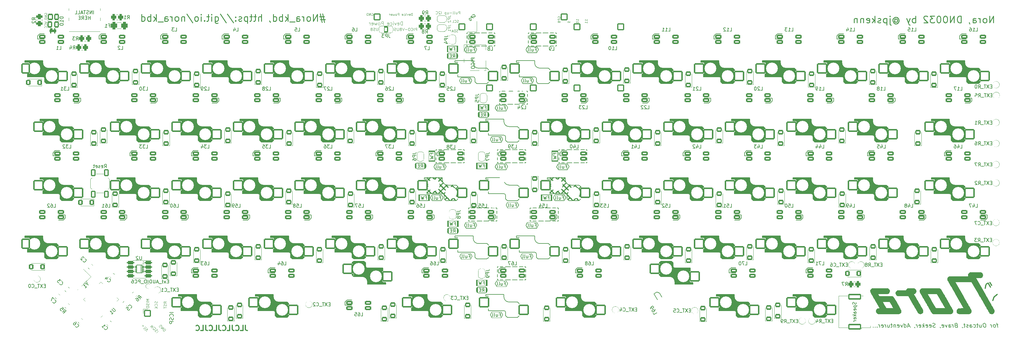
<source format=gbo>
%TF.GenerationSoftware,KiCad,Pcbnew,(6.0.1-0)*%
%TF.CreationDate,2022-02-13T10:06:17+09:00*%
%TF.ProjectId,nora,6e6f7261-2e6b-4696-9361-645f70636258,DN:0032*%
%TF.SameCoordinates,Original*%
%TF.FileFunction,Legend,Bot*%
%TF.FilePolarity,Positive*%
%FSLAX46Y46*%
G04 Gerber Fmt 4.6, Leading zero omitted, Abs format (unit mm)*
G04 Created by KiCad (PCBNEW (6.0.1-0)) date 2022-02-13 10:06:17*
%MOMM*%
%LPD*%
G01*
G04 APERTURE LIST*
G04 Aperture macros list*
%AMRoundRect*
0 Rectangle with rounded corners*
0 $1 Rounding radius*
0 $2 $3 $4 $5 $6 $7 $8 $9 X,Y pos of 4 corners*
0 Add a 4 corners polygon primitive as box body*
4,1,4,$2,$3,$4,$5,$6,$7,$8,$9,$2,$3,0*
0 Add four circle primitives for the rounded corners*
1,1,$1+$1,$2,$3*
1,1,$1+$1,$4,$5*
1,1,$1+$1,$6,$7*
1,1,$1+$1,$8,$9*
0 Add four rect primitives between the rounded corners*
20,1,$1+$1,$2,$3,$4,$5,0*
20,1,$1+$1,$4,$5,$6,$7,0*
20,1,$1+$1,$6,$7,$8,$9,0*
20,1,$1+$1,$8,$9,$2,$3,0*%
%AMHorizOval*
0 Thick line with rounded ends*
0 $1 width*
0 $2 $3 position (X,Y) of the first rounded end (center of the circle)*
0 $4 $5 position (X,Y) of the second rounded end (center of the circle)*
0 Add line between two ends*
20,1,$1,$2,$3,$4,$5,0*
0 Add two circle primitives to create the rounded ends*
1,1,$1,$2,$3*
1,1,$1,$4,$5*%
%AMFreePoly0*
4,1,41,0.586777,0.930194,0.656366,0.874698,0.694986,0.794504,0.700000,0.750000,0.700000,-0.750000,0.680194,-0.836777,0.624698,-0.906366,0.544504,-0.944986,0.500000,-0.950000,0.000000,-0.950000,-0.023504,-0.944635,-0.083606,-0.943534,-0.139582,-0.934468,-0.274897,-0.892193,-0.326080,-0.867780,-0.444090,-0.789225,-0.486362,-0.751429,-0.577582,-0.642910,-0.607548,-0.594768,-0.664643,-0.465009,
-0.679893,-0.410393,-0.697476,-0.275933,-0.697084,-0.275882,-0.700000,-0.250000,-0.700000,0.250000,-0.697921,0.259109,-0.697582,0.286880,-0.675771,0.426957,-0.659192,0.481183,-0.598944,0.609508,-0.567811,0.656904,-0.473967,0.763162,-0.430783,0.799915,-0.310888,0.875563,-0.259125,0.898717,-0.122818,0.937674,-0.066635,0.945370,-0.042411,0.945222,0.000000,0.950000,0.500000,0.950000,
0.586777,0.930194,0.586777,0.930194,$1*%
%AMFreePoly1*
4,1,41,0.022678,0.944824,0.075125,0.944504,0.131210,0.936123,0.267031,0.895504,0.318507,0.871718,0.437469,0.794611,0.480202,0.757333,0.572740,0.649936,0.603290,0.602165,0.661967,0.473113,0.677883,0.418686,0.697980,0.278353,0.700000,0.250000,0.700000,-0.250000,0.699985,-0.252439,0.699836,-0.264655,0.697079,-0.295398,0.673559,-0.435199,0.656318,-0.489221,0.594506,-0.616800,
0.562797,-0.663810,0.467662,-0.768914,0.424032,-0.805137,0.303222,-0.879314,0.251181,-0.901834,0.114408,-0.939123,0.058135,-0.946132,0.037663,-0.945757,0.000000,-0.950000,-0.500000,-0.950000,-0.586777,-0.930194,-0.656366,-0.874698,-0.694986,-0.794504,-0.700000,-0.750000,-0.700000,0.750000,-0.680194,0.836777,-0.624698,0.906366,-0.544504,0.944986,-0.500000,0.950000,0.000000,0.950000,
0.022678,0.944824,0.022678,0.944824,$1*%
%AMFreePoly2*
4,1,41,0.636777,0.930194,0.706366,0.874698,0.744986,0.794504,0.750000,0.750000,0.750000,-0.750000,0.730194,-0.836777,0.674698,-0.906366,0.594504,-0.944986,0.550000,-0.950000,0.000000,-0.950000,-0.023504,-0.944635,-0.083606,-0.943534,-0.139582,-0.934468,-0.274897,-0.892193,-0.326080,-0.867780,-0.444090,-0.789225,-0.486362,-0.751429,-0.577582,-0.642910,-0.607548,-0.594768,-0.664643,-0.465009,
-0.679893,-0.410393,-0.697476,-0.275933,-0.697084,-0.275882,-0.700000,-0.250000,-0.700000,0.250000,-0.697921,0.259109,-0.697582,0.286880,-0.675771,0.426957,-0.659192,0.481183,-0.598944,0.609508,-0.567811,0.656904,-0.473967,0.763162,-0.430783,0.799915,-0.310888,0.875563,-0.259125,0.898717,-0.122818,0.937674,-0.066635,0.945370,-0.042411,0.945222,0.000000,0.950000,0.550000,0.950000,
0.636777,0.930194,0.636777,0.930194,$1*%
%AMFreePoly3*
4,1,41,0.022678,0.944824,0.075125,0.944504,0.131210,0.936123,0.267031,0.895504,0.318507,0.871718,0.437469,0.794611,0.480202,0.757333,0.572740,0.649936,0.603290,0.602165,0.661967,0.473113,0.677883,0.418686,0.697980,0.278353,0.700000,0.250000,0.700000,-0.250000,0.699985,-0.252439,0.699836,-0.264655,0.697079,-0.295398,0.673559,-0.435199,0.656318,-0.489221,0.594506,-0.616800,
0.562797,-0.663810,0.467662,-0.768914,0.424032,-0.805137,0.303222,-0.879314,0.251181,-0.901834,0.114408,-0.939123,0.058135,-0.946132,0.037663,-0.945757,0.000000,-0.950000,-0.550000,-0.950000,-0.636777,-0.930194,-0.706366,-0.874698,-0.744986,-0.794504,-0.750000,-0.750000,-0.750000,0.750000,-0.730194,0.836777,-0.674698,0.906366,-0.594504,0.944986,-0.550000,0.950000,0.000000,0.950000,
0.022678,0.944824,0.022678,0.944824,$1*%
G04 Aperture macros list end*
%ADD10C,0.300000*%
%ADD11C,0.150000*%
%ADD12C,0.100000*%
%ADD13C,0.220000*%
%ADD14C,0.120000*%
%ADD15C,0.200000*%
%ADD16C,0.400000*%
%ADD17C,0.080000*%
%ADD18C,0.750000*%
%ADD19C,0.160000*%
%ADD20RoundRect,0.200000X-0.715625X-0.410000X0.715625X-0.410000X0.715625X0.410000X-0.715625X0.410000X0*%
%ADD21RoundRect,0.200000X0.715625X0.410000X-0.715625X0.410000X-0.715625X-0.410000X0.715625X-0.410000X0*%
%ADD22O,5.600000X2.800000*%
%ADD23C,1.400000*%
%ADD24C,5.200000*%
%ADD25C,2.600000*%
%ADD26C,2.200000*%
%ADD27C,3.400000*%
%ADD28C,3.829000*%
%ADD29C,1.600000*%
%ADD30RoundRect,0.200000X-1.300000X-1.300000X1.300000X-1.300000X1.300000X1.300000X-1.300000X1.300000X0*%
%ADD31C,3.800000*%
%ADD32RoundRect,0.200000X1.300000X1.300000X-1.300000X1.300000X-1.300000X-1.300000X1.300000X-1.300000X0*%
%ADD33RoundRect,0.200000X-1.050000X-1.300000X1.050000X-1.300000X1.050000X1.300000X-1.050000X1.300000X0*%
%ADD34O,2.400000X3.600000*%
%ADD35C,2.400000*%
%ADD36HorizOval,2.400000X0.353553X0.353553X-0.353553X-0.353553X0*%
%ADD37HorizOval,2.400000X-0.353553X0.353553X0.353553X-0.353553X0*%
%ADD38C,1.900000*%
%ADD39RoundRect,0.450000X-0.350000X-0.450000X0.350000X-0.450000X0.350000X0.450000X-0.350000X0.450000X0*%
%ADD40RoundRect,0.200000X0.500000X-0.850000X0.500000X0.850000X-0.500000X0.850000X-0.500000X-0.850000X0*%
%ADD41RoundRect,0.450000X0.574524X0.097227X0.097227X0.574524X-0.574524X-0.097227X-0.097227X-0.574524X0*%
%ADD42RoundRect,0.450001X0.462499X0.624999X-0.462499X0.624999X-0.462499X-0.624999X0.462499X-0.624999X0*%
%ADD43RoundRect,0.262500X-0.220971X-0.309359X0.309359X0.220971X0.220971X0.309359X-0.309359X-0.220971X0*%
%ADD44RoundRect,0.262500X0.220971X-0.309359X0.309359X-0.220971X-0.220971X0.309359X-0.309359X0.220971X0*%
%ADD45RoundRect,0.200000X0.000000X-3.641600X3.641600X0.000000X0.000000X3.641600X-3.641600X0.000000X0*%
%ADD46RoundRect,0.450000X0.350000X0.450000X-0.350000X0.450000X-0.350000X-0.450000X0.350000X-0.450000X0*%
%ADD47RoundRect,0.200000X0.106066X1.378858X-1.378858X-0.106066X-0.106066X-1.378858X1.378858X0.106066X0*%
%ADD48RoundRect,0.450000X-0.574524X-0.097227X-0.097227X-0.574524X0.574524X0.097227X0.097227X0.574524X0*%
%ADD49RoundRect,0.450000X-0.450000X0.350000X-0.450000X-0.350000X0.450000X-0.350000X0.450000X0.350000X0*%
%ADD50C,1.100000*%
%ADD51O,1.300000X2.800000*%
%ADD52O,1.300000X2.100000*%
%ADD53RoundRect,0.200000X0.450000X0.600000X-0.450000X0.600000X-0.450000X-0.600000X0.450000X-0.600000X0*%
%ADD54RoundRect,0.200000X0.600000X-0.450000X0.600000X0.450000X-0.600000X0.450000X-0.600000X-0.450000X0*%
%ADD55RoundRect,0.200000X-0.600000X0.450000X-0.600000X-0.450000X0.600000X-0.450000X0.600000X0.450000X0*%
%ADD56RoundRect,0.200000X-0.850000X0.850000X-0.850000X-0.850000X0.850000X-0.850000X0.850000X0.850000X0*%
%ADD57O,2.100000X2.100000*%
%ADD58RoundRect,0.200000X-0.600000X-0.700000X0.600000X-0.700000X0.600000X0.700000X-0.600000X0.700000X0*%
%ADD59RoundRect,0.200000X-0.500000X-0.700000X0.500000X-0.700000X0.500000X0.700000X-0.500000X0.700000X0*%
%ADD60RoundRect,0.200000X-0.850000X-0.850000X0.850000X-0.850000X0.850000X0.850000X-0.850000X0.850000X0*%
%ADD61FreePoly0,0.000000*%
%ADD62FreePoly1,0.000000*%
%ADD63FreePoly2,180.000000*%
%ADD64RoundRect,0.200000X0.500000X0.750000X-0.500000X0.750000X-0.500000X-0.750000X0.500000X-0.750000X0*%
%ADD65FreePoly3,180.000000*%
%ADD66RoundRect,0.450000X-0.070711X0.565685X-0.565685X0.070711X0.070711X-0.565685X0.565685X-0.070711X0*%
%ADD67RoundRect,0.450000X-0.565685X-0.070711X-0.070711X-0.565685X0.565685X0.070711X0.070711X0.565685X0*%
%ADD68RoundRect,0.450000X0.097227X-0.574524X0.574524X-0.097227X-0.097227X0.574524X-0.574524X0.097227X0*%
%ADD69RoundRect,0.200000X-0.712883X0.414749X0.002742X-0.824749X0.712883X-0.414749X-0.002742X0.824749X0*%
%ADD70RoundRect,0.350000X0.725000X0.150000X-0.725000X0.150000X-0.725000X-0.150000X0.725000X-0.150000X0*%
%ADD71RoundRect,0.200000X1.700000X-0.650000X1.700000X0.650000X-1.700000X0.650000X-1.700000X-0.650000X0*%
%ADD72FreePoly0,90.000000*%
%ADD73FreePoly1,90.000000*%
%ADD74FreePoly0,270.000000*%
%ADD75FreePoly1,270.000000*%
G04 APERTURE END LIST*
D10*
X55550000Y-97200000D02*
X55850000Y-97200000D01*
X55550000Y-98250000D02*
X55850000Y-98250000D01*
X55550000Y-98800000D02*
X55850000Y-98800000D01*
X55550000Y-97700000D02*
X55850000Y-97700000D01*
X57650000Y-97700000D02*
X57950000Y-97700000D01*
X57650000Y-98250000D02*
X57950000Y-98250000D01*
X57650000Y-98800000D02*
X57950000Y-98800000D01*
X57650000Y-97200000D02*
X57950000Y-97200000D01*
D11*
X57200000Y-96850000D02*
X57200000Y-99100000D01*
X55950000Y-96850000D02*
X57550000Y-96850000D01*
X57550000Y-96850000D02*
X57550000Y-99100000D01*
X57550000Y-99100000D02*
X55950000Y-99100000D01*
X55950000Y-99100000D02*
X55950000Y-96850000D01*
D12*
X32475000Y-28425520D02*
X30575000Y-28425520D01*
X30575000Y-28425520D02*
X30575000Y-29000520D01*
X30575000Y-29000520D02*
X32475000Y-29000520D01*
X32475000Y-29000520D02*
X32475000Y-28425520D01*
G36*
X32475000Y-28425520D02*
G01*
X30575000Y-28425520D01*
X30575000Y-29000520D01*
X32475000Y-29000520D01*
X32475000Y-28425520D01*
G37*
X32000000Y-29425000D02*
X32250000Y-29425000D01*
X32250000Y-29425000D02*
X32250000Y-29025000D01*
X32250000Y-29025000D02*
X32000000Y-29025000D01*
X32000000Y-29025000D02*
X32000000Y-29425000D01*
G36*
X32000000Y-29425000D02*
G01*
X32250000Y-29425000D01*
X32250000Y-29025000D01*
X32000000Y-29025000D01*
X32000000Y-29425000D01*
G37*
X32000000Y-28400000D02*
X32250000Y-28400000D01*
X32250000Y-28400000D02*
X32250000Y-28000000D01*
X32250000Y-28000000D02*
X32000000Y-28000000D01*
X32000000Y-28000000D02*
X32000000Y-28400000D01*
G36*
X32000000Y-28400000D02*
G01*
X32250000Y-28400000D01*
X32250000Y-28000000D01*
X32000000Y-28000000D01*
X32000000Y-28400000D01*
G37*
X30810866Y-29425520D02*
X31060866Y-29425520D01*
X31060866Y-29425520D02*
X31060866Y-29025520D01*
X31060866Y-29025520D02*
X30810866Y-29025520D01*
X30810866Y-29025520D02*
X30810866Y-29425520D01*
G36*
X30810866Y-29425520D02*
G01*
X31060866Y-29425520D01*
X31060866Y-29025520D01*
X30810866Y-29025520D01*
X30810866Y-29425520D01*
G37*
X30810866Y-28400000D02*
X31410866Y-28400000D01*
X31410866Y-28400000D02*
X31410866Y-28000000D01*
X31410866Y-28000000D02*
X30810866Y-28000000D01*
X30810866Y-28000000D02*
X30810866Y-28400000D01*
G36*
X30810866Y-28400000D02*
G01*
X31410866Y-28400000D01*
X31410866Y-28000000D01*
X30810866Y-28000000D01*
X30810866Y-28400000D01*
G37*
D11*
X43419047Y-23822900D02*
X43419047Y-22822900D01*
X42942857Y-23822900D02*
X42942857Y-22822900D01*
X42371428Y-23822900D01*
X42371428Y-22822900D01*
X41942857Y-23775281D02*
X41800000Y-23822900D01*
X41561904Y-23822900D01*
X41466666Y-23775281D01*
X41419047Y-23727662D01*
X41371428Y-23632424D01*
X41371428Y-23537186D01*
X41419047Y-23441948D01*
X41466666Y-23394329D01*
X41561904Y-23346710D01*
X41752380Y-23299091D01*
X41847619Y-23251472D01*
X41895238Y-23203853D01*
X41942857Y-23108615D01*
X41942857Y-23013377D01*
X41895238Y-22918139D01*
X41847619Y-22870520D01*
X41752380Y-22822900D01*
X41514285Y-22822900D01*
X41371428Y-22870520D01*
X41085714Y-22822900D02*
X40514285Y-22822900D01*
X40800000Y-23822900D02*
X40800000Y-22822900D01*
X40228571Y-23537186D02*
X39752380Y-23537186D01*
X40323809Y-23822900D02*
X39990476Y-22822900D01*
X39657142Y-23822900D01*
X38847619Y-23822900D02*
X39323809Y-23822900D01*
X39323809Y-22822900D01*
X38038095Y-23822900D02*
X38514285Y-23822900D01*
X38514285Y-22822900D01*
X42490476Y-25432900D02*
X42490476Y-24432900D01*
X42490476Y-24909091D02*
X41919047Y-24909091D01*
X41919047Y-25432900D02*
X41919047Y-24432900D01*
X41442857Y-24909091D02*
X41109523Y-24909091D01*
X40966666Y-25432900D02*
X41442857Y-25432900D01*
X41442857Y-24432900D01*
X40966666Y-24432900D01*
X39966666Y-25432900D02*
X40300000Y-24956710D01*
X40538095Y-25432900D02*
X40538095Y-24432900D01*
X40157142Y-24432900D01*
X40061904Y-24480520D01*
X40014285Y-24528139D01*
X39966666Y-24623377D01*
X39966666Y-24766234D01*
X40014285Y-24861472D01*
X40061904Y-24909091D01*
X40157142Y-24956710D01*
X40538095Y-24956710D01*
X39538095Y-24909091D02*
X39204761Y-24909091D01*
X39061904Y-25432900D02*
X39538095Y-25432900D01*
X39538095Y-24432900D01*
X39061904Y-24432900D01*
D13*
X304880809Y-26404761D02*
X304880809Y-24404761D01*
X303737952Y-26404761D01*
X303737952Y-24404761D01*
X302499857Y-26404761D02*
X302690333Y-26309523D01*
X302785571Y-26214285D01*
X302880809Y-26023809D01*
X302880809Y-25452380D01*
X302785571Y-25261904D01*
X302690333Y-25166666D01*
X302499857Y-25071428D01*
X302214142Y-25071428D01*
X302023666Y-25166666D01*
X301928428Y-25261904D01*
X301833190Y-25452380D01*
X301833190Y-26023809D01*
X301928428Y-26214285D01*
X302023666Y-26309523D01*
X302214142Y-26404761D01*
X302499857Y-26404761D01*
X300976047Y-26404761D02*
X300976047Y-25071428D01*
X300976047Y-25452380D02*
X300880809Y-25261904D01*
X300785571Y-25166666D01*
X300595095Y-25071428D01*
X300404619Y-25071428D01*
X298880809Y-26404761D02*
X298880809Y-25357142D01*
X298976047Y-25166666D01*
X299166523Y-25071428D01*
X299547476Y-25071428D01*
X299737952Y-25166666D01*
X298880809Y-26309523D02*
X299071285Y-26404761D01*
X299547476Y-26404761D01*
X299737952Y-26309523D01*
X299833190Y-26119047D01*
X299833190Y-25928571D01*
X299737952Y-25738095D01*
X299547476Y-25642857D01*
X299071285Y-25642857D01*
X298880809Y-25547619D01*
X297833190Y-26309523D02*
X297833190Y-26404761D01*
X297928428Y-26595238D01*
X298023666Y-26690476D01*
X295452238Y-26404761D02*
X295452238Y-24404761D01*
X294976047Y-24404761D01*
X294690333Y-24500000D01*
X294499857Y-24690476D01*
X294404619Y-24880952D01*
X294309380Y-25261904D01*
X294309380Y-25547619D01*
X294404619Y-25928571D01*
X294499857Y-26119047D01*
X294690333Y-26309523D01*
X294976047Y-26404761D01*
X295452238Y-26404761D01*
X293452238Y-26404761D02*
X293452238Y-24404761D01*
X292309380Y-26404761D01*
X292309380Y-24404761D01*
X290976047Y-24404761D02*
X290785571Y-24404761D01*
X290595095Y-24500000D01*
X290499857Y-24595238D01*
X290404619Y-24785714D01*
X290309380Y-25166666D01*
X290309380Y-25642857D01*
X290404619Y-26023809D01*
X290499857Y-26214285D01*
X290595095Y-26309523D01*
X290785571Y-26404761D01*
X290976047Y-26404761D01*
X291166523Y-26309523D01*
X291261761Y-26214285D01*
X291357000Y-26023809D01*
X291452238Y-25642857D01*
X291452238Y-25166666D01*
X291357000Y-24785714D01*
X291261761Y-24595238D01*
X291166523Y-24500000D01*
X290976047Y-24404761D01*
X289071285Y-24404761D02*
X288880809Y-24404761D01*
X288690333Y-24500000D01*
X288595095Y-24595238D01*
X288499857Y-24785714D01*
X288404619Y-25166666D01*
X288404619Y-25642857D01*
X288499857Y-26023809D01*
X288595095Y-26214285D01*
X288690333Y-26309523D01*
X288880809Y-26404761D01*
X289071285Y-26404761D01*
X289261761Y-26309523D01*
X289357000Y-26214285D01*
X289452238Y-26023809D01*
X289547476Y-25642857D01*
X289547476Y-25166666D01*
X289452238Y-24785714D01*
X289357000Y-24595238D01*
X289261761Y-24500000D01*
X289071285Y-24404761D01*
X287737952Y-24404761D02*
X286499857Y-24404761D01*
X287166523Y-25166666D01*
X286880809Y-25166666D01*
X286690333Y-25261904D01*
X286595095Y-25357142D01*
X286499857Y-25547619D01*
X286499857Y-26023809D01*
X286595095Y-26214285D01*
X286690333Y-26309523D01*
X286880809Y-26404761D01*
X287452238Y-26404761D01*
X287642714Y-26309523D01*
X287737952Y-26214285D01*
X285737952Y-24595238D02*
X285642714Y-24500000D01*
X285452238Y-24404761D01*
X284976047Y-24404761D01*
X284785571Y-24500000D01*
X284690333Y-24595238D01*
X284595095Y-24785714D01*
X284595095Y-24976190D01*
X284690333Y-25261904D01*
X285833190Y-26404761D01*
X284595095Y-26404761D01*
X282214142Y-26404761D02*
X282214142Y-24404761D01*
X282214142Y-25166666D02*
X282023666Y-25071428D01*
X281642714Y-25071428D01*
X281452238Y-25166666D01*
X281357000Y-25261904D01*
X281261761Y-25452380D01*
X281261761Y-26023809D01*
X281357000Y-26214285D01*
X281452238Y-26309523D01*
X281642714Y-26404761D01*
X282023666Y-26404761D01*
X282214142Y-26309523D01*
X280595095Y-25071428D02*
X280118904Y-26404761D01*
X279642714Y-25071428D02*
X280118904Y-26404761D01*
X280309380Y-26880952D01*
X280404619Y-26976190D01*
X280595095Y-27071428D01*
X276118904Y-25452380D02*
X276214142Y-25357142D01*
X276404619Y-25261904D01*
X276595095Y-25261904D01*
X276785571Y-25357142D01*
X276880809Y-25452380D01*
X276976047Y-25642857D01*
X276976047Y-25833333D01*
X276880809Y-26023809D01*
X276785571Y-26119047D01*
X276595095Y-26214285D01*
X276404619Y-26214285D01*
X276214142Y-26119047D01*
X276118904Y-26023809D01*
X276118904Y-25261904D02*
X276118904Y-26023809D01*
X276023666Y-26119047D01*
X275928428Y-26119047D01*
X275737952Y-26023809D01*
X275642714Y-25833333D01*
X275642714Y-25357142D01*
X275833190Y-25071428D01*
X276118904Y-24880952D01*
X276499857Y-24785714D01*
X276880809Y-24880952D01*
X277166523Y-25071428D01*
X277357000Y-25357142D01*
X277452238Y-25738095D01*
X277357000Y-26119047D01*
X277166523Y-26404761D01*
X276880809Y-26595238D01*
X276499857Y-26690476D01*
X276118904Y-26595238D01*
X275833190Y-26404761D01*
X274785571Y-25071428D02*
X274785571Y-26785714D01*
X274880809Y-26976190D01*
X275071285Y-27071428D01*
X275166523Y-27071428D01*
X274785571Y-24404761D02*
X274880809Y-24500000D01*
X274785571Y-24595238D01*
X274690333Y-24500000D01*
X274785571Y-24404761D01*
X274785571Y-24595238D01*
X273833190Y-25071428D02*
X273833190Y-27071428D01*
X273833190Y-25166666D02*
X273642714Y-25071428D01*
X273261761Y-25071428D01*
X273071285Y-25166666D01*
X272976047Y-25261904D01*
X272880809Y-25452380D01*
X272880809Y-26023809D01*
X272976047Y-26214285D01*
X273071285Y-26309523D01*
X273261761Y-26404761D01*
X273642714Y-26404761D01*
X273833190Y-26309523D01*
X272118904Y-26309523D02*
X271928428Y-26404761D01*
X271547476Y-26404761D01*
X271357000Y-26309523D01*
X271261761Y-26119047D01*
X271261761Y-26023809D01*
X271357000Y-25833333D01*
X271547476Y-25738095D01*
X271833190Y-25738095D01*
X272023666Y-25642857D01*
X272118904Y-25452380D01*
X272118904Y-25357142D01*
X272023666Y-25166666D01*
X271833190Y-25071428D01*
X271547476Y-25071428D01*
X271357000Y-25166666D01*
X270404619Y-26404761D02*
X270404619Y-24404761D01*
X270214142Y-25642857D02*
X269642714Y-26404761D01*
X269642714Y-25071428D02*
X270404619Y-25833333D01*
X268023666Y-26309523D02*
X268214142Y-26404761D01*
X268595095Y-26404761D01*
X268785571Y-26309523D01*
X268880809Y-26119047D01*
X268880809Y-25357142D01*
X268785571Y-25166666D01*
X268595095Y-25071428D01*
X268214142Y-25071428D01*
X268023666Y-25166666D01*
X267928428Y-25357142D01*
X267928428Y-25547619D01*
X268880809Y-25738095D01*
X267071285Y-25071428D02*
X267071285Y-26404761D01*
X267071285Y-25261904D02*
X266976047Y-25166666D01*
X266785571Y-25071428D01*
X266499857Y-25071428D01*
X266309380Y-25166666D01*
X266214142Y-25357142D01*
X266214142Y-26404761D01*
X265261761Y-25071428D02*
X265261761Y-26404761D01*
X265261761Y-25261904D02*
X265166523Y-25166666D01*
X264976047Y-25071428D01*
X264690333Y-25071428D01*
X264499857Y-25166666D01*
X264404619Y-25357142D01*
X264404619Y-26404761D01*
D11*
X306181071Y-114142857D02*
X305723928Y-114142857D01*
X306109642Y-114942857D02*
X305981071Y-113914285D01*
X305909642Y-113800000D01*
X305788214Y-113742857D01*
X305673928Y-113742857D01*
X305252500Y-114942857D02*
X305359642Y-114885714D01*
X305409642Y-114828571D01*
X305452500Y-114714285D01*
X305409642Y-114371428D01*
X305338214Y-114257142D01*
X305273928Y-114200000D01*
X305152500Y-114142857D01*
X304981071Y-114142857D01*
X304873928Y-114200000D01*
X304823928Y-114257142D01*
X304781071Y-114371428D01*
X304823928Y-114714285D01*
X304895357Y-114828571D01*
X304959642Y-114885714D01*
X305081071Y-114942857D01*
X305252500Y-114942857D01*
X304338214Y-114942857D02*
X304238214Y-114142857D01*
X304266785Y-114371428D02*
X304195357Y-114257142D01*
X304131071Y-114200000D01*
X304009642Y-114142857D01*
X303895357Y-114142857D01*
X302302500Y-113742857D02*
X302073928Y-113742857D01*
X301966785Y-113800000D01*
X301866785Y-113914285D01*
X301838214Y-114142857D01*
X301888214Y-114542857D01*
X301973928Y-114771428D01*
X302102500Y-114885714D01*
X302223928Y-114942857D01*
X302452500Y-114942857D01*
X302559642Y-114885714D01*
X302659642Y-114771428D01*
X302688214Y-114542857D01*
X302638214Y-114142857D01*
X302552500Y-113914285D01*
X302423928Y-113800000D01*
X302302500Y-113742857D01*
X300809642Y-114142857D02*
X300909642Y-114942857D01*
X301323928Y-114142857D02*
X301402500Y-114771428D01*
X301359642Y-114885714D01*
X301252500Y-114942857D01*
X301081071Y-114942857D01*
X300959642Y-114885714D01*
X300895357Y-114828571D01*
X300409642Y-114142857D02*
X299952500Y-114142857D01*
X300188214Y-113742857D02*
X300316785Y-114771428D01*
X300273928Y-114885714D01*
X300166785Y-114942857D01*
X300052500Y-114942857D01*
X299131071Y-114885714D02*
X299252500Y-114942857D01*
X299481071Y-114942857D01*
X299588214Y-114885714D01*
X299638214Y-114828571D01*
X299681071Y-114714285D01*
X299638214Y-114371428D01*
X299566785Y-114257142D01*
X299502500Y-114200000D01*
X299381071Y-114142857D01*
X299152500Y-114142857D01*
X299045357Y-114200000D01*
X298109642Y-114942857D02*
X298031071Y-114314285D01*
X298073928Y-114200000D01*
X298181071Y-114142857D01*
X298409642Y-114142857D01*
X298531071Y-114200000D01*
X298102500Y-114885714D02*
X298223928Y-114942857D01*
X298509642Y-114942857D01*
X298616785Y-114885714D01*
X298659642Y-114771428D01*
X298645357Y-114657142D01*
X298573928Y-114542857D01*
X298452500Y-114485714D01*
X298166785Y-114485714D01*
X298045357Y-114428571D01*
X297588214Y-114885714D02*
X297481071Y-114942857D01*
X297252500Y-114942857D01*
X297131071Y-114885714D01*
X297059642Y-114771428D01*
X297052500Y-114714285D01*
X297095357Y-114600000D01*
X297202500Y-114542857D01*
X297373928Y-114542857D01*
X297481071Y-114485714D01*
X297523928Y-114371428D01*
X297516785Y-114314285D01*
X297445357Y-114200000D01*
X297323928Y-114142857D01*
X297152500Y-114142857D01*
X297045357Y-114200000D01*
X296638214Y-114142857D02*
X296181071Y-114142857D01*
X296416785Y-113742857D02*
X296545357Y-114771428D01*
X296502500Y-114885714D01*
X296395357Y-114942857D01*
X296281071Y-114942857D01*
X295816785Y-114885714D02*
X295823928Y-114942857D01*
X295895357Y-115057142D01*
X295959642Y-115114285D01*
X293916785Y-114314285D02*
X293752500Y-114371428D01*
X293702500Y-114428571D01*
X293659642Y-114542857D01*
X293681071Y-114714285D01*
X293752500Y-114828571D01*
X293816785Y-114885714D01*
X293938214Y-114942857D01*
X294395357Y-114942857D01*
X294245357Y-113742857D01*
X293845357Y-113742857D01*
X293738214Y-113800000D01*
X293688214Y-113857142D01*
X293645357Y-113971428D01*
X293659642Y-114085714D01*
X293731071Y-114200000D01*
X293795357Y-114257142D01*
X293916785Y-114314285D01*
X294316785Y-114314285D01*
X293195357Y-114942857D02*
X293095357Y-114142857D01*
X293123928Y-114371428D02*
X293052500Y-114257142D01*
X292988214Y-114200000D01*
X292866785Y-114142857D01*
X292752500Y-114142857D01*
X291938214Y-114942857D02*
X291859642Y-114314285D01*
X291902500Y-114200000D01*
X292009642Y-114142857D01*
X292238214Y-114142857D01*
X292359642Y-114200000D01*
X291931071Y-114885714D02*
X292052500Y-114942857D01*
X292338214Y-114942857D01*
X292445357Y-114885714D01*
X292488214Y-114771428D01*
X292473928Y-114657142D01*
X292402500Y-114542857D01*
X292281071Y-114485714D01*
X291995357Y-114485714D01*
X291873928Y-114428571D01*
X291381071Y-114142857D02*
X291195357Y-114942857D01*
X290809642Y-114142857D01*
X289988214Y-114885714D02*
X290109642Y-114942857D01*
X290338214Y-114942857D01*
X290445357Y-114885714D01*
X290488214Y-114771428D01*
X290431071Y-114314285D01*
X290359642Y-114200000D01*
X290238214Y-114142857D01*
X290009642Y-114142857D01*
X289902500Y-114200000D01*
X289859642Y-114314285D01*
X289873928Y-114428571D01*
X290459642Y-114542857D01*
X289359642Y-114885714D02*
X289366785Y-114942857D01*
X289438214Y-115057142D01*
X289502500Y-115114285D01*
X287988214Y-114885714D02*
X287823928Y-114942857D01*
X287538214Y-114942857D01*
X287416785Y-114885714D01*
X287352500Y-114828571D01*
X287281071Y-114714285D01*
X287266785Y-114600000D01*
X287309642Y-114485714D01*
X287359642Y-114428571D01*
X287466785Y-114371428D01*
X287688214Y-114314285D01*
X287795357Y-114257142D01*
X287845357Y-114200000D01*
X287888214Y-114085714D01*
X287873928Y-113971428D01*
X287802500Y-113857142D01*
X287738214Y-113800000D01*
X287616785Y-113742857D01*
X287331071Y-113742857D01*
X287166785Y-113800000D01*
X286331071Y-114885714D02*
X286452500Y-114942857D01*
X286681071Y-114942857D01*
X286788214Y-114885714D01*
X286831071Y-114771428D01*
X286773928Y-114314285D01*
X286702500Y-114200000D01*
X286581071Y-114142857D01*
X286352500Y-114142857D01*
X286245357Y-114200000D01*
X286202500Y-114314285D01*
X286216785Y-114428571D01*
X286802500Y-114542857D01*
X285302500Y-114885714D02*
X285423928Y-114942857D01*
X285652500Y-114942857D01*
X285759642Y-114885714D01*
X285802500Y-114771428D01*
X285745357Y-114314285D01*
X285673928Y-114200000D01*
X285552500Y-114142857D01*
X285323928Y-114142857D01*
X285216785Y-114200000D01*
X285173928Y-114314285D01*
X285188214Y-114428571D01*
X285773928Y-114542857D01*
X284738214Y-114942857D02*
X284588214Y-113742857D01*
X284566785Y-114485714D02*
X284281071Y-114942857D01*
X284181071Y-114142857D02*
X284695357Y-114600000D01*
X283302500Y-114885714D02*
X283423928Y-114942857D01*
X283652500Y-114942857D01*
X283759642Y-114885714D01*
X283802500Y-114771428D01*
X283745357Y-114314285D01*
X283673928Y-114200000D01*
X283552500Y-114142857D01*
X283323928Y-114142857D01*
X283216785Y-114200000D01*
X283173928Y-114314285D01*
X283188214Y-114428571D01*
X283773928Y-114542857D01*
X282738214Y-114942857D02*
X282638214Y-114142857D01*
X282666785Y-114371428D02*
X282595357Y-114257142D01*
X282531071Y-114200000D01*
X282409642Y-114142857D01*
X282295357Y-114142857D01*
X281931071Y-114885714D02*
X281938214Y-114942857D01*
X282009642Y-115057142D01*
X282073928Y-115114285D01*
X280523928Y-114600000D02*
X279952500Y-114600000D01*
X280681071Y-114942857D02*
X280131071Y-113742857D01*
X279881071Y-114942857D01*
X278966785Y-114942857D02*
X278816785Y-113742857D01*
X278959642Y-114885714D02*
X279081071Y-114942857D01*
X279309642Y-114942857D01*
X279416785Y-114885714D01*
X279466785Y-114828571D01*
X279509642Y-114714285D01*
X279466785Y-114371428D01*
X279395357Y-114257142D01*
X279331071Y-114200000D01*
X279209642Y-114142857D01*
X278981071Y-114142857D01*
X278873928Y-114200000D01*
X278409642Y-114142857D02*
X278223928Y-114942857D01*
X277838214Y-114142857D01*
X277016785Y-114885714D02*
X277138214Y-114942857D01*
X277366785Y-114942857D01*
X277473928Y-114885714D01*
X277516785Y-114771428D01*
X277459642Y-114314285D01*
X277388214Y-114200000D01*
X277266785Y-114142857D01*
X277038214Y-114142857D01*
X276931071Y-114200000D01*
X276888214Y-114314285D01*
X276902500Y-114428571D01*
X277488214Y-114542857D01*
X276352500Y-114142857D02*
X276452500Y-114942857D01*
X276366785Y-114257142D02*
X276302500Y-114200000D01*
X276181071Y-114142857D01*
X276009642Y-114142857D01*
X275902500Y-114200000D01*
X275859642Y-114314285D01*
X275938214Y-114942857D01*
X275438214Y-114142857D02*
X274981071Y-114142857D01*
X275216785Y-113742857D02*
X275345357Y-114771428D01*
X275302500Y-114885714D01*
X275195357Y-114942857D01*
X275081071Y-114942857D01*
X274066785Y-114142857D02*
X274166785Y-114942857D01*
X274581071Y-114142857D02*
X274659642Y-114771428D01*
X274616785Y-114885714D01*
X274509642Y-114942857D01*
X274338214Y-114942857D01*
X274216785Y-114885714D01*
X274152500Y-114828571D01*
X273595357Y-114942857D02*
X273495357Y-114142857D01*
X273523928Y-114371428D02*
X273452500Y-114257142D01*
X273388214Y-114200000D01*
X273266785Y-114142857D01*
X273152500Y-114142857D01*
X272388214Y-114885714D02*
X272509642Y-114942857D01*
X272738214Y-114942857D01*
X272845357Y-114885714D01*
X272888214Y-114771428D01*
X272831071Y-114314285D01*
X272759642Y-114200000D01*
X272638214Y-114142857D01*
X272409642Y-114142857D01*
X272302500Y-114200000D01*
X272259642Y-114314285D01*
X272273928Y-114428571D01*
X272859642Y-114542857D01*
X271823928Y-114942857D02*
X271723928Y-114142857D01*
X271752500Y-114371428D02*
X271681071Y-114257142D01*
X271616785Y-114200000D01*
X271495357Y-114142857D01*
X271381071Y-114142857D01*
X271066785Y-114828571D02*
X271016785Y-114885714D01*
X271081071Y-114942857D01*
X271131071Y-114885714D01*
X271066785Y-114828571D01*
X271081071Y-114942857D01*
X270495357Y-114828571D02*
X270445357Y-114885714D01*
X270509642Y-114942857D01*
X270559642Y-114885714D01*
X270495357Y-114828571D01*
X270509642Y-114942857D01*
X269923928Y-114828571D02*
X269873928Y-114885714D01*
X269938214Y-114942857D01*
X269988214Y-114885714D01*
X269923928Y-114828571D01*
X269938214Y-114942857D01*
D10*
X305929068Y-105358516D02*
X305437090Y-105763528D01*
X305035839Y-106116159D01*
X304830076Y-106597862D01*
X304676694Y-107170292D01*
X304319294Y-102779829D02*
X303795485Y-101872564D01*
X303970424Y-103223187D02*
X303289471Y-102043742D01*
X302835839Y-102305647D01*
X302668421Y-102644243D01*
X302553385Y-103073565D01*
X302490729Y-103593614D01*
X87528571Y-114378571D02*
X87528571Y-115450000D01*
X87600000Y-115664285D01*
X87742857Y-115807142D01*
X87957142Y-115878571D01*
X88100000Y-115878571D01*
X86100000Y-115878571D02*
X86814285Y-115878571D01*
X86814285Y-114378571D01*
X84742857Y-115735714D02*
X84814285Y-115807142D01*
X85028571Y-115878571D01*
X85171428Y-115878571D01*
X85385714Y-115807142D01*
X85528571Y-115664285D01*
X85600000Y-115521428D01*
X85671428Y-115235714D01*
X85671428Y-115021428D01*
X85600000Y-114735714D01*
X85528571Y-114592857D01*
X85385714Y-114450000D01*
X85171428Y-114378571D01*
X85028571Y-114378571D01*
X84814285Y-114450000D01*
X84742857Y-114521428D01*
X83671428Y-114378571D02*
X83671428Y-115450000D01*
X83742857Y-115664285D01*
X83885714Y-115807142D01*
X84100000Y-115878571D01*
X84242857Y-115878571D01*
X82242857Y-115878571D02*
X82957142Y-115878571D01*
X82957142Y-114378571D01*
X80885714Y-115735714D02*
X80957142Y-115807142D01*
X81171428Y-115878571D01*
X81314285Y-115878571D01*
X81528571Y-115807142D01*
X81671428Y-115664285D01*
X81742857Y-115521428D01*
X81814285Y-115235714D01*
X81814285Y-115021428D01*
X81742857Y-114735714D01*
X81671428Y-114592857D01*
X81528571Y-114450000D01*
X81314285Y-114378571D01*
X81171428Y-114378571D01*
X80957142Y-114450000D01*
X80885714Y-114521428D01*
X79814285Y-114378571D02*
X79814285Y-115450000D01*
X79885714Y-115664285D01*
X80028571Y-115807142D01*
X80242857Y-115878571D01*
X80385714Y-115878571D01*
X78385714Y-115878571D02*
X79100000Y-115878571D01*
X79100000Y-114378571D01*
X77028571Y-115735714D02*
X77100000Y-115807142D01*
X77314285Y-115878571D01*
X77457142Y-115878571D01*
X77671428Y-115807142D01*
X77814285Y-115664285D01*
X77885714Y-115521428D01*
X77957142Y-115235714D01*
X77957142Y-115021428D01*
X77885714Y-114735714D01*
X77814285Y-114592857D01*
X77671428Y-114450000D01*
X77457142Y-114378571D01*
X77314285Y-114378571D01*
X77100000Y-114450000D01*
X77028571Y-114521428D01*
X75957142Y-114378571D02*
X75957142Y-115450000D01*
X76028571Y-115664285D01*
X76171428Y-115807142D01*
X76385714Y-115878571D01*
X76528571Y-115878571D01*
X74528571Y-115878571D02*
X75242857Y-115878571D01*
X75242857Y-114378571D01*
X73171428Y-115735714D02*
X73242857Y-115807142D01*
X73457142Y-115878571D01*
X73600000Y-115878571D01*
X73814285Y-115807142D01*
X73957142Y-115664285D01*
X74028571Y-115521428D01*
X74100000Y-115235714D01*
X74100000Y-115021428D01*
X74028571Y-114735714D01*
X73957142Y-114592857D01*
X73814285Y-114450000D01*
X73600000Y-114378571D01*
X73457142Y-114378571D01*
X73242857Y-114450000D01*
X73171428Y-114521428D01*
D12*
X149846580Y-23837424D02*
X149846580Y-23037424D01*
X149541818Y-23037424D01*
X149465627Y-23075520D01*
X149427532Y-23113615D01*
X149389437Y-23189805D01*
X149389437Y-23304091D01*
X149427532Y-23380281D01*
X149465627Y-23418377D01*
X149541818Y-23456472D01*
X149846580Y-23456472D01*
X148703723Y-23304091D02*
X148703723Y-23837424D01*
X149046580Y-23304091D02*
X149046580Y-23723139D01*
X149008485Y-23799329D01*
X148932294Y-23837424D01*
X148818008Y-23837424D01*
X148741818Y-23799329D01*
X148703723Y-23761234D01*
X148208485Y-23837424D02*
X148284675Y-23799329D01*
X148322770Y-23723139D01*
X148322770Y-23037424D01*
X147789437Y-23837424D02*
X147865627Y-23799329D01*
X147903723Y-23723139D01*
X147903723Y-23037424D01*
X147484675Y-23532662D02*
X146875151Y-23532662D01*
X146151342Y-23304091D02*
X146151342Y-23837424D01*
X146494199Y-23304091D02*
X146494199Y-23723139D01*
X146456104Y-23799329D01*
X146379913Y-23837424D01*
X146265627Y-23837424D01*
X146189437Y-23799329D01*
X146151342Y-23761234D01*
X145770389Y-23304091D02*
X145770389Y-24104091D01*
X145770389Y-23342186D02*
X145694199Y-23304091D01*
X145541818Y-23304091D01*
X145465627Y-23342186D01*
X145427532Y-23380281D01*
X145389437Y-23456472D01*
X145389437Y-23685043D01*
X145427532Y-23761234D01*
X145465627Y-23799329D01*
X145541818Y-23837424D01*
X145694199Y-23837424D01*
X145770389Y-23799329D01*
X144437056Y-23837424D02*
X144437056Y-23037424D01*
X144094199Y-23113615D02*
X144056104Y-23075520D01*
X143979913Y-23037424D01*
X143789437Y-23037424D01*
X143713246Y-23075520D01*
X143675151Y-23113615D01*
X143637056Y-23189805D01*
X143637056Y-23265996D01*
X143675151Y-23380281D01*
X144132294Y-23837424D01*
X143637056Y-23837424D01*
X142837056Y-23761234D02*
X142875151Y-23799329D01*
X142989437Y-23837424D01*
X143065627Y-23837424D01*
X143179913Y-23799329D01*
X143256104Y-23723139D01*
X143294199Y-23646948D01*
X143332294Y-23494567D01*
X143332294Y-23380281D01*
X143294199Y-23227900D01*
X143256104Y-23151710D01*
X143179913Y-23075520D01*
X143065627Y-23037424D01*
X142989437Y-23037424D01*
X142875151Y-23075520D01*
X142837056Y-23113615D01*
D13*
X110476047Y-24571428D02*
X109047476Y-24571428D01*
X109904619Y-23714285D02*
X110476047Y-26285714D01*
X109237952Y-25428571D02*
X110666523Y-25428571D01*
X109809380Y-26285714D02*
X109237952Y-23714285D01*
X108380809Y-25904761D02*
X108380809Y-23904761D01*
X107237952Y-25904761D01*
X107237952Y-23904761D01*
X105999857Y-25904761D02*
X106190333Y-25809523D01*
X106285571Y-25714285D01*
X106380809Y-25523809D01*
X106380809Y-24952380D01*
X106285571Y-24761904D01*
X106190333Y-24666666D01*
X105999857Y-24571428D01*
X105714142Y-24571428D01*
X105523666Y-24666666D01*
X105428428Y-24761904D01*
X105333190Y-24952380D01*
X105333190Y-25523809D01*
X105428428Y-25714285D01*
X105523666Y-25809523D01*
X105714142Y-25904761D01*
X105999857Y-25904761D01*
X104476047Y-25904761D02*
X104476047Y-24571428D01*
X104476047Y-24952380D02*
X104380809Y-24761904D01*
X104285571Y-24666666D01*
X104095095Y-24571428D01*
X103904619Y-24571428D01*
X102380809Y-25904761D02*
X102380809Y-24857142D01*
X102476047Y-24666666D01*
X102666523Y-24571428D01*
X103047476Y-24571428D01*
X103237952Y-24666666D01*
X102380809Y-25809523D02*
X102571285Y-25904761D01*
X103047476Y-25904761D01*
X103237952Y-25809523D01*
X103333190Y-25619047D01*
X103333190Y-25428571D01*
X103237952Y-25238095D01*
X103047476Y-25142857D01*
X102571285Y-25142857D01*
X102380809Y-25047619D01*
X101904619Y-26095238D02*
X100380809Y-26095238D01*
X99904619Y-25904761D02*
X99904619Y-23904761D01*
X99714142Y-25142857D02*
X99142714Y-25904761D01*
X99142714Y-24571428D02*
X99904619Y-25333333D01*
X98285571Y-25904761D02*
X98285571Y-23904761D01*
X98285571Y-24666666D02*
X98095095Y-24571428D01*
X97714142Y-24571428D01*
X97523666Y-24666666D01*
X97428428Y-24761904D01*
X97333190Y-24952380D01*
X97333190Y-25523809D01*
X97428428Y-25714285D01*
X97523666Y-25809523D01*
X97714142Y-25904761D01*
X98095095Y-25904761D01*
X98285571Y-25809523D01*
X95618904Y-25904761D02*
X95618904Y-23904761D01*
X95618904Y-25809523D02*
X95809380Y-25904761D01*
X96190333Y-25904761D01*
X96380809Y-25809523D01*
X96476047Y-25714285D01*
X96571285Y-25523809D01*
X96571285Y-24952380D01*
X96476047Y-24761904D01*
X96380809Y-24666666D01*
X96190333Y-24571428D01*
X95809380Y-24571428D01*
X95618904Y-24666666D01*
X94571285Y-25809523D02*
X94571285Y-25904761D01*
X94666523Y-26095238D01*
X94761761Y-26190476D01*
X92190333Y-25904761D02*
X92190333Y-23904761D01*
X91333190Y-25904761D02*
X91333190Y-24857142D01*
X91428428Y-24666666D01*
X91618904Y-24571428D01*
X91904619Y-24571428D01*
X92095095Y-24666666D01*
X92190333Y-24761904D01*
X90666523Y-24571428D02*
X89904619Y-24571428D01*
X90380809Y-23904761D02*
X90380809Y-25619047D01*
X90285571Y-25809523D01*
X90095095Y-25904761D01*
X89904619Y-25904761D01*
X89523666Y-24571428D02*
X88761761Y-24571428D01*
X89237952Y-23904761D02*
X89237952Y-25619047D01*
X89142714Y-25809523D01*
X88952238Y-25904761D01*
X88761761Y-25904761D01*
X88095095Y-24571428D02*
X88095095Y-26571428D01*
X88095095Y-24666666D02*
X87904619Y-24571428D01*
X87523666Y-24571428D01*
X87333190Y-24666666D01*
X87237952Y-24761904D01*
X87142714Y-24952380D01*
X87142714Y-25523809D01*
X87237952Y-25714285D01*
X87333190Y-25809523D01*
X87523666Y-25904761D01*
X87904619Y-25904761D01*
X88095095Y-25809523D01*
X86380809Y-25809523D02*
X86190333Y-25904761D01*
X85809380Y-25904761D01*
X85618904Y-25809523D01*
X85523666Y-25619047D01*
X85523666Y-25523809D01*
X85618904Y-25333333D01*
X85809380Y-25238095D01*
X86095095Y-25238095D01*
X86285571Y-25142857D01*
X86380809Y-24952380D01*
X86380809Y-24857142D01*
X86285571Y-24666666D01*
X86095095Y-24571428D01*
X85809380Y-24571428D01*
X85618904Y-24666666D01*
X84666523Y-25714285D02*
X84571285Y-25809523D01*
X84666523Y-25904761D01*
X84761761Y-25809523D01*
X84666523Y-25714285D01*
X84666523Y-25904761D01*
X84666523Y-24666666D02*
X84571285Y-24761904D01*
X84666523Y-24857142D01*
X84761761Y-24761904D01*
X84666523Y-24666666D01*
X84666523Y-24857142D01*
X82285571Y-23809523D02*
X83999857Y-26380952D01*
X80190333Y-23809523D02*
X81904619Y-26380952D01*
X78666523Y-24571428D02*
X78666523Y-26190476D01*
X78761761Y-26380952D01*
X78857000Y-26476190D01*
X79047476Y-26571428D01*
X79333190Y-26571428D01*
X79523666Y-26476190D01*
X78666523Y-25809523D02*
X78857000Y-25904761D01*
X79237952Y-25904761D01*
X79428428Y-25809523D01*
X79523666Y-25714285D01*
X79618904Y-25523809D01*
X79618904Y-24952380D01*
X79523666Y-24761904D01*
X79428428Y-24666666D01*
X79237952Y-24571428D01*
X78857000Y-24571428D01*
X78666523Y-24666666D01*
X77714142Y-25904761D02*
X77714142Y-24571428D01*
X77714142Y-23904761D02*
X77809380Y-24000000D01*
X77714142Y-24095238D01*
X77618904Y-24000000D01*
X77714142Y-23904761D01*
X77714142Y-24095238D01*
X77047476Y-24571428D02*
X76285571Y-24571428D01*
X76761761Y-23904761D02*
X76761761Y-25619047D01*
X76666523Y-25809523D01*
X76476047Y-25904761D01*
X76285571Y-25904761D01*
X75618904Y-25714285D02*
X75523666Y-25809523D01*
X75618904Y-25904761D01*
X75714142Y-25809523D01*
X75618904Y-25714285D01*
X75618904Y-25904761D01*
X74666523Y-25904761D02*
X74666523Y-24571428D01*
X74666523Y-23904761D02*
X74761761Y-24000000D01*
X74666523Y-24095238D01*
X74571285Y-24000000D01*
X74666523Y-23904761D01*
X74666523Y-24095238D01*
X73428428Y-25904761D02*
X73618904Y-25809523D01*
X73714142Y-25714285D01*
X73809380Y-25523809D01*
X73809380Y-24952380D01*
X73714142Y-24761904D01*
X73618904Y-24666666D01*
X73428428Y-24571428D01*
X73142714Y-24571428D01*
X72952238Y-24666666D01*
X72857000Y-24761904D01*
X72761761Y-24952380D01*
X72761761Y-25523809D01*
X72857000Y-25714285D01*
X72952238Y-25809523D01*
X73142714Y-25904761D01*
X73428428Y-25904761D01*
X70476047Y-23809523D02*
X72190333Y-26380952D01*
X69809380Y-24571428D02*
X69809380Y-25904761D01*
X69809380Y-24761904D02*
X69714142Y-24666666D01*
X69523666Y-24571428D01*
X69237952Y-24571428D01*
X69047476Y-24666666D01*
X68952238Y-24857142D01*
X68952238Y-25904761D01*
X67714142Y-25904761D02*
X67904619Y-25809523D01*
X67999857Y-25714285D01*
X68095095Y-25523809D01*
X68095095Y-24952380D01*
X67999857Y-24761904D01*
X67904619Y-24666666D01*
X67714142Y-24571428D01*
X67428428Y-24571428D01*
X67237952Y-24666666D01*
X67142714Y-24761904D01*
X67047476Y-24952380D01*
X67047476Y-25523809D01*
X67142714Y-25714285D01*
X67237952Y-25809523D01*
X67428428Y-25904761D01*
X67714142Y-25904761D01*
X66190333Y-25904761D02*
X66190333Y-24571428D01*
X66190333Y-24952380D02*
X66095095Y-24761904D01*
X65999857Y-24666666D01*
X65809380Y-24571428D01*
X65618904Y-24571428D01*
X64095095Y-25904761D02*
X64095095Y-24857142D01*
X64190333Y-24666666D01*
X64380809Y-24571428D01*
X64761761Y-24571428D01*
X64952238Y-24666666D01*
X64095095Y-25809523D02*
X64285571Y-25904761D01*
X64761761Y-25904761D01*
X64952238Y-25809523D01*
X65047476Y-25619047D01*
X65047476Y-25428571D01*
X64952238Y-25238095D01*
X64761761Y-25142857D01*
X64285571Y-25142857D01*
X64095095Y-25047619D01*
X63618904Y-26095238D02*
X62095095Y-26095238D01*
X61618904Y-25904761D02*
X61618904Y-23904761D01*
X61428428Y-25142857D02*
X60857000Y-25904761D01*
X60857000Y-24571428D02*
X61618904Y-25333333D01*
X59999857Y-25904761D02*
X59999857Y-23904761D01*
X59999857Y-24666666D02*
X59809380Y-24571428D01*
X59428428Y-24571428D01*
X59237952Y-24666666D01*
X59142714Y-24761904D01*
X59047476Y-24952380D01*
X59047476Y-25523809D01*
X59142714Y-25714285D01*
X59237952Y-25809523D01*
X59428428Y-25904761D01*
X59809380Y-25904761D01*
X59999857Y-25809523D01*
X57333190Y-25904761D02*
X57333190Y-23904761D01*
X57333190Y-25809523D02*
X57523666Y-25904761D01*
X57904619Y-25904761D01*
X58095095Y-25809523D01*
X58190333Y-25714285D01*
X58285571Y-25523809D01*
X58285571Y-24952380D01*
X58190333Y-24761904D01*
X58095095Y-24666666D01*
X57904619Y-24571428D01*
X57523666Y-24571428D01*
X57333190Y-24666666D01*
D11*
X176666666Y-34427900D02*
X177142857Y-34427900D01*
X177142857Y-33427900D01*
X176285714Y-34427900D02*
X176095238Y-34427900D01*
X176000000Y-34380281D01*
X175952380Y-34332662D01*
X175857142Y-34189805D01*
X175809523Y-33999329D01*
X175809523Y-33618377D01*
X175857142Y-33523139D01*
X175904761Y-33475520D01*
X176000000Y-33427900D01*
X176190476Y-33427900D01*
X176285714Y-33475520D01*
X176333333Y-33523139D01*
X176380952Y-33618377D01*
X176380952Y-33856472D01*
X176333333Y-33951710D01*
X176285714Y-33999329D01*
X176190476Y-34046948D01*
X176000000Y-34046948D01*
X175904761Y-33999329D01*
X175857142Y-33951710D01*
X175809523Y-33856472D01*
X158827532Y-34427900D02*
X159303723Y-34427900D01*
X159303723Y-33427900D01*
X158351342Y-33856472D02*
X158446580Y-33808853D01*
X158494199Y-33761234D01*
X158541818Y-33665996D01*
X158541818Y-33618377D01*
X158494199Y-33523139D01*
X158446580Y-33475520D01*
X158351342Y-33427900D01*
X158160866Y-33427900D01*
X158065627Y-33475520D01*
X158018008Y-33523139D01*
X157970389Y-33618377D01*
X157970389Y-33665996D01*
X158018008Y-33761234D01*
X158065627Y-33808853D01*
X158160866Y-33856472D01*
X158351342Y-33856472D01*
X158446580Y-33904091D01*
X158494199Y-33951710D01*
X158541818Y-34046948D01*
X158541818Y-34237424D01*
X158494199Y-34332662D01*
X158446580Y-34380281D01*
X158351342Y-34427900D01*
X158160866Y-34427900D01*
X158065627Y-34380281D01*
X158018008Y-34332662D01*
X157970389Y-34237424D01*
X157970389Y-34046948D01*
X158018008Y-33951710D01*
X158065627Y-33904091D01*
X158160866Y-33856472D01*
X168503723Y-51427900D02*
X168979913Y-51427900D01*
X168979913Y-50427900D01*
X168218008Y-50523139D02*
X168170389Y-50475520D01*
X168075151Y-50427900D01*
X167837056Y-50427900D01*
X167741818Y-50475520D01*
X167694199Y-50523139D01*
X167646580Y-50618377D01*
X167646580Y-50713615D01*
X167694199Y-50856472D01*
X168265627Y-51427900D01*
X167646580Y-51427900D01*
X166789437Y-50761234D02*
X166789437Y-51427900D01*
X167027532Y-50380281D02*
X167265627Y-51094567D01*
X166646580Y-51094567D01*
X147903723Y-62927900D02*
X148379913Y-62927900D01*
X148379913Y-61927900D01*
X147665627Y-61927900D02*
X147046580Y-61927900D01*
X147379913Y-62308853D01*
X147237056Y-62308853D01*
X147141818Y-62356472D01*
X147094199Y-62404091D01*
X147046580Y-62499329D01*
X147046580Y-62737424D01*
X147094199Y-62832662D01*
X147141818Y-62880281D01*
X147237056Y-62927900D01*
X147522770Y-62927900D01*
X147618008Y-62880281D01*
X147665627Y-62832662D01*
X146475151Y-62356472D02*
X146570389Y-62308853D01*
X146618008Y-62261234D01*
X146665627Y-62165996D01*
X146665627Y-62118377D01*
X146618008Y-62023139D01*
X146570389Y-61975520D01*
X146475151Y-61927900D01*
X146284675Y-61927900D01*
X146189437Y-61975520D01*
X146141818Y-62023139D01*
X146094199Y-62118377D01*
X146094199Y-62165996D01*
X146141818Y-62261234D01*
X146189437Y-62308853D01*
X146284675Y-62356472D01*
X146475151Y-62356472D01*
X146570389Y-62404091D01*
X146618008Y-62451710D01*
X146665627Y-62546948D01*
X146665627Y-62737424D01*
X146618008Y-62832662D01*
X146570389Y-62880281D01*
X146475151Y-62927900D01*
X146284675Y-62927900D01*
X146189437Y-62880281D01*
X146141818Y-62832662D01*
X146094199Y-62737424D01*
X146094199Y-62546948D01*
X146141818Y-62451710D01*
X146189437Y-62404091D01*
X146284675Y-62356472D01*
X165763099Y-62827900D02*
X166239289Y-62827900D01*
X166239289Y-61827900D01*
X165525003Y-61827900D02*
X164905956Y-61827900D01*
X165239289Y-62208853D01*
X165096432Y-62208853D01*
X165001194Y-62256472D01*
X164953575Y-62304091D01*
X164905956Y-62399329D01*
X164905956Y-62637424D01*
X164953575Y-62732662D01*
X165001194Y-62780281D01*
X165096432Y-62827900D01*
X165382146Y-62827900D01*
X165477384Y-62780281D01*
X165525003Y-62732662D01*
X164429765Y-62827900D02*
X164239289Y-62827900D01*
X164144051Y-62780281D01*
X164096432Y-62732662D01*
X164001194Y-62589805D01*
X163953575Y-62399329D01*
X163953575Y-62018377D01*
X164001194Y-61923139D01*
X164048813Y-61875520D01*
X164144051Y-61827900D01*
X164334527Y-61827900D01*
X164429765Y-61875520D01*
X164477384Y-61923139D01*
X164525003Y-62018377D01*
X164525003Y-62256472D01*
X164477384Y-62351710D01*
X164429765Y-62399329D01*
X164334527Y-62446948D01*
X164144051Y-62446948D01*
X164048813Y-62399329D01*
X164001194Y-62351710D01*
X163953575Y-62256472D01*
X183703723Y-62827900D02*
X184179913Y-62827900D01*
X184179913Y-61827900D01*
X182941818Y-62161234D02*
X182941818Y-62827900D01*
X183179913Y-61780281D02*
X183418008Y-62494567D01*
X182798961Y-62494567D01*
X182227532Y-61827900D02*
X182132294Y-61827900D01*
X182037056Y-61875520D01*
X181989437Y-61923139D01*
X181941818Y-62018377D01*
X181894199Y-62208853D01*
X181894199Y-62446948D01*
X181941818Y-62637424D01*
X181989437Y-62732662D01*
X182037056Y-62780281D01*
X182132294Y-62827900D01*
X182227532Y-62827900D01*
X182322770Y-62780281D01*
X182370389Y-62732662D01*
X182418008Y-62637424D01*
X182465627Y-62446948D01*
X182465627Y-62208853D01*
X182418008Y-62018377D01*
X182370389Y-61923139D01*
X182322770Y-61875520D01*
X182227532Y-61827900D01*
X174703723Y-80027900D02*
X175179913Y-80027900D01*
X175179913Y-79027900D01*
X173894199Y-79027900D02*
X174370389Y-79027900D01*
X174418008Y-79504091D01*
X174370389Y-79456472D01*
X174275151Y-79408853D01*
X174037056Y-79408853D01*
X173941818Y-79456472D01*
X173894199Y-79504091D01*
X173846580Y-79599329D01*
X173846580Y-79837424D01*
X173894199Y-79932662D01*
X173941818Y-79980281D01*
X174037056Y-80027900D01*
X174275151Y-80027900D01*
X174370389Y-79980281D01*
X174418008Y-79932662D01*
X172989437Y-79361234D02*
X172989437Y-80027900D01*
X173227532Y-78980281D02*
X173465627Y-79694567D01*
X172846580Y-79694567D01*
X157103723Y-80027900D02*
X157579913Y-80027900D01*
X157579913Y-79027900D01*
X156294199Y-79027900D02*
X156770389Y-79027900D01*
X156818008Y-79504091D01*
X156770389Y-79456472D01*
X156675151Y-79408853D01*
X156437056Y-79408853D01*
X156341818Y-79456472D01*
X156294199Y-79504091D01*
X156246580Y-79599329D01*
X156246580Y-79837424D01*
X156294199Y-79932662D01*
X156341818Y-79980281D01*
X156437056Y-80027900D01*
X156675151Y-80027900D01*
X156770389Y-79980281D01*
X156818008Y-79932662D01*
X155341818Y-79027900D02*
X155818008Y-79027900D01*
X155865627Y-79504091D01*
X155818008Y-79456472D01*
X155722770Y-79408853D01*
X155484675Y-79408853D01*
X155389437Y-79456472D01*
X155341818Y-79504091D01*
X155294199Y-79599329D01*
X155294199Y-79837424D01*
X155341818Y-79932662D01*
X155389437Y-79980281D01*
X155484675Y-80027900D01*
X155722770Y-80027900D01*
X155818008Y-79980281D01*
X155865627Y-79932662D01*
X165763099Y-96827900D02*
X166239289Y-96827900D01*
X166239289Y-95827900D01*
X165001194Y-95827900D02*
X165191670Y-95827900D01*
X165286908Y-95875520D01*
X165334527Y-95923139D01*
X165429765Y-96065996D01*
X165477384Y-96256472D01*
X165477384Y-96637424D01*
X165429765Y-96732662D01*
X165382146Y-96780281D01*
X165286908Y-96827900D01*
X165096432Y-96827900D01*
X165001194Y-96780281D01*
X164953575Y-96732662D01*
X164905956Y-96637424D01*
X164905956Y-96399329D01*
X164953575Y-96304091D01*
X165001194Y-96256472D01*
X165096432Y-96208853D01*
X165286908Y-96208853D01*
X165382146Y-96256472D01*
X165429765Y-96304091D01*
X165477384Y-96399329D01*
X164572622Y-95827900D02*
X163905956Y-95827900D01*
X164334527Y-96827900D01*
X68002003Y-104004091D02*
X67668670Y-104004091D01*
X67525812Y-104527900D02*
X68002003Y-104527900D01*
X68002003Y-103527900D01*
X67525812Y-103527900D01*
X67192479Y-103527900D02*
X66525812Y-104527900D01*
X66525812Y-103527900D02*
X67192479Y-104527900D01*
X66287717Y-103527900D02*
X65716289Y-103527900D01*
X66002003Y-104527900D02*
X66002003Y-103527900D01*
X65621051Y-104623139D02*
X64859146Y-104623139D01*
X64049622Y-104432662D02*
X64097241Y-104480281D01*
X64240098Y-104527900D01*
X64335336Y-104527900D01*
X64478193Y-104480281D01*
X64573432Y-104385043D01*
X64621051Y-104289805D01*
X64668670Y-104099329D01*
X64668670Y-103956472D01*
X64621051Y-103765996D01*
X64573432Y-103670758D01*
X64478193Y-103575520D01*
X64335336Y-103527900D01*
X64240098Y-103527900D01*
X64097241Y-103575520D01*
X64049622Y-103623139D01*
X63097241Y-104527900D02*
X63668670Y-104527900D01*
X63382955Y-104527900D02*
X63382955Y-103527900D01*
X63478193Y-103670758D01*
X63573432Y-103765996D01*
X63668670Y-103813615D01*
X304342627Y-84604091D02*
X304009294Y-84604091D01*
X303866436Y-85127900D02*
X304342627Y-85127900D01*
X304342627Y-84127900D01*
X303866436Y-84127900D01*
X303533103Y-84127900D02*
X302866436Y-85127900D01*
X302866436Y-84127900D02*
X303533103Y-85127900D01*
X302628341Y-84127900D02*
X302056913Y-84127900D01*
X302342627Y-85127900D02*
X302342627Y-84127900D01*
X301961675Y-85223139D02*
X301199770Y-85223139D01*
X300390246Y-85032662D02*
X300437865Y-85080281D01*
X300580722Y-85127900D01*
X300675960Y-85127900D01*
X300818817Y-85080281D01*
X300914056Y-84985043D01*
X300961675Y-84889805D01*
X301009294Y-84699329D01*
X301009294Y-84556472D01*
X300961675Y-84365996D01*
X300914056Y-84270758D01*
X300818817Y-84175520D01*
X300675960Y-84127900D01*
X300580722Y-84127900D01*
X300437865Y-84175520D01*
X300390246Y-84223139D01*
X300056913Y-84127900D02*
X299390246Y-84127900D01*
X299818817Y-85127900D01*
X152228571Y-106328571D02*
X151895238Y-106328571D01*
X151752380Y-106852380D02*
X152228571Y-106852380D01*
X152228571Y-105852380D01*
X151752380Y-105852380D01*
X151419047Y-105852380D02*
X150752380Y-106852380D01*
X150752380Y-105852380D02*
X151419047Y-106852380D01*
X150514285Y-105852380D02*
X149942857Y-105852380D01*
X150228571Y-106852380D02*
X150228571Y-105852380D01*
X149847619Y-106947619D02*
X149085714Y-106947619D01*
X148276190Y-106757142D02*
X148323809Y-106804761D01*
X148466666Y-106852380D01*
X148561904Y-106852380D01*
X148704761Y-106804761D01*
X148800000Y-106709523D01*
X148847619Y-106614285D01*
X148895238Y-106423809D01*
X148895238Y-106280952D01*
X148847619Y-106090476D01*
X148800000Y-105995238D01*
X148704761Y-105900000D01*
X148561904Y-105852380D01*
X148466666Y-105852380D01*
X148323809Y-105900000D01*
X148276190Y-105947619D01*
X147942857Y-105852380D02*
X147323809Y-105852380D01*
X147657142Y-106233333D01*
X147514285Y-106233333D01*
X147419047Y-106280952D01*
X147371428Y-106328571D01*
X147323809Y-106423809D01*
X147323809Y-106661904D01*
X147371428Y-106757142D01*
X147419047Y-106804761D01*
X147514285Y-106852380D01*
X147800000Y-106852380D01*
X147895238Y-106804761D01*
X147942857Y-106757142D01*
X65204006Y-101579611D02*
X64870673Y-101579611D01*
X64727816Y-102103420D02*
X65204006Y-102103420D01*
X65204006Y-101103420D01*
X64727816Y-101103420D01*
X64394483Y-102103420D02*
X63870673Y-101436754D01*
X64394483Y-101436754D02*
X63870673Y-102103420D01*
X63632578Y-101436754D02*
X63251625Y-101436754D01*
X63489721Y-101103420D02*
X63489721Y-101960563D01*
X63442102Y-102055801D01*
X63346864Y-102103420D01*
X63251625Y-102103420D01*
X63156387Y-102198659D02*
X62394483Y-102198659D01*
X62204006Y-101817706D02*
X61727816Y-101817706D01*
X62299244Y-102103420D02*
X61965911Y-101103420D01*
X61632578Y-102103420D01*
X61299244Y-101103420D02*
X61299244Y-101912944D01*
X61251625Y-102008182D01*
X61204006Y-102055801D01*
X61108768Y-102103420D01*
X60918292Y-102103420D01*
X60823054Y-102055801D01*
X60775435Y-102008182D01*
X60727816Y-101912944D01*
X60727816Y-101103420D01*
X60251625Y-102103420D02*
X60251625Y-101103420D01*
X60013530Y-101103420D01*
X59870673Y-101151040D01*
X59775435Y-101246278D01*
X59727816Y-101341516D01*
X59680197Y-101531992D01*
X59680197Y-101674849D01*
X59727816Y-101865325D01*
X59775435Y-101960563D01*
X59870673Y-102055801D01*
X60013530Y-102103420D01*
X60251625Y-102103420D01*
X59251625Y-102103420D02*
X59251625Y-101103420D01*
X58584959Y-101103420D02*
X58394483Y-101103420D01*
X58299244Y-101151040D01*
X58204006Y-101246278D01*
X58156387Y-101436754D01*
X58156387Y-101770087D01*
X58204006Y-101960563D01*
X58299244Y-102055801D01*
X58394483Y-102103420D01*
X58584959Y-102103420D01*
X58680197Y-102055801D01*
X58775435Y-101960563D01*
X58823054Y-101770087D01*
X58823054Y-101436754D01*
X58775435Y-101246278D01*
X58680197Y-101151040D01*
X58584959Y-101103420D01*
X57965911Y-102198659D02*
X57204006Y-102198659D01*
X56965911Y-102103420D02*
X56965911Y-101103420D01*
X56584959Y-101103420D01*
X56489721Y-101151040D01*
X56442102Y-101198659D01*
X56394483Y-101293897D01*
X56394483Y-101436754D01*
X56442102Y-101531992D01*
X56489721Y-101579611D01*
X56584959Y-101627230D01*
X56965911Y-101627230D01*
X55394483Y-102008182D02*
X55442102Y-102055801D01*
X55584959Y-102103420D01*
X55680197Y-102103420D01*
X55823054Y-102055801D01*
X55918292Y-101960563D01*
X55965911Y-101865325D01*
X56013530Y-101674849D01*
X56013530Y-101531992D01*
X55965911Y-101341516D01*
X55918292Y-101246278D01*
X55823054Y-101151040D01*
X55680197Y-101103420D01*
X55584959Y-101103420D01*
X55442102Y-101151040D01*
X55394483Y-101198659D01*
X54537340Y-101103420D02*
X54727816Y-101103420D01*
X54823054Y-101151040D01*
X54870673Y-101198659D01*
X54965911Y-101341516D01*
X55013530Y-101531992D01*
X55013530Y-101912944D01*
X54965911Y-102008182D01*
X54918292Y-102055801D01*
X54823054Y-102103420D01*
X54632578Y-102103420D01*
X54537340Y-102055801D01*
X54489721Y-102008182D01*
X54442102Y-101912944D01*
X54442102Y-101674849D01*
X54489721Y-101579611D01*
X54537340Y-101531992D01*
X54632578Y-101484373D01*
X54823054Y-101484373D01*
X54918292Y-101531992D01*
X54965911Y-101579611D01*
X55013530Y-101674849D01*
X112128571Y-108228571D02*
X111795238Y-108228571D01*
X111652380Y-108752380D02*
X112128571Y-108752380D01*
X112128571Y-107752380D01*
X111652380Y-107752380D01*
X111319047Y-107752380D02*
X110652380Y-108752380D01*
X110652380Y-107752380D02*
X111319047Y-108752380D01*
X110414285Y-107752380D02*
X109842857Y-107752380D01*
X110128571Y-108752380D02*
X110128571Y-107752380D01*
X109747619Y-108847619D02*
X108985714Y-108847619D01*
X108176190Y-108657142D02*
X108223809Y-108704761D01*
X108366666Y-108752380D01*
X108461904Y-108752380D01*
X108604761Y-108704761D01*
X108700000Y-108609523D01*
X108747619Y-108514285D01*
X108795238Y-108323809D01*
X108795238Y-108180952D01*
X108747619Y-107990476D01*
X108700000Y-107895238D01*
X108604761Y-107800000D01*
X108461904Y-107752380D01*
X108366666Y-107752380D01*
X108223809Y-107800000D01*
X108176190Y-107847619D01*
X107795238Y-107847619D02*
X107747619Y-107800000D01*
X107652380Y-107752380D01*
X107414285Y-107752380D01*
X107319047Y-107800000D01*
X107271428Y-107847619D01*
X107223809Y-107942857D01*
X107223809Y-108038095D01*
X107271428Y-108180952D01*
X107842857Y-108752380D01*
X107223809Y-108752380D01*
X29428571Y-102853571D02*
X29095238Y-102853571D01*
X28952380Y-103377380D02*
X29428571Y-103377380D01*
X29428571Y-102377380D01*
X28952380Y-102377380D01*
X28619047Y-102377380D02*
X27952380Y-103377380D01*
X27952380Y-102377380D02*
X28619047Y-103377380D01*
X27714285Y-102377380D02*
X27142857Y-102377380D01*
X27428571Y-103377380D02*
X27428571Y-102377380D01*
X27047619Y-103472619D02*
X26285714Y-103472619D01*
X25476190Y-103282142D02*
X25523809Y-103329761D01*
X25666666Y-103377380D01*
X25761904Y-103377380D01*
X25904761Y-103329761D01*
X26000000Y-103234523D01*
X26047619Y-103139285D01*
X26095238Y-102948809D01*
X26095238Y-102805952D01*
X26047619Y-102615476D01*
X26000000Y-102520238D01*
X25904761Y-102425000D01*
X25761904Y-102377380D01*
X25666666Y-102377380D01*
X25523809Y-102425000D01*
X25476190Y-102472619D01*
X24857142Y-102377380D02*
X24761904Y-102377380D01*
X24666666Y-102425000D01*
X24619047Y-102472619D01*
X24571428Y-102567857D01*
X24523809Y-102758333D01*
X24523809Y-102996428D01*
X24571428Y-103186904D01*
X24619047Y-103282142D01*
X24666666Y-103329761D01*
X24761904Y-103377380D01*
X24857142Y-103377380D01*
X24952380Y-103329761D01*
X25000000Y-103282142D01*
X25047619Y-103186904D01*
X25095238Y-102996428D01*
X25095238Y-102758333D01*
X25047619Y-102567857D01*
X25000000Y-102472619D01*
X24952380Y-102425000D01*
X24857142Y-102377380D01*
X139927532Y-23927900D02*
X140260866Y-23451710D01*
X140498961Y-23927900D02*
X140498961Y-22927900D01*
X140118008Y-22927900D01*
X140022770Y-22975520D01*
X139975151Y-23023139D01*
X139927532Y-23118377D01*
X139927532Y-23261234D01*
X139975151Y-23356472D01*
X140022770Y-23404091D01*
X140118008Y-23451710D01*
X140498961Y-23451710D01*
X139451342Y-23927900D02*
X139260866Y-23927900D01*
X139165627Y-23880281D01*
X139118008Y-23832662D01*
X139022770Y-23689805D01*
X138975151Y-23499329D01*
X138975151Y-23118377D01*
X139022770Y-23023139D01*
X139070389Y-22975520D01*
X139165627Y-22927900D01*
X139356104Y-22927900D01*
X139451342Y-22975520D01*
X139498961Y-23023139D01*
X139546580Y-23118377D01*
X139546580Y-23356472D01*
X139498961Y-23451710D01*
X139451342Y-23499329D01*
X139356104Y-23546948D01*
X139165627Y-23546948D01*
X139070389Y-23499329D01*
X139022770Y-23451710D01*
X138975151Y-23356472D01*
X46513079Y-68552380D02*
X46846412Y-68076190D01*
X47084507Y-68552380D02*
X47084507Y-67552380D01*
X46703555Y-67552380D01*
X46608317Y-67600000D01*
X46560698Y-67647619D01*
X46513079Y-67742857D01*
X46513079Y-67885714D01*
X46560698Y-67980952D01*
X46608317Y-68028571D01*
X46703555Y-68076190D01*
X47084507Y-68076190D01*
X45703555Y-68504761D02*
X45798793Y-68552380D01*
X45989269Y-68552380D01*
X46084507Y-68504761D01*
X46132126Y-68409523D01*
X46132126Y-68028571D01*
X46084507Y-67933333D01*
X45989269Y-67885714D01*
X45798793Y-67885714D01*
X45703555Y-67933333D01*
X45655936Y-68028571D01*
X45655936Y-68123809D01*
X46132126Y-68219047D01*
X45274984Y-68504761D02*
X45179745Y-68552380D01*
X44989269Y-68552380D01*
X44894031Y-68504761D01*
X44846412Y-68409523D01*
X44846412Y-68361904D01*
X44894031Y-68266666D01*
X44989269Y-68219047D01*
X45132126Y-68219047D01*
X45227364Y-68171428D01*
X45274984Y-68076190D01*
X45274984Y-68028571D01*
X45227364Y-67933333D01*
X45132126Y-67885714D01*
X44989269Y-67885714D01*
X44894031Y-67933333D01*
X44036888Y-68504761D02*
X44132126Y-68552380D01*
X44322603Y-68552380D01*
X44417841Y-68504761D01*
X44465460Y-68409523D01*
X44465460Y-68028571D01*
X44417841Y-67933333D01*
X44322603Y-67885714D01*
X44132126Y-67885714D01*
X44036888Y-67933333D01*
X43989269Y-68028571D01*
X43989269Y-68123809D01*
X44465460Y-68219047D01*
X43703555Y-67885714D02*
X43322603Y-67885714D01*
X43560698Y-67552380D02*
X43560698Y-68409523D01*
X43513079Y-68504761D01*
X43417841Y-68552380D01*
X43322603Y-68552380D01*
X304328571Y-89528571D02*
X303995238Y-89528571D01*
X303852380Y-90052380D02*
X304328571Y-90052380D01*
X304328571Y-89052380D01*
X303852380Y-89052380D01*
X303519047Y-89052380D02*
X302852380Y-90052380D01*
X302852380Y-89052380D02*
X303519047Y-90052380D01*
X302614285Y-89052380D02*
X302042857Y-89052380D01*
X302328571Y-90052380D02*
X302328571Y-89052380D01*
X301947619Y-90147619D02*
X301185714Y-90147619D01*
X300376190Y-90052380D02*
X300709523Y-89576190D01*
X300947619Y-90052380D02*
X300947619Y-89052380D01*
X300566666Y-89052380D01*
X300471428Y-89100000D01*
X300423809Y-89147619D01*
X300376190Y-89242857D01*
X300376190Y-89385714D01*
X300423809Y-89480952D01*
X300471428Y-89528571D01*
X300566666Y-89576190D01*
X300947619Y-89576190D01*
X300042857Y-89052380D02*
X299423809Y-89052380D01*
X299757142Y-89433333D01*
X299614285Y-89433333D01*
X299519047Y-89480952D01*
X299471428Y-89528571D01*
X299423809Y-89623809D01*
X299423809Y-89861904D01*
X299471428Y-89957142D01*
X299519047Y-90004761D01*
X299614285Y-90052380D01*
X299900000Y-90052380D01*
X299995238Y-90004761D01*
X300042857Y-89957142D01*
X304439437Y-47454091D02*
X304106104Y-47454091D01*
X303963246Y-47977900D02*
X304439437Y-47977900D01*
X304439437Y-46977900D01*
X303963246Y-46977900D01*
X303629913Y-46977900D02*
X302963246Y-47977900D01*
X302963246Y-46977900D02*
X303629913Y-47977900D01*
X302725151Y-46977900D02*
X302153723Y-46977900D01*
X302439437Y-47977900D02*
X302439437Y-46977900D01*
X302058485Y-48073139D02*
X301296580Y-48073139D01*
X300487056Y-47977900D02*
X300820389Y-47501710D01*
X301058485Y-47977900D02*
X301058485Y-46977900D01*
X300677532Y-46977900D01*
X300582294Y-47025520D01*
X300534675Y-47073139D01*
X300487056Y-47168377D01*
X300487056Y-47311234D01*
X300534675Y-47406472D01*
X300582294Y-47454091D01*
X300677532Y-47501710D01*
X301058485Y-47501710D01*
X299582294Y-46977900D02*
X300058485Y-46977900D01*
X300106104Y-47454091D01*
X300058485Y-47406472D01*
X299963246Y-47358853D01*
X299725151Y-47358853D01*
X299629913Y-47406472D01*
X299582294Y-47454091D01*
X299534675Y-47549329D01*
X299534675Y-47787424D01*
X299582294Y-47882662D01*
X299629913Y-47930281D01*
X299725151Y-47977900D01*
X299963246Y-47977900D01*
X300058485Y-47930281D01*
X300106104Y-47882662D01*
X304393571Y-61404091D02*
X304060238Y-61404091D01*
X303917380Y-61927900D02*
X304393571Y-61927900D01*
X304393571Y-60927900D01*
X303917380Y-60927900D01*
X303584047Y-60927900D02*
X302917380Y-61927900D01*
X302917380Y-60927900D02*
X303584047Y-61927900D01*
X302679285Y-60927900D02*
X302107857Y-60927900D01*
X302393571Y-61927900D02*
X302393571Y-60927900D01*
X302012619Y-62023139D02*
X301250714Y-62023139D01*
X300441190Y-61927900D02*
X300774523Y-61451710D01*
X301012619Y-61927900D02*
X301012619Y-60927900D01*
X300631666Y-60927900D01*
X300536428Y-60975520D01*
X300488809Y-61023139D01*
X300441190Y-61118377D01*
X300441190Y-61261234D01*
X300488809Y-61356472D01*
X300536428Y-61404091D01*
X300631666Y-61451710D01*
X301012619Y-61451710D01*
X299584047Y-60927900D02*
X299774523Y-60927900D01*
X299869761Y-60975520D01*
X299917380Y-61023139D01*
X300012619Y-61165996D01*
X300060238Y-61356472D01*
X300060238Y-61737424D01*
X300012619Y-61832662D01*
X299965000Y-61880281D01*
X299869761Y-61927900D01*
X299679285Y-61927900D01*
X299584047Y-61880281D01*
X299536428Y-61832662D01*
X299488809Y-61737424D01*
X299488809Y-61499329D01*
X299536428Y-61404091D01*
X299584047Y-61356472D01*
X299679285Y-61308853D01*
X299869761Y-61308853D01*
X299965000Y-61356472D01*
X300012619Y-61404091D01*
X300060238Y-61499329D01*
X304393571Y-67528571D02*
X304060238Y-67528571D01*
X303917380Y-68052380D02*
X304393571Y-68052380D01*
X304393571Y-67052380D01*
X303917380Y-67052380D01*
X303584047Y-67052380D02*
X302917380Y-68052380D01*
X302917380Y-67052380D02*
X303584047Y-68052380D01*
X302679285Y-67052380D02*
X302107857Y-67052380D01*
X302393571Y-68052380D02*
X302393571Y-67052380D01*
X302012619Y-68147619D02*
X301250714Y-68147619D01*
X300441190Y-68052380D02*
X300774523Y-67576190D01*
X301012619Y-68052380D02*
X301012619Y-67052380D01*
X300631666Y-67052380D01*
X300536428Y-67100000D01*
X300488809Y-67147619D01*
X300441190Y-67242857D01*
X300441190Y-67385714D01*
X300488809Y-67480952D01*
X300536428Y-67528571D01*
X300631666Y-67576190D01*
X301012619Y-67576190D01*
X300107857Y-67052380D02*
X299441190Y-67052380D01*
X299869761Y-68052380D01*
X272489437Y-96704091D02*
X272156104Y-96704091D01*
X272013246Y-97227900D02*
X272489437Y-97227900D01*
X272489437Y-96227900D01*
X272013246Y-96227900D01*
X271679913Y-96227900D02*
X271013246Y-97227900D01*
X271013246Y-96227900D02*
X271679913Y-97227900D01*
X270775151Y-96227900D02*
X270203723Y-96227900D01*
X270489437Y-97227900D02*
X270489437Y-96227900D01*
X270108485Y-97323139D02*
X269346580Y-97323139D01*
X268537056Y-97227900D02*
X268870389Y-96751710D01*
X269108485Y-97227900D02*
X269108485Y-96227900D01*
X268727532Y-96227900D01*
X268632294Y-96275520D01*
X268584675Y-96323139D01*
X268537056Y-96418377D01*
X268537056Y-96561234D01*
X268584675Y-96656472D01*
X268632294Y-96704091D01*
X268727532Y-96751710D01*
X269108485Y-96751710D01*
X267965627Y-96656472D02*
X268060866Y-96608853D01*
X268108485Y-96561234D01*
X268156104Y-96465996D01*
X268156104Y-96418377D01*
X268108485Y-96323139D01*
X268060866Y-96275520D01*
X267965627Y-96227900D01*
X267775151Y-96227900D01*
X267679913Y-96275520D01*
X267632294Y-96323139D01*
X267584675Y-96418377D01*
X267584675Y-96465996D01*
X267632294Y-96561234D01*
X267679913Y-96608853D01*
X267775151Y-96656472D01*
X267965627Y-96656472D01*
X268060866Y-96704091D01*
X268108485Y-96751710D01*
X268156104Y-96846948D01*
X268156104Y-97037424D01*
X268108485Y-97132662D01*
X268060866Y-97180281D01*
X267965627Y-97227900D01*
X267775151Y-97227900D01*
X267679913Y-97180281D01*
X267632294Y-97132662D01*
X267584675Y-97037424D01*
X267584675Y-96846948D01*
X267632294Y-96751710D01*
X267679913Y-96704091D01*
X267775151Y-96656472D01*
X248028571Y-113078571D02*
X247695238Y-113078571D01*
X247552380Y-113602380D02*
X248028571Y-113602380D01*
X248028571Y-112602380D01*
X247552380Y-112602380D01*
X247219047Y-112602380D02*
X246552380Y-113602380D01*
X246552380Y-112602380D02*
X247219047Y-113602380D01*
X246314285Y-112602380D02*
X245742857Y-112602380D01*
X246028571Y-113602380D02*
X246028571Y-112602380D01*
X245647619Y-113697619D02*
X244885714Y-113697619D01*
X244076190Y-113602380D02*
X244409523Y-113126190D01*
X244647619Y-113602380D02*
X244647619Y-112602380D01*
X244266666Y-112602380D01*
X244171428Y-112650000D01*
X244123809Y-112697619D01*
X244076190Y-112792857D01*
X244076190Y-112935714D01*
X244123809Y-113030952D01*
X244171428Y-113078571D01*
X244266666Y-113126190D01*
X244647619Y-113126190D01*
X243600000Y-113602380D02*
X243409523Y-113602380D01*
X243314285Y-113554761D01*
X243266666Y-113507142D01*
X243171428Y-113364285D01*
X243123809Y-113173809D01*
X243123809Y-112792857D01*
X243171428Y-112697619D01*
X243219047Y-112650000D01*
X243314285Y-112602380D01*
X243504761Y-112602380D01*
X243600000Y-112650000D01*
X243647619Y-112697619D01*
X243695238Y-112792857D01*
X243695238Y-113030952D01*
X243647619Y-113126190D01*
X243600000Y-113173809D01*
X243504761Y-113221428D01*
X243314285Y-113221428D01*
X243219047Y-113173809D01*
X243171428Y-113126190D01*
X243123809Y-113030952D01*
X40335312Y-95630389D02*
X40335312Y-95697732D01*
X40402656Y-95832419D01*
X40469999Y-95899763D01*
X40604687Y-95967106D01*
X40739374Y-95967106D01*
X40840389Y-95933435D01*
X41008748Y-95832419D01*
X41109763Y-95731404D01*
X41210778Y-95563045D01*
X41244450Y-95462030D01*
X41244450Y-95327343D01*
X41177106Y-95192656D01*
X41109763Y-95125312D01*
X40975076Y-95057969D01*
X40907732Y-95057969D01*
X40638358Y-94788595D02*
X40638358Y-94721251D01*
X40604687Y-94620236D01*
X40436328Y-94451877D01*
X40335312Y-94418206D01*
X40267969Y-94418206D01*
X40166954Y-94451877D01*
X40099610Y-94519221D01*
X40032267Y-94653908D01*
X40032267Y-95462030D01*
X39594534Y-95024297D01*
X47783333Y-27204091D02*
X48116666Y-27204091D01*
X48116666Y-27727900D02*
X48116666Y-26727900D01*
X47640476Y-26727900D01*
X46735714Y-27727900D02*
X47307142Y-27727900D01*
X47021428Y-27727900D02*
X47021428Y-26727900D01*
X47116666Y-26870758D01*
X47211904Y-26965996D01*
X47307142Y-27013615D01*
X49109769Y-109307801D02*
X49682189Y-109880221D01*
X49715861Y-109981236D01*
X49715861Y-110048580D01*
X49682189Y-110149595D01*
X49547502Y-110284282D01*
X49446487Y-110317954D01*
X49379143Y-110317954D01*
X49278128Y-110284282D01*
X48705708Y-109711862D01*
X48705708Y-111126076D02*
X49109769Y-110722015D01*
X48907739Y-110924045D02*
X48200632Y-110216939D01*
X48368991Y-110250610D01*
X48503678Y-110250610D01*
X48604693Y-110216939D01*
X38316682Y-31452900D02*
X38650016Y-30976710D01*
X38888111Y-31452900D02*
X38888111Y-30452900D01*
X38507158Y-30452900D01*
X38411920Y-30500520D01*
X38364301Y-30548139D01*
X38316682Y-30643377D01*
X38316682Y-30786234D01*
X38364301Y-30881472D01*
X38411920Y-30929091D01*
X38507158Y-30976710D01*
X38888111Y-30976710D01*
X37983349Y-30452900D02*
X37364301Y-30452900D01*
X37697635Y-30833853D01*
X37554777Y-30833853D01*
X37459539Y-30881472D01*
X37411920Y-30929091D01*
X37364301Y-31024329D01*
X37364301Y-31262424D01*
X37411920Y-31357662D01*
X37459539Y-31405281D01*
X37554777Y-31452900D01*
X37840492Y-31452900D01*
X37935730Y-31405281D01*
X37983349Y-31357662D01*
X53216666Y-25227900D02*
X53550000Y-24751710D01*
X53788095Y-25227900D02*
X53788095Y-24227900D01*
X53407142Y-24227900D01*
X53311904Y-24275520D01*
X53264285Y-24323139D01*
X53216666Y-24418377D01*
X53216666Y-24561234D01*
X53264285Y-24656472D01*
X53311904Y-24704091D01*
X53407142Y-24751710D01*
X53788095Y-24751710D01*
X52264285Y-25227900D02*
X52835714Y-25227900D01*
X52550000Y-25227900D02*
X52550000Y-24227900D01*
X52645238Y-24370758D01*
X52740476Y-24465996D01*
X52835714Y-24513615D01*
X41548640Y-102339825D02*
X41885358Y-102676543D01*
X41413953Y-101733734D02*
X41548640Y-102339825D01*
X40942549Y-102205138D01*
X41043564Y-103518336D02*
X41447625Y-103114275D01*
X41245594Y-103316306D02*
X40538488Y-102609199D01*
X40706846Y-102642871D01*
X40841533Y-102642871D01*
X40942549Y-102609199D01*
X139827532Y-29427900D02*
X140160866Y-28951710D01*
X140398961Y-29427900D02*
X140398961Y-28427900D01*
X140018008Y-28427900D01*
X139922770Y-28475520D01*
X139875151Y-28523139D01*
X139827532Y-28618377D01*
X139827532Y-28761234D01*
X139875151Y-28856472D01*
X139922770Y-28904091D01*
X140018008Y-28951710D01*
X140398961Y-28951710D01*
X139256104Y-28856472D02*
X139351342Y-28808853D01*
X139398961Y-28761234D01*
X139446580Y-28665996D01*
X139446580Y-28618377D01*
X139398961Y-28523139D01*
X139351342Y-28475520D01*
X139256104Y-28427900D01*
X139065627Y-28427900D01*
X138970389Y-28475520D01*
X138922770Y-28523139D01*
X138875151Y-28618377D01*
X138875151Y-28665996D01*
X138922770Y-28761234D01*
X138970389Y-28808853D01*
X139065627Y-28856472D01*
X139256104Y-28856472D01*
X139351342Y-28904091D01*
X139398961Y-28951710D01*
X139446580Y-29046948D01*
X139446580Y-29237424D01*
X139398961Y-29332662D01*
X139351342Y-29380281D01*
X139256104Y-29427900D01*
X139065627Y-29427900D01*
X138970389Y-29380281D01*
X138922770Y-29332662D01*
X138875151Y-29237424D01*
X138875151Y-29046948D01*
X138922770Y-28951710D01*
X138970389Y-28904091D01*
X139065627Y-28856472D01*
X304389437Y-55354091D02*
X304056104Y-55354091D01*
X303913246Y-55877900D02*
X304389437Y-55877900D01*
X304389437Y-54877900D01*
X303913246Y-54877900D01*
X303579913Y-54877900D02*
X302913246Y-55877900D01*
X302913246Y-54877900D02*
X303579913Y-55877900D01*
X302675151Y-54877900D02*
X302103723Y-54877900D01*
X302389437Y-55877900D02*
X302389437Y-54877900D01*
X302008485Y-55973139D02*
X301246580Y-55973139D01*
X300437056Y-55877900D02*
X300770389Y-55401710D01*
X301008485Y-55877900D02*
X301008485Y-54877900D01*
X300627532Y-54877900D01*
X300532294Y-54925520D01*
X300484675Y-54973139D01*
X300437056Y-55068377D01*
X300437056Y-55211234D01*
X300484675Y-55306472D01*
X300532294Y-55354091D01*
X300627532Y-55401710D01*
X301008485Y-55401710D01*
X299484675Y-55877900D02*
X300056104Y-55877900D01*
X299770389Y-55877900D02*
X299770389Y-54877900D01*
X299865627Y-55020758D01*
X299960866Y-55115996D01*
X300056104Y-55163615D01*
X31565312Y-107570389D02*
X31565312Y-107637732D01*
X31632656Y-107772419D01*
X31699999Y-107839763D01*
X31834687Y-107907106D01*
X31969374Y-107907106D01*
X32070389Y-107873435D01*
X32238748Y-107772419D01*
X32339763Y-107671404D01*
X32440778Y-107503045D01*
X32474450Y-107402030D01*
X32474450Y-107267343D01*
X32407106Y-107132656D01*
X32339763Y-107065312D01*
X32205076Y-106997969D01*
X32137732Y-106997969D01*
X31969374Y-106694923D02*
X31497969Y-106223519D01*
X31093908Y-107233671D01*
X304393571Y-72928571D02*
X304060238Y-72928571D01*
X303917380Y-73452380D02*
X304393571Y-73452380D01*
X304393571Y-72452380D01*
X303917380Y-72452380D01*
X303584047Y-72452380D02*
X302917380Y-73452380D01*
X302917380Y-72452380D02*
X303584047Y-73452380D01*
X302679285Y-72452380D02*
X302107857Y-72452380D01*
X302393571Y-73452380D02*
X302393571Y-72452380D01*
X302012619Y-73547619D02*
X301250714Y-73547619D01*
X300441190Y-73452380D02*
X300774523Y-72976190D01*
X301012619Y-73452380D02*
X301012619Y-72452380D01*
X300631666Y-72452380D01*
X300536428Y-72500000D01*
X300488809Y-72547619D01*
X300441190Y-72642857D01*
X300441190Y-72785714D01*
X300488809Y-72880952D01*
X300536428Y-72928571D01*
X300631666Y-72976190D01*
X301012619Y-72976190D01*
X300060238Y-72547619D02*
X300012619Y-72500000D01*
X299917380Y-72452380D01*
X299679285Y-72452380D01*
X299584047Y-72500000D01*
X299536428Y-72547619D01*
X299488809Y-72642857D01*
X299488809Y-72738095D01*
X299536428Y-72880952D01*
X300107857Y-73452380D01*
X299488809Y-73452380D01*
X26517396Y-25533853D02*
X26041206Y-25200520D01*
X26517396Y-24962424D02*
X25517396Y-24962424D01*
X25517396Y-25343377D01*
X25565016Y-25438615D01*
X25612635Y-25486234D01*
X25707873Y-25533853D01*
X25850730Y-25533853D01*
X25945968Y-25486234D01*
X25993587Y-25438615D01*
X26041206Y-25343377D01*
X26041206Y-24962424D01*
X25612635Y-25914805D02*
X25565016Y-25962424D01*
X25517396Y-26057662D01*
X25517396Y-26295758D01*
X25565016Y-26390996D01*
X25612635Y-26438615D01*
X25707873Y-26486234D01*
X25803111Y-26486234D01*
X25945968Y-26438615D01*
X26517396Y-25867186D01*
X26517396Y-26486234D01*
X33466666Y-34152380D02*
X33942857Y-34152380D01*
X33942857Y-33152380D01*
X32609523Y-34152380D02*
X33180952Y-34152380D01*
X32895238Y-34152380D02*
X32895238Y-33152380D01*
X32990476Y-33295238D01*
X33085714Y-33390476D01*
X33180952Y-33438095D01*
X51366666Y-34152380D02*
X51842857Y-34152380D01*
X51842857Y-33152380D01*
X51080952Y-33247619D02*
X51033333Y-33200000D01*
X50938095Y-33152380D01*
X50700000Y-33152380D01*
X50604761Y-33200000D01*
X50557142Y-33247619D01*
X50509523Y-33342857D01*
X50509523Y-33438095D01*
X50557142Y-33580952D01*
X51128571Y-34152380D01*
X50509523Y-34152380D01*
X67060332Y-28827900D02*
X67536523Y-28827900D01*
X67536523Y-27827900D01*
X66822237Y-27827900D02*
X66203189Y-27827900D01*
X66536523Y-28208853D01*
X66393666Y-28208853D01*
X66298427Y-28256472D01*
X66250808Y-28304091D01*
X66203189Y-28399329D01*
X66203189Y-28637424D01*
X66250808Y-28732662D01*
X66298427Y-28780281D01*
X66393666Y-28827900D01*
X66679380Y-28827900D01*
X66774618Y-28780281D01*
X66822237Y-28732662D01*
X84919665Y-28827900D02*
X85395856Y-28827900D01*
X85395856Y-27827900D01*
X84157760Y-28161234D02*
X84157760Y-28827900D01*
X84395856Y-27780281D02*
X84633951Y-28494567D01*
X84014903Y-28494567D01*
X102778998Y-28827900D02*
X103255189Y-28827900D01*
X103255189Y-27827900D01*
X101969474Y-27827900D02*
X102445665Y-27827900D01*
X102493284Y-28304091D01*
X102445665Y-28256472D01*
X102350427Y-28208853D01*
X102112332Y-28208853D01*
X102017093Y-28256472D01*
X101969474Y-28304091D01*
X101921855Y-28399329D01*
X101921855Y-28637424D01*
X101969474Y-28732662D01*
X102017093Y-28780281D01*
X102112332Y-28827900D01*
X102350427Y-28827900D01*
X102445665Y-28780281D01*
X102493284Y-28732662D01*
X119427532Y-28827900D02*
X119903723Y-28827900D01*
X119903723Y-27827900D01*
X118665627Y-27827900D02*
X118856104Y-27827900D01*
X118951342Y-27875520D01*
X118998961Y-27923139D01*
X119094199Y-28065996D01*
X119141818Y-28256472D01*
X119141818Y-28637424D01*
X119094199Y-28732662D01*
X119046580Y-28780281D01*
X118951342Y-28827900D01*
X118760866Y-28827900D01*
X118665627Y-28780281D01*
X118618008Y-28732662D01*
X118570389Y-28637424D01*
X118570389Y-28399329D01*
X118618008Y-28304091D01*
X118665627Y-28256472D01*
X118760866Y-28208853D01*
X118951342Y-28208853D01*
X119046580Y-28256472D01*
X119094199Y-28304091D01*
X119141818Y-28399329D01*
X140466666Y-34227900D02*
X140942857Y-34227900D01*
X140942857Y-33227900D01*
X140228571Y-33227900D02*
X139561904Y-33227900D01*
X139990476Y-34227900D01*
X194903723Y-34227900D02*
X195379913Y-34227900D01*
X195379913Y-33227900D01*
X194046580Y-34227900D02*
X194618008Y-34227900D01*
X194332294Y-34227900D02*
X194332294Y-33227900D01*
X194427532Y-33370758D01*
X194522770Y-33465996D01*
X194618008Y-33513615D01*
X193427532Y-33227900D02*
X193332294Y-33227900D01*
X193237056Y-33275520D01*
X193189437Y-33323139D01*
X193141818Y-33418377D01*
X193094199Y-33608853D01*
X193094199Y-33846948D01*
X193141818Y-34037424D01*
X193189437Y-34132662D01*
X193237056Y-34180281D01*
X193332294Y-34227900D01*
X193427532Y-34227900D01*
X193522770Y-34180281D01*
X193570389Y-34132662D01*
X193618008Y-34037424D01*
X193665627Y-33846948D01*
X193665627Y-33608853D01*
X193618008Y-33418377D01*
X193570389Y-33323139D01*
X193522770Y-33275520D01*
X193427532Y-33227900D01*
X210411539Y-28827900D02*
X210887729Y-28827900D01*
X210887729Y-27827900D01*
X209554396Y-28827900D02*
X210125824Y-28827900D01*
X209840110Y-28827900D02*
X209840110Y-27827900D01*
X209935348Y-27970758D01*
X210030586Y-28065996D01*
X210125824Y-28113615D01*
X208602015Y-28827900D02*
X209173443Y-28827900D01*
X208887729Y-28827900D02*
X208887729Y-27827900D01*
X208982967Y-27970758D01*
X209078205Y-28065996D01*
X209173443Y-28113615D01*
X228270915Y-28827900D02*
X228747105Y-28827900D01*
X228747105Y-27827900D01*
X227413772Y-28827900D02*
X227985200Y-28827900D01*
X227699486Y-28827900D02*
X227699486Y-27827900D01*
X227794724Y-27970758D01*
X227889962Y-28065996D01*
X227985200Y-28113615D01*
X227032819Y-27923139D02*
X226985200Y-27875520D01*
X226889962Y-27827900D01*
X226651867Y-27827900D01*
X226556629Y-27875520D01*
X226509010Y-27923139D01*
X226461391Y-28018377D01*
X226461391Y-28113615D01*
X226509010Y-28256472D01*
X227080438Y-28827900D01*
X226461391Y-28827900D01*
X246135042Y-28827900D02*
X246611232Y-28827900D01*
X246611232Y-27827900D01*
X245277899Y-28827900D02*
X245849327Y-28827900D01*
X245563613Y-28827900D02*
X245563613Y-27827900D01*
X245658851Y-27970758D01*
X245754089Y-28065996D01*
X245849327Y-28113615D01*
X244944565Y-27827900D02*
X244325518Y-27827900D01*
X244658851Y-28208853D01*
X244515994Y-28208853D01*
X244420756Y-28256472D01*
X244373137Y-28304091D01*
X244325518Y-28399329D01*
X244325518Y-28637424D01*
X244373137Y-28732662D01*
X244420756Y-28780281D01*
X244515994Y-28827900D01*
X244801708Y-28827900D01*
X244896946Y-28780281D01*
X244944565Y-28732662D01*
X263989667Y-28827900D02*
X264465857Y-28827900D01*
X264465857Y-27827900D01*
X263132524Y-28827900D02*
X263703952Y-28827900D01*
X263418238Y-28827900D02*
X263418238Y-27827900D01*
X263513476Y-27970758D01*
X263608714Y-28065996D01*
X263703952Y-28113615D01*
X262275381Y-28161234D02*
X262275381Y-28827900D01*
X262513476Y-27780281D02*
X262751571Y-28494567D01*
X262132524Y-28494567D01*
D12*
X184281666Y-25742186D02*
X184281666Y-25342186D01*
X184281666Y-25542186D02*
X183581666Y-25542186D01*
X183681666Y-25475520D01*
X183748333Y-25408853D01*
X183781666Y-25342186D01*
X183581666Y-26175520D02*
X183581666Y-26242186D01*
X183615000Y-26308853D01*
X183648333Y-26342186D01*
X183715000Y-26375520D01*
X183848333Y-26408853D01*
X184015000Y-26408853D01*
X184148333Y-26375520D01*
X184215000Y-26342186D01*
X184248333Y-26308853D01*
X184281666Y-26242186D01*
X184281666Y-26175520D01*
X184248333Y-26108853D01*
X184215000Y-26075520D01*
X184148333Y-26042186D01*
X184015000Y-26008853D01*
X183848333Y-26008853D01*
X183715000Y-26042186D01*
X183648333Y-26075520D01*
X183615000Y-26108853D01*
X183581666Y-26175520D01*
X186816650Y-25792186D02*
X186816650Y-25392186D01*
X186816650Y-25592186D02*
X186116650Y-25592186D01*
X186216650Y-25525520D01*
X186283317Y-25458853D01*
X186316650Y-25392186D01*
X186816650Y-26458853D02*
X186816650Y-26058853D01*
X186816650Y-26258853D02*
X186116650Y-26258853D01*
X186216650Y-26192186D01*
X186283317Y-26125520D01*
X186316650Y-26058853D01*
X181831666Y-25992186D02*
X181831666Y-26125520D01*
X181798333Y-26192186D01*
X181765000Y-26225520D01*
X181665000Y-26292186D01*
X181531666Y-26325520D01*
X181265000Y-26325520D01*
X181198333Y-26292186D01*
X181165000Y-26258853D01*
X181131666Y-26192186D01*
X181131666Y-26058853D01*
X181165000Y-25992186D01*
X181198333Y-25958853D01*
X181265000Y-25925520D01*
X181431666Y-25925520D01*
X181498333Y-25958853D01*
X181531666Y-25992186D01*
X181565000Y-26058853D01*
X181565000Y-26192186D01*
X181531666Y-26258853D01*
X181498333Y-26292186D01*
X181431666Y-26325520D01*
X178315000Y-24925520D02*
X178281666Y-24858853D01*
X178281666Y-24758853D01*
X178315000Y-24658853D01*
X178381666Y-24592186D01*
X178448333Y-24558853D01*
X178581666Y-24525520D01*
X178681666Y-24525520D01*
X178815000Y-24558853D01*
X178881666Y-24592186D01*
X178948333Y-24658853D01*
X178981666Y-24758853D01*
X178981666Y-24825520D01*
X178948333Y-24925520D01*
X178915000Y-24958853D01*
X178681666Y-24958853D01*
X178681666Y-24825520D01*
X178981666Y-25258853D02*
X178281666Y-25258853D01*
X178281666Y-25525520D01*
X178315000Y-25592186D01*
X178348333Y-25625520D01*
X178415000Y-25658853D01*
X178515000Y-25658853D01*
X178581666Y-25625520D01*
X178615000Y-25592186D01*
X178648333Y-25525520D01*
X178648333Y-25258853D01*
X178581666Y-26058853D02*
X178548333Y-25992186D01*
X178515000Y-25958853D01*
X178448333Y-25925520D01*
X178415000Y-25925520D01*
X178348333Y-25958853D01*
X178315000Y-25992186D01*
X178281666Y-26058853D01*
X178281666Y-26192186D01*
X178315000Y-26258853D01*
X178348333Y-26292186D01*
X178415000Y-26325520D01*
X178448333Y-26325520D01*
X178515000Y-26292186D01*
X178548333Y-26258853D01*
X178581666Y-26192186D01*
X178581666Y-26058853D01*
X178615000Y-25992186D01*
X178648333Y-25958853D01*
X178715000Y-25925520D01*
X178848333Y-25925520D01*
X178915000Y-25958853D01*
X178948333Y-25992186D01*
X178981666Y-26058853D01*
X178981666Y-26192186D01*
X178948333Y-26258853D01*
X178915000Y-26292186D01*
X178848333Y-26325520D01*
X178715000Y-26325520D01*
X178648333Y-26292186D01*
X178615000Y-26258853D01*
X178581666Y-26192186D01*
D11*
X304389437Y-44904091D02*
X304056104Y-44904091D01*
X303913246Y-45427900D02*
X304389437Y-45427900D01*
X304389437Y-44427900D01*
X303913246Y-44427900D01*
X303579913Y-44427900D02*
X302913246Y-45427900D01*
X302913246Y-44427900D02*
X303579913Y-45427900D01*
X302675151Y-44427900D02*
X302103723Y-44427900D01*
X302389437Y-45427900D02*
X302389437Y-44427900D01*
X302008485Y-45523139D02*
X301246580Y-45523139D01*
X300437056Y-45427900D02*
X300770389Y-44951710D01*
X301008485Y-45427900D02*
X301008485Y-44427900D01*
X300627532Y-44427900D01*
X300532294Y-44475520D01*
X300484675Y-44523139D01*
X300437056Y-44618377D01*
X300437056Y-44761234D01*
X300484675Y-44856472D01*
X300532294Y-44904091D01*
X300627532Y-44951710D01*
X301008485Y-44951710D01*
X299818008Y-44427900D02*
X299722770Y-44427900D01*
X299627532Y-44475520D01*
X299579913Y-44523139D01*
X299532294Y-44618377D01*
X299484675Y-44808853D01*
X299484675Y-45046948D01*
X299532294Y-45237424D01*
X299579913Y-45332662D01*
X299627532Y-45380281D01*
X299722770Y-45427900D01*
X299818008Y-45427900D01*
X299913246Y-45380281D01*
X299960866Y-45332662D01*
X300008485Y-45237424D01*
X300056104Y-45046948D01*
X300056104Y-44808853D01*
X300008485Y-44618377D01*
X299960866Y-44523139D01*
X299913246Y-44475520D01*
X299818008Y-44427900D01*
X262389437Y-96704091D02*
X262056104Y-96704091D01*
X261913246Y-97227900D02*
X262389437Y-97227900D01*
X262389437Y-96227900D01*
X261913246Y-96227900D01*
X261579913Y-96227900D02*
X260913246Y-97227900D01*
X260913246Y-96227900D02*
X261579913Y-97227900D01*
X260675151Y-96227900D02*
X260103723Y-96227900D01*
X260389437Y-97227900D02*
X260389437Y-96227900D01*
X260008485Y-97323139D02*
X259246580Y-97323139D01*
X258437056Y-97132662D02*
X258484675Y-97180281D01*
X258627532Y-97227900D01*
X258722770Y-97227900D01*
X258865627Y-97180281D01*
X258960866Y-97085043D01*
X259008485Y-96989805D01*
X259056104Y-96799329D01*
X259056104Y-96656472D01*
X259008485Y-96465996D01*
X258960866Y-96370758D01*
X258865627Y-96275520D01*
X258722770Y-96227900D01*
X258627532Y-96227900D01*
X258484675Y-96275520D01*
X258437056Y-96323139D01*
X257579913Y-96227900D02*
X257770389Y-96227900D01*
X257865627Y-96275520D01*
X257913246Y-96323139D01*
X258008485Y-96465996D01*
X258056104Y-96656472D01*
X258056104Y-97037424D01*
X258008485Y-97132662D01*
X257960866Y-97180281D01*
X257865627Y-97227900D01*
X257675151Y-97227900D01*
X257579913Y-97180281D01*
X257532294Y-97132662D01*
X257484675Y-97037424D01*
X257484675Y-96799329D01*
X257532294Y-96704091D01*
X257579913Y-96656472D01*
X257675151Y-96608853D01*
X257865627Y-96608853D01*
X257960866Y-96656472D01*
X258008485Y-96704091D01*
X258056104Y-96799329D01*
X153541202Y-24188616D02*
X153568139Y-24107804D01*
X153648951Y-24026991D01*
X153756701Y-23973117D01*
X153864451Y-23973117D01*
X153945263Y-24000054D01*
X154079950Y-24080866D01*
X154160762Y-24161678D01*
X154241574Y-24296365D01*
X154268512Y-24377178D01*
X154268512Y-24484927D01*
X154214637Y-24592677D01*
X154160762Y-24646552D01*
X154053012Y-24700426D01*
X153999138Y-24700426D01*
X153810576Y-24511865D01*
X153918325Y-24404115D01*
X153810576Y-24996738D02*
X153244890Y-24431052D01*
X153029391Y-24646552D01*
X153002454Y-24727364D01*
X153002454Y-24781239D01*
X153029391Y-24862051D01*
X153110203Y-24942863D01*
X153191016Y-24969800D01*
X153244890Y-24969800D01*
X153325703Y-24942863D01*
X153541202Y-24727364D01*
X152571455Y-25104487D02*
X152517581Y-25158362D01*
X152490643Y-25239174D01*
X152490643Y-25293049D01*
X152517581Y-25373861D01*
X152598393Y-25508548D01*
X152733080Y-25643235D01*
X152867767Y-25724048D01*
X152948579Y-25750985D01*
X153002454Y-25750985D01*
X153083266Y-25724048D01*
X153137141Y-25670173D01*
X153164078Y-25589361D01*
X153164078Y-25535486D01*
X153137141Y-25454674D01*
X153056329Y-25319987D01*
X152921642Y-25185300D01*
X152786955Y-25104487D01*
X152706142Y-25077550D01*
X152652268Y-25077550D01*
X152571455Y-25104487D01*
X154113246Y-36576190D02*
X153113246Y-36576190D01*
X153113246Y-36957142D01*
X153160866Y-37052380D01*
X153208485Y-37100000D01*
X153303723Y-37147619D01*
X153446580Y-37147619D01*
X153541818Y-37100000D01*
X153589437Y-37052380D01*
X153637056Y-36957142D01*
X153637056Y-36576190D01*
X154113246Y-37576190D02*
X153113246Y-37576190D01*
X154018008Y-38623809D02*
X154065627Y-38576190D01*
X154113246Y-38433333D01*
X154113246Y-38338095D01*
X154065627Y-38195238D01*
X153970389Y-38100000D01*
X153875151Y-38052380D01*
X153684675Y-38004761D01*
X153541818Y-38004761D01*
X153351342Y-38052380D01*
X153256104Y-38100000D01*
X153160866Y-38195238D01*
X153113246Y-38338095D01*
X153113246Y-38433333D01*
X153160866Y-38576190D01*
X153208485Y-38623809D01*
X153113246Y-39242857D02*
X153113246Y-39433333D01*
X153160866Y-39528571D01*
X153256104Y-39623809D01*
X153446580Y-39671428D01*
X153779913Y-39671428D01*
X153970389Y-39623809D01*
X154065627Y-39528571D01*
X154113246Y-39433333D01*
X154113246Y-39242857D01*
X154065627Y-39147619D01*
X153970389Y-39052380D01*
X153779913Y-39004761D01*
X153446580Y-39004761D01*
X153256104Y-39052380D01*
X153160866Y-39147619D01*
X153113246Y-39242857D01*
X34602380Y-24661234D02*
X33602380Y-24661234D01*
X33602380Y-24899329D01*
X33650000Y-25042186D01*
X33745238Y-25137424D01*
X33840476Y-25185043D01*
X34030952Y-25232662D01*
X34173809Y-25232662D01*
X34364285Y-25185043D01*
X34459523Y-25137424D01*
X34554761Y-25042186D01*
X34602380Y-24899329D01*
X34602380Y-24661234D01*
X34602380Y-26185043D02*
X34602380Y-25613615D01*
X34602380Y-25899329D02*
X33602380Y-25899329D01*
X33745238Y-25804091D01*
X33840476Y-25708853D01*
X33888095Y-25613615D01*
X33602380Y-26804091D02*
X33602380Y-26899329D01*
X33650000Y-26994567D01*
X33697619Y-27042186D01*
X33792857Y-27089805D01*
X33983333Y-27137424D01*
X34221428Y-27137424D01*
X34411904Y-27089805D01*
X34507142Y-27042186D01*
X34554761Y-26994567D01*
X34602380Y-26899329D01*
X34602380Y-26804091D01*
X34554761Y-26708853D01*
X34507142Y-26661234D01*
X34411904Y-26613615D01*
X34221428Y-26565996D01*
X33983333Y-26565996D01*
X33792857Y-26613615D01*
X33697619Y-26661234D01*
X33650000Y-26708853D01*
X33602380Y-26804091D01*
D12*
X29200000Y-23942186D02*
X29166666Y-23875520D01*
X29166666Y-23775520D01*
X29200000Y-23675520D01*
X29266666Y-23608853D01*
X29333333Y-23575520D01*
X29466666Y-23542186D01*
X29566666Y-23542186D01*
X29700000Y-23575520D01*
X29766666Y-23608853D01*
X29833333Y-23675520D01*
X29866666Y-23775520D01*
X29866666Y-23842186D01*
X29833333Y-23942186D01*
X29800000Y-23975520D01*
X29566666Y-23975520D01*
X29566666Y-23842186D01*
X29866666Y-24275520D02*
X29166666Y-24275520D01*
X29866666Y-24675520D01*
X29166666Y-24675520D01*
X29866666Y-25008853D02*
X29166666Y-25008853D01*
X29166666Y-25175520D01*
X29200000Y-25275520D01*
X29266666Y-25342186D01*
X29333333Y-25375520D01*
X29466666Y-25408853D01*
X29566666Y-25408853D01*
X29700000Y-25375520D01*
X29766666Y-25342186D01*
X29833333Y-25275520D01*
X29866666Y-25175520D01*
X29866666Y-25008853D01*
X29166666Y-26042186D02*
X29866666Y-26275520D01*
X29166666Y-26508853D01*
X29800000Y-27142186D02*
X29833333Y-27108853D01*
X29866666Y-27008853D01*
X29866666Y-26942186D01*
X29833333Y-26842186D01*
X29766666Y-26775520D01*
X29700000Y-26742186D01*
X29566666Y-26708853D01*
X29466666Y-26708853D01*
X29333333Y-26742186D01*
X29266666Y-26775520D01*
X29200000Y-26842186D01*
X29166666Y-26942186D01*
X29166666Y-27008853D01*
X29200000Y-27108853D01*
X29233333Y-27142186D01*
X29800000Y-27842186D02*
X29833333Y-27808853D01*
X29866666Y-27708853D01*
X29866666Y-27642186D01*
X29833333Y-27542186D01*
X29766666Y-27475520D01*
X29700000Y-27442186D01*
X29566666Y-27408853D01*
X29466666Y-27408853D01*
X29333333Y-27442186D01*
X29266666Y-27475520D01*
X29200000Y-27542186D01*
X29166666Y-27642186D01*
X29166666Y-27708853D01*
X29200000Y-27808853D01*
X29233333Y-27842186D01*
D11*
X37431666Y-34052900D02*
X37765000Y-33576710D01*
X38003095Y-34052900D02*
X38003095Y-33052900D01*
X37622142Y-33052900D01*
X37526904Y-33100520D01*
X37479285Y-33148139D01*
X37431666Y-33243377D01*
X37431666Y-33386234D01*
X37479285Y-33481472D01*
X37526904Y-33529091D01*
X37622142Y-33576710D01*
X38003095Y-33576710D01*
X36574523Y-33386234D02*
X36574523Y-34052900D01*
X36812619Y-33005281D02*
X37050714Y-33719567D01*
X36431666Y-33719567D01*
D12*
X149213986Y-29058853D02*
X149113986Y-29092186D01*
X148947319Y-29092186D01*
X148880652Y-29058853D01*
X148847319Y-29025520D01*
X148813986Y-28958853D01*
X148813986Y-28892186D01*
X148847319Y-28825520D01*
X148880652Y-28792186D01*
X148947319Y-28758853D01*
X149080652Y-28725520D01*
X149147319Y-28692186D01*
X149180652Y-28658853D01*
X149213986Y-28592186D01*
X149213986Y-28525520D01*
X149180652Y-28458853D01*
X149147319Y-28425520D01*
X149080652Y-28392186D01*
X148913986Y-28392186D01*
X148813986Y-28425520D01*
X148513986Y-29092186D02*
X148513986Y-28392186D01*
X148347319Y-28392186D01*
X148247319Y-28425520D01*
X148180652Y-28492186D01*
X148147319Y-28558853D01*
X148113986Y-28692186D01*
X148113986Y-28792186D01*
X148147319Y-28925520D01*
X148180652Y-28992186D01*
X148247319Y-29058853D01*
X148347319Y-29092186D01*
X148513986Y-29092186D01*
X147847319Y-28892186D02*
X147513986Y-28892186D01*
X147913986Y-29092186D02*
X147680652Y-28392186D01*
X147447319Y-29092186D01*
X149397319Y-26258853D02*
X149297319Y-26292186D01*
X149130652Y-26292186D01*
X149063986Y-26258853D01*
X149030652Y-26225520D01*
X148997319Y-26158853D01*
X148997319Y-26092186D01*
X149030652Y-26025520D01*
X149063986Y-25992186D01*
X149130652Y-25958853D01*
X149263986Y-25925520D01*
X149330652Y-25892186D01*
X149363986Y-25858853D01*
X149397319Y-25792186D01*
X149397319Y-25725520D01*
X149363986Y-25658853D01*
X149330652Y-25625520D01*
X149263986Y-25592186D01*
X149097319Y-25592186D01*
X148997319Y-25625520D01*
X148297319Y-26225520D02*
X148330652Y-26258853D01*
X148430652Y-26292186D01*
X148497319Y-26292186D01*
X148597319Y-26258853D01*
X148663986Y-26192186D01*
X148697319Y-26125520D01*
X148730652Y-25992186D01*
X148730652Y-25892186D01*
X148697319Y-25758853D01*
X148663986Y-25692186D01*
X148597319Y-25625520D01*
X148497319Y-25592186D01*
X148430652Y-25592186D01*
X148330652Y-25625520D01*
X148297319Y-25658853D01*
X147663986Y-26292186D02*
X147997319Y-26292186D01*
X147997319Y-25592186D01*
D14*
X146325890Y-24583333D02*
X146897319Y-24583333D01*
X147011605Y-24545238D01*
X147087795Y-24469047D01*
X147125890Y-24354761D01*
X147125890Y-24278571D01*
X147125890Y-24964285D02*
X146325890Y-24964285D01*
X146325890Y-25269047D01*
X146363986Y-25345238D01*
X146402081Y-25383333D01*
X146478271Y-25421428D01*
X146592557Y-25421428D01*
X146668747Y-25383333D01*
X146706843Y-25345238D01*
X146744938Y-25269047D01*
X146744938Y-24964285D01*
X146402081Y-25726190D02*
X146363986Y-25764285D01*
X146325890Y-25840476D01*
X146325890Y-26030952D01*
X146363986Y-26107142D01*
X146402081Y-26145238D01*
X146478271Y-26183333D01*
X146554462Y-26183333D01*
X146668747Y-26145238D01*
X147125890Y-25688095D01*
X147125890Y-26183333D01*
X146325890Y-27233333D02*
X146897319Y-27233333D01*
X147011605Y-27195238D01*
X147087795Y-27119047D01*
X147125890Y-27004761D01*
X147125890Y-26928571D01*
X147125890Y-27614285D02*
X146325890Y-27614285D01*
X146325890Y-27919047D01*
X146363986Y-27995238D01*
X146402081Y-28033333D01*
X146478271Y-28071428D01*
X146592557Y-28071428D01*
X146668747Y-28033333D01*
X146706843Y-27995238D01*
X146744938Y-27919047D01*
X146744938Y-27614285D01*
X147125890Y-28833333D02*
X147125890Y-28376190D01*
X147125890Y-28604761D02*
X146325890Y-28604761D01*
X146440176Y-28528571D01*
X146516366Y-28452380D01*
X146554462Y-28376190D01*
D11*
X129183333Y-29702900D02*
X129183333Y-30417186D01*
X129230952Y-30560043D01*
X129326190Y-30655281D01*
X129469047Y-30702900D01*
X129564285Y-30702900D01*
X128707142Y-30702900D02*
X128707142Y-29702900D01*
X128326190Y-29702900D01*
X128230952Y-29750520D01*
X128183333Y-29798139D01*
X128135714Y-29893377D01*
X128135714Y-30036234D01*
X128183333Y-30131472D01*
X128230952Y-30179091D01*
X128326190Y-30226710D01*
X128707142Y-30226710D01*
X127802380Y-29702900D02*
X127183333Y-29702900D01*
X127516666Y-30083853D01*
X127373809Y-30083853D01*
X127278571Y-30131472D01*
X127230952Y-30179091D01*
X127183333Y-30274329D01*
X127183333Y-30512424D01*
X127230952Y-30607662D01*
X127278571Y-30655281D01*
X127373809Y-30702900D01*
X127659523Y-30702900D01*
X127754761Y-30655281D01*
X127802380Y-30607662D01*
D14*
X133111904Y-27027900D02*
X133111904Y-26027900D01*
X132873809Y-26027900D01*
X132730952Y-26075520D01*
X132635714Y-26170758D01*
X132588095Y-26265996D01*
X132540476Y-26456472D01*
X132540476Y-26599329D01*
X132588095Y-26789805D01*
X132635714Y-26885043D01*
X132730952Y-26980281D01*
X132873809Y-27027900D01*
X133111904Y-27027900D01*
X131730952Y-26980281D02*
X131826190Y-27027900D01*
X132016666Y-27027900D01*
X132111904Y-26980281D01*
X132159523Y-26885043D01*
X132159523Y-26504091D01*
X132111904Y-26408853D01*
X132016666Y-26361234D01*
X131826190Y-26361234D01*
X131730952Y-26408853D01*
X131683333Y-26504091D01*
X131683333Y-26599329D01*
X132159523Y-26694567D01*
X131350000Y-26361234D02*
X131111904Y-27027900D01*
X130873809Y-26361234D01*
X130492857Y-27027900D02*
X130492857Y-26361234D01*
X130492857Y-26027900D02*
X130540476Y-26075520D01*
X130492857Y-26123139D01*
X130445238Y-26075520D01*
X130492857Y-26027900D01*
X130492857Y-26123139D01*
X129588095Y-26980281D02*
X129683333Y-27027900D01*
X129873809Y-27027900D01*
X129969047Y-26980281D01*
X130016666Y-26932662D01*
X130064285Y-26837424D01*
X130064285Y-26551710D01*
X130016666Y-26456472D01*
X129969047Y-26408853D01*
X129873809Y-26361234D01*
X129683333Y-26361234D01*
X129588095Y-26408853D01*
X128778571Y-26980281D02*
X128873809Y-27027900D01*
X129064285Y-27027900D01*
X129159523Y-26980281D01*
X129207142Y-26885043D01*
X129207142Y-26504091D01*
X129159523Y-26408853D01*
X129064285Y-26361234D01*
X128873809Y-26361234D01*
X128778571Y-26408853D01*
X128730952Y-26504091D01*
X128730952Y-26599329D01*
X129207142Y-26694567D01*
X127540476Y-27027900D02*
X127540476Y-26027900D01*
X127159523Y-26027900D01*
X127064285Y-26075520D01*
X127016666Y-26123139D01*
X126969047Y-26218377D01*
X126969047Y-26361234D01*
X127016666Y-26456472D01*
X127064285Y-26504091D01*
X127159523Y-26551710D01*
X127540476Y-26551710D01*
X126397619Y-27027900D02*
X126492857Y-26980281D01*
X126540476Y-26932662D01*
X126588095Y-26837424D01*
X126588095Y-26551710D01*
X126540476Y-26456472D01*
X126492857Y-26408853D01*
X126397619Y-26361234D01*
X126254761Y-26361234D01*
X126159523Y-26408853D01*
X126111904Y-26456472D01*
X126064285Y-26551710D01*
X126064285Y-26837424D01*
X126111904Y-26932662D01*
X126159523Y-26980281D01*
X126254761Y-27027900D01*
X126397619Y-27027900D01*
X125730952Y-26361234D02*
X125540476Y-27027900D01*
X125350000Y-26551710D01*
X125159523Y-27027900D01*
X124969047Y-26361234D01*
X124207142Y-26980281D02*
X124302380Y-27027900D01*
X124492857Y-27027900D01*
X124588095Y-26980281D01*
X124635714Y-26885043D01*
X124635714Y-26504091D01*
X124588095Y-26408853D01*
X124492857Y-26361234D01*
X124302380Y-26361234D01*
X124207142Y-26408853D01*
X124159523Y-26504091D01*
X124159523Y-26599329D01*
X124635714Y-26694567D01*
X123730952Y-27027900D02*
X123730952Y-26361234D01*
X123730952Y-26551710D02*
X123683333Y-26456472D01*
X123635714Y-26408853D01*
X123540476Y-26361234D01*
X123445238Y-26361234D01*
X125959523Y-27862424D02*
X125959523Y-28510043D01*
X125921428Y-28586234D01*
X125883333Y-28624329D01*
X125807142Y-28662424D01*
X125654761Y-28662424D01*
X125578571Y-28624329D01*
X125540476Y-28586234D01*
X125502380Y-28510043D01*
X125502380Y-27862424D01*
X125159523Y-28624329D02*
X125045238Y-28662424D01*
X124854761Y-28662424D01*
X124778571Y-28624329D01*
X124740476Y-28586234D01*
X124702380Y-28510043D01*
X124702380Y-28433853D01*
X124740476Y-28357662D01*
X124778571Y-28319567D01*
X124854761Y-28281472D01*
X125007142Y-28243377D01*
X125083333Y-28205281D01*
X125121428Y-28167186D01*
X125159523Y-28090996D01*
X125159523Y-28014805D01*
X125121428Y-27938615D01*
X125083333Y-27900520D01*
X125007142Y-27862424D01*
X124816666Y-27862424D01*
X124702380Y-27900520D01*
X124092857Y-28243377D02*
X123978571Y-28281472D01*
X123940476Y-28319567D01*
X123902380Y-28395758D01*
X123902380Y-28510043D01*
X123940476Y-28586234D01*
X123978571Y-28624329D01*
X124054761Y-28662424D01*
X124359523Y-28662424D01*
X124359523Y-27862424D01*
X124092857Y-27862424D01*
X124016666Y-27900520D01*
X123978571Y-27938615D01*
X123940476Y-28014805D01*
X123940476Y-28090996D01*
X123978571Y-28167186D01*
X124016666Y-28205281D01*
X124092857Y-28243377D01*
X124359523Y-28243377D01*
X137318008Y-28662424D02*
X137318008Y-27862424D01*
X137013246Y-27862424D01*
X136937056Y-27900520D01*
X136898961Y-27938615D01*
X136860866Y-28014805D01*
X136860866Y-28129091D01*
X136898961Y-28205281D01*
X136937056Y-28243377D01*
X137013246Y-28281472D01*
X137318008Y-28281472D01*
X136518008Y-28662424D02*
X136518008Y-27862424D01*
X135679913Y-28586234D02*
X135718008Y-28624329D01*
X135832294Y-28662424D01*
X135908485Y-28662424D01*
X136022770Y-28624329D01*
X136098961Y-28548139D01*
X136137056Y-28471948D01*
X136175151Y-28319567D01*
X136175151Y-28205281D01*
X136137056Y-28052900D01*
X136098961Y-27976710D01*
X136022770Y-27900520D01*
X135908485Y-27862424D01*
X135832294Y-27862424D01*
X135718008Y-27900520D01*
X135679913Y-27938615D01*
X135184675Y-27862424D02*
X135032294Y-27862424D01*
X134956104Y-27900520D01*
X134879913Y-27976710D01*
X134841818Y-28129091D01*
X134841818Y-28395758D01*
X134879913Y-28548139D01*
X134956104Y-28624329D01*
X135032294Y-28662424D01*
X135184675Y-28662424D01*
X135260866Y-28624329D01*
X135337056Y-28548139D01*
X135375151Y-28395758D01*
X135375151Y-28129091D01*
X135337056Y-27976710D01*
X135260866Y-27900520D01*
X135184675Y-27862424D01*
X134498961Y-28357662D02*
X133889437Y-28357662D01*
X133622770Y-27862424D02*
X133356104Y-28662424D01*
X133089437Y-27862424D01*
X132556104Y-28243377D02*
X132441818Y-28281472D01*
X132403723Y-28319567D01*
X132365627Y-28395758D01*
X132365627Y-28510043D01*
X132403723Y-28586234D01*
X132441818Y-28624329D01*
X132518008Y-28662424D01*
X132822770Y-28662424D01*
X132822770Y-27862424D01*
X132556104Y-27862424D01*
X132479913Y-27900520D01*
X132441818Y-27938615D01*
X132403723Y-28014805D01*
X132403723Y-28090996D01*
X132441818Y-28167186D01*
X132479913Y-28205281D01*
X132556104Y-28243377D01*
X132822770Y-28243377D01*
X132022770Y-27862424D02*
X132022770Y-28510043D01*
X131984675Y-28586234D01*
X131946580Y-28624329D01*
X131870389Y-28662424D01*
X131718008Y-28662424D01*
X131641818Y-28624329D01*
X131603723Y-28586234D01*
X131565627Y-28510043D01*
X131565627Y-27862424D01*
X131222770Y-28624329D02*
X131108485Y-28662424D01*
X130918008Y-28662424D01*
X130841818Y-28624329D01*
X130803723Y-28586234D01*
X130765627Y-28510043D01*
X130765627Y-28433853D01*
X130803723Y-28357662D01*
X130841818Y-28319567D01*
X130918008Y-28281472D01*
X131070389Y-28243377D01*
X131146580Y-28205281D01*
X131184675Y-28167186D01*
X131222770Y-28090996D01*
X131222770Y-28014805D01*
X131184675Y-27938615D01*
X131146580Y-27900520D01*
X131070389Y-27862424D01*
X130879913Y-27862424D01*
X130765627Y-27900520D01*
D12*
X124194199Y-23625520D02*
X124260866Y-23592186D01*
X124360866Y-23592186D01*
X124460866Y-23625520D01*
X124527532Y-23692186D01*
X124560866Y-23758853D01*
X124594199Y-23892186D01*
X124594199Y-23992186D01*
X124560866Y-24125520D01*
X124527532Y-24192186D01*
X124460866Y-24258853D01*
X124360866Y-24292186D01*
X124294199Y-24292186D01*
X124194199Y-24258853D01*
X124160866Y-24225520D01*
X124160866Y-23992186D01*
X124294199Y-23992186D01*
X123860866Y-24292186D02*
X123860866Y-23592186D01*
X123460866Y-24292186D01*
X123460866Y-23592186D01*
X123127532Y-24292186D02*
X123127532Y-23592186D01*
X122960866Y-23592186D01*
X122860866Y-23625520D01*
X122794199Y-23692186D01*
X122760866Y-23758853D01*
X122727532Y-23892186D01*
X122727532Y-23992186D01*
X122760866Y-24125520D01*
X122794199Y-24192186D01*
X122860866Y-24258853D01*
X122960866Y-24292186D01*
X123127532Y-24292186D01*
X136033333Y-24292186D02*
X136033333Y-23592186D01*
X135866666Y-23592186D01*
X135766666Y-23625520D01*
X135700000Y-23692186D01*
X135666666Y-23758853D01*
X135633333Y-23892186D01*
X135633333Y-23992186D01*
X135666666Y-24125520D01*
X135700000Y-24192186D01*
X135766666Y-24258853D01*
X135866666Y-24292186D01*
X136033333Y-24292186D01*
X135066666Y-24258853D02*
X135133333Y-24292186D01*
X135266666Y-24292186D01*
X135333333Y-24258853D01*
X135366666Y-24192186D01*
X135366666Y-23925520D01*
X135333333Y-23858853D01*
X135266666Y-23825520D01*
X135133333Y-23825520D01*
X135066666Y-23858853D01*
X135033333Y-23925520D01*
X135033333Y-23992186D01*
X135366666Y-24058853D01*
X134800000Y-23825520D02*
X134633333Y-24292186D01*
X134466666Y-23825520D01*
X134200000Y-24292186D02*
X134200000Y-23825520D01*
X134200000Y-23592186D02*
X134233333Y-23625520D01*
X134200000Y-23658853D01*
X134166666Y-23625520D01*
X134200000Y-23592186D01*
X134200000Y-23658853D01*
X133566666Y-24258853D02*
X133633333Y-24292186D01*
X133766666Y-24292186D01*
X133833333Y-24258853D01*
X133866666Y-24225520D01*
X133900000Y-24158853D01*
X133900000Y-23958853D01*
X133866666Y-23892186D01*
X133833333Y-23858853D01*
X133766666Y-23825520D01*
X133633333Y-23825520D01*
X133566666Y-23858853D01*
X133000000Y-24258853D02*
X133066666Y-24292186D01*
X133200000Y-24292186D01*
X133266666Y-24258853D01*
X133300000Y-24192186D01*
X133300000Y-23925520D01*
X133266666Y-23858853D01*
X133200000Y-23825520D01*
X133066666Y-23825520D01*
X133000000Y-23858853D01*
X132966666Y-23925520D01*
X132966666Y-23992186D01*
X133300000Y-24058853D01*
X132133333Y-24292186D02*
X132133333Y-23592186D01*
X131866666Y-23592186D01*
X131800000Y-23625520D01*
X131766666Y-23658853D01*
X131733333Y-23725520D01*
X131733333Y-23825520D01*
X131766666Y-23892186D01*
X131800000Y-23925520D01*
X131866666Y-23958853D01*
X132133333Y-23958853D01*
X131333333Y-24292186D02*
X131400000Y-24258853D01*
X131433333Y-24225520D01*
X131466666Y-24158853D01*
X131466666Y-23958853D01*
X131433333Y-23892186D01*
X131400000Y-23858853D01*
X131333333Y-23825520D01*
X131233333Y-23825520D01*
X131166666Y-23858853D01*
X131133333Y-23892186D01*
X131100000Y-23958853D01*
X131100000Y-24158853D01*
X131133333Y-24225520D01*
X131166666Y-24258853D01*
X131233333Y-24292186D01*
X131333333Y-24292186D01*
X130866666Y-23825520D02*
X130733333Y-24292186D01*
X130600000Y-23958853D01*
X130466666Y-24292186D01*
X130333333Y-23825520D01*
X129800000Y-24258853D02*
X129866666Y-24292186D01*
X130000000Y-24292186D01*
X130066666Y-24258853D01*
X130100000Y-24192186D01*
X130100000Y-23925520D01*
X130066666Y-23858853D01*
X130000000Y-23825520D01*
X129866666Y-23825520D01*
X129800000Y-23858853D01*
X129766666Y-23925520D01*
X129766666Y-23992186D01*
X130100000Y-24058853D01*
X129466666Y-24292186D02*
X129466666Y-23825520D01*
X129466666Y-23958853D02*
X129433333Y-23892186D01*
X129400000Y-23858853D01*
X129333333Y-23825520D01*
X129266666Y-23825520D01*
D11*
X56929196Y-106714729D02*
X56828181Y-106142309D01*
X57333257Y-106310668D02*
X56626151Y-105603561D01*
X56356776Y-105872935D01*
X56323105Y-105973950D01*
X56323105Y-106041294D01*
X56356776Y-106142309D01*
X56457792Y-106243324D01*
X56558807Y-106276996D01*
X56626151Y-106276996D01*
X56727166Y-106243324D01*
X56996540Y-105973950D01*
X55615998Y-106613714D02*
X55750685Y-106479027D01*
X55851700Y-106445355D01*
X55919044Y-106445355D01*
X56087402Y-106479027D01*
X56255761Y-106580042D01*
X56525135Y-106849416D01*
X56558807Y-106950431D01*
X56558807Y-107017775D01*
X56525135Y-107118790D01*
X56390448Y-107253477D01*
X56289433Y-107287149D01*
X56222089Y-107287149D01*
X56121074Y-107253477D01*
X55952715Y-107085118D01*
X55919044Y-106984103D01*
X55919044Y-106916760D01*
X55952715Y-106815744D01*
X56087402Y-106681057D01*
X56188418Y-106647386D01*
X56255761Y-106647386D01*
X56356776Y-106681057D01*
X34297969Y-110437732D02*
X34870389Y-110336717D01*
X34702030Y-110841793D02*
X35409137Y-110134687D01*
X35139763Y-109865312D01*
X35038748Y-109831641D01*
X34971404Y-109831641D01*
X34870389Y-109865312D01*
X34769374Y-109966328D01*
X34735702Y-110067343D01*
X34735702Y-110134687D01*
X34769374Y-110235702D01*
X35038748Y-110505076D01*
X34365312Y-109090862D02*
X34702030Y-109427580D01*
X34398984Y-109797969D01*
X34398984Y-109730625D01*
X34365312Y-109629610D01*
X34196954Y-109461251D01*
X34095938Y-109427580D01*
X34028595Y-109427580D01*
X33927580Y-109461251D01*
X33759221Y-109629610D01*
X33725549Y-109730625D01*
X33725549Y-109797969D01*
X33759221Y-109898984D01*
X33927580Y-110067343D01*
X34028595Y-110101015D01*
X34095938Y-110101015D01*
X54170389Y-109334687D02*
X54237732Y-109334687D01*
X54372419Y-109267343D01*
X54439763Y-109200000D01*
X54507106Y-109065312D01*
X54507106Y-108930625D01*
X54473435Y-108829610D01*
X54372419Y-108661251D01*
X54271404Y-108560236D01*
X54103045Y-108459221D01*
X54002030Y-108425549D01*
X53867343Y-108425549D01*
X53732656Y-108492893D01*
X53665312Y-108560236D01*
X53597969Y-108694923D01*
X53597969Y-108762267D01*
X52890862Y-109334687D02*
X53227580Y-108997969D01*
X53597969Y-109301015D01*
X53530625Y-109301015D01*
X53429610Y-109334687D01*
X53261251Y-109503045D01*
X53227580Y-109604061D01*
X53227580Y-109671404D01*
X53261251Y-109772419D01*
X53429610Y-109940778D01*
X53530625Y-109974450D01*
X53597969Y-109974450D01*
X53698984Y-109940778D01*
X53867343Y-109772419D01*
X53901015Y-109671404D01*
X53901015Y-109604061D01*
X38177373Y-114558328D02*
X38177373Y-114625671D01*
X38244717Y-114760358D01*
X38312060Y-114827702D01*
X38446748Y-114895045D01*
X38581435Y-114895045D01*
X38682450Y-114861374D01*
X38850809Y-114760358D01*
X38951824Y-114659343D01*
X39052839Y-114490984D01*
X39086511Y-114389969D01*
X39086511Y-114255282D01*
X39019167Y-114120595D01*
X38951824Y-114053251D01*
X38817137Y-113985908D01*
X38749793Y-113985908D01*
X38211045Y-113312473D02*
X38345732Y-113447160D01*
X38379404Y-113548175D01*
X38379404Y-113615519D01*
X38345732Y-113783877D01*
X38244717Y-113952236D01*
X37975343Y-114221610D01*
X37874328Y-114255282D01*
X37806984Y-114255282D01*
X37705969Y-114221610D01*
X37571282Y-114086923D01*
X37537610Y-113985908D01*
X37537610Y-113918564D01*
X37571282Y-113817549D01*
X37739641Y-113649190D01*
X37840656Y-113615519D01*
X37907999Y-113615519D01*
X38009015Y-113649190D01*
X38143702Y-113783877D01*
X38177373Y-113884893D01*
X38177373Y-113952236D01*
X38143702Y-114053251D01*
X272903723Y-46027900D02*
X273379913Y-46027900D01*
X273379913Y-45027900D01*
X272046580Y-46027900D02*
X272618008Y-46027900D01*
X272332294Y-46027900D02*
X272332294Y-45027900D01*
X272427532Y-45170758D01*
X272522770Y-45265996D01*
X272618008Y-45313615D01*
X271475151Y-45456472D02*
X271570389Y-45408853D01*
X271618008Y-45361234D01*
X271665627Y-45265996D01*
X271665627Y-45218377D01*
X271618008Y-45123139D01*
X271570389Y-45075520D01*
X271475151Y-45027900D01*
X271284675Y-45027900D01*
X271189437Y-45075520D01*
X271141818Y-45123139D01*
X271094199Y-45218377D01*
X271094199Y-45265996D01*
X271141818Y-45361234D01*
X271189437Y-45408853D01*
X271284675Y-45456472D01*
X271475151Y-45456472D01*
X271570389Y-45504091D01*
X271618008Y-45551710D01*
X271665627Y-45646948D01*
X271665627Y-45837424D01*
X271618008Y-45932662D01*
X271570389Y-45980281D01*
X271475151Y-46027900D01*
X271284675Y-46027900D01*
X271189437Y-45980281D01*
X271141818Y-45932662D01*
X271094199Y-45837424D01*
X271094199Y-45646948D01*
X271141818Y-45551710D01*
X271189437Y-45504091D01*
X271284675Y-45456472D01*
X255059803Y-46027900D02*
X255535993Y-46027900D01*
X255535993Y-45027900D01*
X254202660Y-46027900D02*
X254774088Y-46027900D01*
X254488374Y-46027900D02*
X254488374Y-45027900D01*
X254583612Y-45170758D01*
X254678850Y-45265996D01*
X254774088Y-45313615D01*
X253726469Y-46027900D02*
X253535993Y-46027900D01*
X253440755Y-45980281D01*
X253393136Y-45932662D01*
X253297898Y-45789805D01*
X253250279Y-45599329D01*
X253250279Y-45218377D01*
X253297898Y-45123139D01*
X253345517Y-45075520D01*
X253440755Y-45027900D01*
X253631231Y-45027900D01*
X253726469Y-45075520D01*
X253774088Y-45123139D01*
X253821707Y-45218377D01*
X253821707Y-45456472D01*
X253774088Y-45551710D01*
X253726469Y-45599329D01*
X253631231Y-45646948D01*
X253440755Y-45646948D01*
X253345517Y-45599329D01*
X253297898Y-45551710D01*
X253250279Y-45456472D01*
X237200443Y-46027900D02*
X237676633Y-46027900D01*
X237676633Y-45027900D01*
X236914728Y-45123139D02*
X236867109Y-45075520D01*
X236771871Y-45027900D01*
X236533776Y-45027900D01*
X236438538Y-45075520D01*
X236390919Y-45123139D01*
X236343300Y-45218377D01*
X236343300Y-45313615D01*
X236390919Y-45456472D01*
X236962347Y-46027900D01*
X236343300Y-46027900D01*
X235724252Y-45027900D02*
X235629014Y-45027900D01*
X235533776Y-45075520D01*
X235486157Y-45123139D01*
X235438538Y-45218377D01*
X235390919Y-45408853D01*
X235390919Y-45646948D01*
X235438538Y-45837424D01*
X235486157Y-45932662D01*
X235533776Y-45980281D01*
X235629014Y-46027900D01*
X235724252Y-46027900D01*
X235819490Y-45980281D01*
X235867109Y-45932662D01*
X235914728Y-45837424D01*
X235962347Y-45646948D01*
X235962347Y-45408853D01*
X235914728Y-45218377D01*
X235867109Y-45123139D01*
X235819490Y-45075520D01*
X235724252Y-45027900D01*
X219341083Y-46027900D02*
X219817273Y-46027900D01*
X219817273Y-45027900D01*
X219055368Y-45123139D02*
X219007749Y-45075520D01*
X218912511Y-45027900D01*
X218674416Y-45027900D01*
X218579178Y-45075520D01*
X218531559Y-45123139D01*
X218483940Y-45218377D01*
X218483940Y-45313615D01*
X218531559Y-45456472D01*
X219102987Y-46027900D01*
X218483940Y-46027900D01*
X217531559Y-46027900D02*
X218102987Y-46027900D01*
X217817273Y-46027900D02*
X217817273Y-45027900D01*
X217912511Y-45170758D01*
X218007749Y-45265996D01*
X218102987Y-45313615D01*
X186303723Y-51427900D02*
X186779913Y-51427900D01*
X186779913Y-50427900D01*
X186018008Y-50523139D02*
X185970389Y-50475520D01*
X185875151Y-50427900D01*
X185637056Y-50427900D01*
X185541818Y-50475520D01*
X185494199Y-50523139D01*
X185446580Y-50618377D01*
X185446580Y-50713615D01*
X185494199Y-50856472D01*
X186065627Y-51427900D01*
X185446580Y-51427900D01*
X185113246Y-50427900D02*
X184494199Y-50427900D01*
X184827532Y-50808853D01*
X184684675Y-50808853D01*
X184589437Y-50856472D01*
X184541818Y-50904091D01*
X184494199Y-50999329D01*
X184494199Y-51237424D01*
X184541818Y-51332662D01*
X184589437Y-51380281D01*
X184684675Y-51427900D01*
X184970389Y-51427900D01*
X185065627Y-51380281D01*
X185113246Y-51332662D01*
X130044347Y-46027900D02*
X130520537Y-46027900D01*
X130520537Y-45027900D01*
X129758632Y-45123139D02*
X129711013Y-45075520D01*
X129615775Y-45027900D01*
X129377680Y-45027900D01*
X129282442Y-45075520D01*
X129234823Y-45123139D01*
X129187204Y-45218377D01*
X129187204Y-45313615D01*
X129234823Y-45456472D01*
X129806251Y-46027900D01*
X129187204Y-46027900D01*
X128330061Y-45027900D02*
X128520537Y-45027900D01*
X128615775Y-45075520D01*
X128663394Y-45123139D01*
X128758632Y-45265996D01*
X128806251Y-45456472D01*
X128806251Y-45837424D01*
X128758632Y-45932662D01*
X128711013Y-45980281D01*
X128615775Y-46027900D01*
X128425299Y-46027900D01*
X128330061Y-45980281D01*
X128282442Y-45932662D01*
X128234823Y-45837424D01*
X128234823Y-45599329D01*
X128282442Y-45504091D01*
X128330061Y-45456472D01*
X128425299Y-45408853D01*
X128615775Y-45408853D01*
X128711013Y-45456472D01*
X128758632Y-45504091D01*
X128806251Y-45599329D01*
X112184971Y-46027900D02*
X112661161Y-46027900D01*
X112661161Y-45027900D01*
X111899256Y-45123139D02*
X111851637Y-45075520D01*
X111756399Y-45027900D01*
X111518304Y-45027900D01*
X111423066Y-45075520D01*
X111375447Y-45123139D01*
X111327828Y-45218377D01*
X111327828Y-45313615D01*
X111375447Y-45456472D01*
X111946875Y-46027900D01*
X111327828Y-46027900D01*
X110994494Y-45027900D02*
X110327828Y-45027900D01*
X110756399Y-46027900D01*
X94325595Y-46027900D02*
X94801785Y-46027900D01*
X94801785Y-45027900D01*
X94039880Y-45123139D02*
X93992261Y-45075520D01*
X93897023Y-45027900D01*
X93658928Y-45027900D01*
X93563690Y-45075520D01*
X93516071Y-45123139D01*
X93468452Y-45218377D01*
X93468452Y-45313615D01*
X93516071Y-45456472D01*
X94087499Y-46027900D01*
X93468452Y-46027900D01*
X92897023Y-45456472D02*
X92992261Y-45408853D01*
X93039880Y-45361234D01*
X93087499Y-45265996D01*
X93087499Y-45218377D01*
X93039880Y-45123139D01*
X92992261Y-45075520D01*
X92897023Y-45027900D01*
X92706547Y-45027900D01*
X92611309Y-45075520D01*
X92563690Y-45123139D01*
X92516071Y-45218377D01*
X92516071Y-45265996D01*
X92563690Y-45361234D01*
X92611309Y-45408853D01*
X92706547Y-45456472D01*
X92897023Y-45456472D01*
X92992261Y-45504091D01*
X93039880Y-45551710D01*
X93087499Y-45646948D01*
X93087499Y-45837424D01*
X93039880Y-45932662D01*
X92992261Y-45980281D01*
X92897023Y-46027900D01*
X92706547Y-46027900D01*
X92611309Y-45980281D01*
X92563690Y-45932662D01*
X92516071Y-45837424D01*
X92516071Y-45646948D01*
X92563690Y-45551710D01*
X92611309Y-45504091D01*
X92706547Y-45456472D01*
X76466219Y-46027900D02*
X76942409Y-46027900D01*
X76942409Y-45027900D01*
X76180504Y-45123139D02*
X76132885Y-45075520D01*
X76037647Y-45027900D01*
X75799552Y-45027900D01*
X75704314Y-45075520D01*
X75656695Y-45123139D01*
X75609076Y-45218377D01*
X75609076Y-45313615D01*
X75656695Y-45456472D01*
X76228123Y-46027900D01*
X75609076Y-46027900D01*
X75132885Y-46027900D02*
X74942409Y-46027900D01*
X74847171Y-45980281D01*
X74799552Y-45932662D01*
X74704314Y-45789805D01*
X74656695Y-45599329D01*
X74656695Y-45218377D01*
X74704314Y-45123139D01*
X74751933Y-45075520D01*
X74847171Y-45027900D01*
X75037647Y-45027900D01*
X75132885Y-45075520D01*
X75180504Y-45123139D01*
X75228123Y-45218377D01*
X75228123Y-45456472D01*
X75180504Y-45551710D01*
X75132885Y-45599329D01*
X75037647Y-45646948D01*
X74847171Y-45646948D01*
X74751933Y-45599329D01*
X74704314Y-45551710D01*
X74656695Y-45456472D01*
X58606843Y-46027900D02*
X59083033Y-46027900D01*
X59083033Y-45027900D01*
X58368747Y-45027900D02*
X57749700Y-45027900D01*
X58083033Y-45408853D01*
X57940176Y-45408853D01*
X57844938Y-45456472D01*
X57797319Y-45504091D01*
X57749700Y-45599329D01*
X57749700Y-45837424D01*
X57797319Y-45932662D01*
X57844938Y-45980281D01*
X57940176Y-46027900D01*
X58225890Y-46027900D01*
X58321128Y-45980281D01*
X58368747Y-45932662D01*
X57130652Y-45027900D02*
X57035414Y-45027900D01*
X56940176Y-45075520D01*
X56892557Y-45123139D01*
X56844938Y-45218377D01*
X56797319Y-45408853D01*
X56797319Y-45646948D01*
X56844938Y-45837424D01*
X56892557Y-45932662D01*
X56940176Y-45980281D01*
X57035414Y-46027900D01*
X57130652Y-46027900D01*
X57225890Y-45980281D01*
X57273509Y-45932662D01*
X57321128Y-45837424D01*
X57368747Y-45646948D01*
X57368747Y-45408853D01*
X57321128Y-45218377D01*
X57273509Y-45123139D01*
X57225890Y-45075520D01*
X57130652Y-45027900D01*
X36282643Y-62827900D02*
X36758833Y-62827900D01*
X36758833Y-61827900D01*
X36044547Y-61827900D02*
X35425500Y-61827900D01*
X35758833Y-62208853D01*
X35615976Y-62208853D01*
X35520738Y-62256472D01*
X35473119Y-62304091D01*
X35425500Y-62399329D01*
X35425500Y-62637424D01*
X35473119Y-62732662D01*
X35520738Y-62780281D01*
X35615976Y-62827900D01*
X35901690Y-62827900D01*
X35996928Y-62780281D01*
X36044547Y-62732662D01*
X35044547Y-61923139D02*
X34996928Y-61875520D01*
X34901690Y-61827900D01*
X34663595Y-61827900D01*
X34568357Y-61875520D01*
X34520738Y-61923139D01*
X34473119Y-62018377D01*
X34473119Y-62113615D01*
X34520738Y-62256472D01*
X35092166Y-62827900D01*
X34473119Y-62827900D01*
X58606843Y-62827900D02*
X59083033Y-62827900D01*
X59083033Y-61827900D01*
X58368747Y-61827900D02*
X57749700Y-61827900D01*
X58083033Y-62208853D01*
X57940176Y-62208853D01*
X57844938Y-62256472D01*
X57797319Y-62304091D01*
X57749700Y-62399329D01*
X57749700Y-62637424D01*
X57797319Y-62732662D01*
X57844938Y-62780281D01*
X57940176Y-62827900D01*
X58225890Y-62827900D01*
X58321128Y-62780281D01*
X58368747Y-62732662D01*
X57416366Y-61827900D02*
X56797319Y-61827900D01*
X57130652Y-62208853D01*
X56987795Y-62208853D01*
X56892557Y-62256472D01*
X56844938Y-62304091D01*
X56797319Y-62399329D01*
X56797319Y-62637424D01*
X56844938Y-62732662D01*
X56892557Y-62780281D01*
X56987795Y-62827900D01*
X57273509Y-62827900D01*
X57368747Y-62780281D01*
X57416366Y-62732662D01*
X76466203Y-62827900D02*
X76942393Y-62827900D01*
X76942393Y-61827900D01*
X76228107Y-61827900D02*
X75609060Y-61827900D01*
X75942393Y-62208853D01*
X75799536Y-62208853D01*
X75704298Y-62256472D01*
X75656679Y-62304091D01*
X75609060Y-62399329D01*
X75609060Y-62637424D01*
X75656679Y-62732662D01*
X75704298Y-62780281D01*
X75799536Y-62827900D01*
X76085250Y-62827900D01*
X76180488Y-62780281D01*
X76228107Y-62732662D01*
X74751917Y-62161234D02*
X74751917Y-62827900D01*
X74990012Y-61780281D02*
X75228107Y-62494567D01*
X74609060Y-62494567D01*
X94325563Y-62827900D02*
X94801753Y-62827900D01*
X94801753Y-61827900D01*
X94087467Y-61827900D02*
X93468420Y-61827900D01*
X93801753Y-62208853D01*
X93658896Y-62208853D01*
X93563658Y-62256472D01*
X93516039Y-62304091D01*
X93468420Y-62399329D01*
X93468420Y-62637424D01*
X93516039Y-62732662D01*
X93563658Y-62780281D01*
X93658896Y-62827900D01*
X93944610Y-62827900D01*
X94039848Y-62780281D01*
X94087467Y-62732662D01*
X92563658Y-61827900D02*
X93039848Y-61827900D01*
X93087467Y-62304091D01*
X93039848Y-62256472D01*
X92944610Y-62208853D01*
X92706515Y-62208853D01*
X92611277Y-62256472D01*
X92563658Y-62304091D01*
X92516039Y-62399329D01*
X92516039Y-62637424D01*
X92563658Y-62732662D01*
X92611277Y-62780281D01*
X92706515Y-62827900D01*
X92944610Y-62827900D01*
X93039848Y-62780281D01*
X93087467Y-62732662D01*
X112184923Y-62827900D02*
X112661113Y-62827900D01*
X112661113Y-61827900D01*
X111946827Y-61827900D02*
X111327780Y-61827900D01*
X111661113Y-62208853D01*
X111518256Y-62208853D01*
X111423018Y-62256472D01*
X111375399Y-62304091D01*
X111327780Y-62399329D01*
X111327780Y-62637424D01*
X111375399Y-62732662D01*
X111423018Y-62780281D01*
X111518256Y-62827900D01*
X111803970Y-62827900D01*
X111899208Y-62780281D01*
X111946827Y-62732662D01*
X110470637Y-61827900D02*
X110661113Y-61827900D01*
X110756351Y-61875520D01*
X110803970Y-61923139D01*
X110899208Y-62065996D01*
X110946827Y-62256472D01*
X110946827Y-62637424D01*
X110899208Y-62732662D01*
X110851589Y-62780281D01*
X110756351Y-62827900D01*
X110565875Y-62827900D01*
X110470637Y-62780281D01*
X110423018Y-62732662D01*
X110375399Y-62637424D01*
X110375399Y-62399329D01*
X110423018Y-62304091D01*
X110470637Y-62256472D01*
X110565875Y-62208853D01*
X110756351Y-62208853D01*
X110851589Y-62256472D01*
X110899208Y-62304091D01*
X110946827Y-62399329D01*
X201481723Y-62827900D02*
X201957913Y-62827900D01*
X201957913Y-61827900D01*
X200719818Y-62161234D02*
X200719818Y-62827900D01*
X200957913Y-61780281D02*
X201196008Y-62494567D01*
X200576961Y-62494567D01*
X199672199Y-62827900D02*
X200243627Y-62827900D01*
X199957913Y-62827900D02*
X199957913Y-61827900D01*
X200053151Y-61970758D01*
X200148389Y-62065996D01*
X200243627Y-62113615D01*
X237205354Y-62827900D02*
X237681544Y-62827900D01*
X237681544Y-61827900D01*
X236443449Y-62161234D02*
X236443449Y-62827900D01*
X236681544Y-61780281D02*
X236919639Y-62494567D01*
X236300592Y-62494567D01*
X236014877Y-61827900D02*
X235395830Y-61827900D01*
X235729163Y-62208853D01*
X235586306Y-62208853D01*
X235491068Y-62256472D01*
X235443449Y-62304091D01*
X235395830Y-62399329D01*
X235395830Y-62637424D01*
X235443449Y-62732662D01*
X235491068Y-62780281D01*
X235586306Y-62827900D01*
X235872020Y-62827900D01*
X235967258Y-62780281D01*
X236014877Y-62732662D01*
X255064730Y-62827900D02*
X255540920Y-62827900D01*
X255540920Y-61827900D01*
X254302825Y-62161234D02*
X254302825Y-62827900D01*
X254540920Y-61780281D02*
X254779015Y-62494567D01*
X254159968Y-62494567D01*
X253350444Y-62161234D02*
X253350444Y-62827900D01*
X253588539Y-61780281D02*
X253826634Y-62494567D01*
X253207587Y-62494567D01*
X272924106Y-62827900D02*
X273400296Y-62827900D01*
X273400296Y-61827900D01*
X272162201Y-62161234D02*
X272162201Y-62827900D01*
X272400296Y-61780281D02*
X272638391Y-62494567D01*
X272019344Y-62494567D01*
X271162201Y-61827900D02*
X271638391Y-61827900D01*
X271686010Y-62304091D01*
X271638391Y-62256472D01*
X271543153Y-62208853D01*
X271305058Y-62208853D01*
X271209820Y-62256472D01*
X271162201Y-62304091D01*
X271114582Y-62399329D01*
X271114582Y-62637424D01*
X271162201Y-62732662D01*
X271209820Y-62780281D01*
X271305058Y-62827900D01*
X271543153Y-62827900D01*
X271638391Y-62780281D01*
X271686010Y-62732662D01*
X299703723Y-80027900D02*
X300179913Y-80027900D01*
X300179913Y-79027900D01*
X298941818Y-79361234D02*
X298941818Y-80027900D01*
X299179913Y-78980281D02*
X299418008Y-79694567D01*
X298798961Y-79694567D01*
X298513246Y-79027900D02*
X297846580Y-79027900D01*
X298275151Y-80027900D01*
X280903723Y-80027900D02*
X281379913Y-80027900D01*
X281379913Y-79027900D01*
X280141818Y-79361234D02*
X280141818Y-80027900D01*
X280379913Y-78980281D02*
X280618008Y-79694567D01*
X279998961Y-79694567D01*
X279475151Y-79456472D02*
X279570389Y-79408853D01*
X279618008Y-79361234D01*
X279665627Y-79265996D01*
X279665627Y-79218377D01*
X279618008Y-79123139D01*
X279570389Y-79075520D01*
X279475151Y-79027900D01*
X279284675Y-79027900D01*
X279189437Y-79075520D01*
X279141818Y-79123139D01*
X279094199Y-79218377D01*
X279094199Y-79265996D01*
X279141818Y-79361234D01*
X279189437Y-79408853D01*
X279284675Y-79456472D01*
X279475151Y-79456472D01*
X279570389Y-79504091D01*
X279618008Y-79551710D01*
X279665627Y-79646948D01*
X279665627Y-79837424D01*
X279618008Y-79932662D01*
X279570389Y-79980281D01*
X279475151Y-80027900D01*
X279284675Y-80027900D01*
X279189437Y-79980281D01*
X279141818Y-79932662D01*
X279094199Y-79837424D01*
X279094199Y-79646948D01*
X279141818Y-79551710D01*
X279189437Y-79504091D01*
X279284675Y-79456472D01*
X263989483Y-80027900D02*
X264465673Y-80027900D01*
X264465673Y-79027900D01*
X263227578Y-79361234D02*
X263227578Y-80027900D01*
X263465673Y-78980281D02*
X263703768Y-79694567D01*
X263084721Y-79694567D01*
X262656149Y-80027900D02*
X262465673Y-80027900D01*
X262370435Y-79980281D01*
X262322816Y-79932662D01*
X262227578Y-79789805D01*
X262179959Y-79599329D01*
X262179959Y-79218377D01*
X262227578Y-79123139D01*
X262275197Y-79075520D01*
X262370435Y-79027900D01*
X262560911Y-79027900D01*
X262656149Y-79075520D01*
X262703768Y-79123139D01*
X262751387Y-79218377D01*
X262751387Y-79456472D01*
X262703768Y-79551710D01*
X262656149Y-79599329D01*
X262560911Y-79646948D01*
X262370435Y-79646948D01*
X262275197Y-79599329D01*
X262227578Y-79551710D01*
X262179959Y-79456472D01*
X246130123Y-80027900D02*
X246606313Y-80027900D01*
X246606313Y-79027900D01*
X245320599Y-79027900D02*
X245796789Y-79027900D01*
X245844408Y-79504091D01*
X245796789Y-79456472D01*
X245701551Y-79408853D01*
X245463456Y-79408853D01*
X245368218Y-79456472D01*
X245320599Y-79504091D01*
X245272980Y-79599329D01*
X245272980Y-79837424D01*
X245320599Y-79932662D01*
X245368218Y-79980281D01*
X245463456Y-80027900D01*
X245701551Y-80027900D01*
X245796789Y-79980281D01*
X245844408Y-79932662D01*
X244653932Y-79027900D02*
X244558694Y-79027900D01*
X244463456Y-79075520D01*
X244415837Y-79123139D01*
X244368218Y-79218377D01*
X244320599Y-79408853D01*
X244320599Y-79646948D01*
X244368218Y-79837424D01*
X244415837Y-79932662D01*
X244463456Y-79980281D01*
X244558694Y-80027900D01*
X244653932Y-80027900D01*
X244749170Y-79980281D01*
X244796789Y-79932662D01*
X244844408Y-79837424D01*
X244892027Y-79646948D01*
X244892027Y-79408853D01*
X244844408Y-79218377D01*
X244796789Y-79123139D01*
X244749170Y-79075520D01*
X244653932Y-79027900D01*
X228270763Y-80027900D02*
X228746953Y-80027900D01*
X228746953Y-79027900D01*
X227461239Y-79027900D02*
X227937429Y-79027900D01*
X227985048Y-79504091D01*
X227937429Y-79456472D01*
X227842191Y-79408853D01*
X227604096Y-79408853D01*
X227508858Y-79456472D01*
X227461239Y-79504091D01*
X227413620Y-79599329D01*
X227413620Y-79837424D01*
X227461239Y-79932662D01*
X227508858Y-79980281D01*
X227604096Y-80027900D01*
X227842191Y-80027900D01*
X227937429Y-79980281D01*
X227985048Y-79932662D01*
X226461239Y-80027900D02*
X227032667Y-80027900D01*
X226746953Y-80027900D02*
X226746953Y-79027900D01*
X226842191Y-79170758D01*
X226937429Y-79265996D01*
X227032667Y-79313615D01*
X192552043Y-80027900D02*
X193028233Y-80027900D01*
X193028233Y-79027900D01*
X191742519Y-79027900D02*
X192218709Y-79027900D01*
X192266328Y-79504091D01*
X192218709Y-79456472D01*
X192123471Y-79408853D01*
X191885376Y-79408853D01*
X191790138Y-79456472D01*
X191742519Y-79504091D01*
X191694900Y-79599329D01*
X191694900Y-79837424D01*
X191742519Y-79932662D01*
X191790138Y-79980281D01*
X191885376Y-80027900D01*
X192123471Y-80027900D01*
X192218709Y-79980281D01*
X192266328Y-79932662D01*
X191361566Y-79027900D02*
X190742519Y-79027900D01*
X191075852Y-79408853D01*
X190932995Y-79408853D01*
X190837757Y-79456472D01*
X190790138Y-79504091D01*
X190742519Y-79599329D01*
X190742519Y-79837424D01*
X190790138Y-79932662D01*
X190837757Y-79980281D01*
X190932995Y-80027900D01*
X191218709Y-80027900D01*
X191313947Y-79980281D01*
X191361566Y-79932662D01*
X139103723Y-80027900D02*
X139579913Y-80027900D01*
X139579913Y-79027900D01*
X138294199Y-79027900D02*
X138770389Y-79027900D01*
X138818008Y-79504091D01*
X138770389Y-79456472D01*
X138675151Y-79408853D01*
X138437056Y-79408853D01*
X138341818Y-79456472D01*
X138294199Y-79504091D01*
X138246580Y-79599329D01*
X138246580Y-79837424D01*
X138294199Y-79932662D01*
X138341818Y-79980281D01*
X138437056Y-80027900D01*
X138675151Y-80027900D01*
X138770389Y-79980281D01*
X138818008Y-79932662D01*
X137389437Y-79027900D02*
X137579913Y-79027900D01*
X137675151Y-79075520D01*
X137722770Y-79123139D01*
X137818008Y-79265996D01*
X137865627Y-79456472D01*
X137865627Y-79837424D01*
X137818008Y-79932662D01*
X137770389Y-79980281D01*
X137675151Y-80027900D01*
X137484675Y-80027900D01*
X137389437Y-79980281D01*
X137341818Y-79932662D01*
X137294199Y-79837424D01*
X137294199Y-79599329D01*
X137341818Y-79504091D01*
X137389437Y-79456472D01*
X137484675Y-79408853D01*
X137675151Y-79408853D01*
X137770389Y-79456472D01*
X137818008Y-79504091D01*
X137865627Y-79599329D01*
X121303723Y-80027900D02*
X121779913Y-80027900D01*
X121779913Y-79027900D01*
X120494199Y-79027900D02*
X120970389Y-79027900D01*
X121018008Y-79504091D01*
X120970389Y-79456472D01*
X120875151Y-79408853D01*
X120637056Y-79408853D01*
X120541818Y-79456472D01*
X120494199Y-79504091D01*
X120446580Y-79599329D01*
X120446580Y-79837424D01*
X120494199Y-79932662D01*
X120541818Y-79980281D01*
X120637056Y-80027900D01*
X120875151Y-80027900D01*
X120970389Y-79980281D01*
X121018008Y-79932662D01*
X120113246Y-79027900D02*
X119446580Y-79027900D01*
X119875151Y-80027900D01*
X103255283Y-80027900D02*
X103731473Y-80027900D01*
X103731473Y-79027900D01*
X102445759Y-79027900D02*
X102921949Y-79027900D01*
X102969568Y-79504091D01*
X102921949Y-79456472D01*
X102826711Y-79408853D01*
X102588616Y-79408853D01*
X102493378Y-79456472D01*
X102445759Y-79504091D01*
X102398140Y-79599329D01*
X102398140Y-79837424D01*
X102445759Y-79932662D01*
X102493378Y-79980281D01*
X102588616Y-80027900D01*
X102826711Y-80027900D01*
X102921949Y-79980281D01*
X102969568Y-79932662D01*
X101826711Y-79456472D02*
X101921949Y-79408853D01*
X101969568Y-79361234D01*
X102017187Y-79265996D01*
X102017187Y-79218377D01*
X101969568Y-79123139D01*
X101921949Y-79075520D01*
X101826711Y-79027900D01*
X101636235Y-79027900D01*
X101540997Y-79075520D01*
X101493378Y-79123139D01*
X101445759Y-79218377D01*
X101445759Y-79265996D01*
X101493378Y-79361234D01*
X101540997Y-79408853D01*
X101636235Y-79456472D01*
X101826711Y-79456472D01*
X101921949Y-79504091D01*
X101969568Y-79551710D01*
X102017187Y-79646948D01*
X102017187Y-79837424D01*
X101969568Y-79932662D01*
X101921949Y-79980281D01*
X101826711Y-80027900D01*
X101636235Y-80027900D01*
X101540997Y-79980281D01*
X101493378Y-79932662D01*
X101445759Y-79837424D01*
X101445759Y-79646948D01*
X101493378Y-79551710D01*
X101540997Y-79504091D01*
X101636235Y-79456472D01*
X85503723Y-80027900D02*
X85979913Y-80027900D01*
X85979913Y-79027900D01*
X84694199Y-79027900D02*
X85170389Y-79027900D01*
X85218008Y-79504091D01*
X85170389Y-79456472D01*
X85075151Y-79408853D01*
X84837056Y-79408853D01*
X84741818Y-79456472D01*
X84694199Y-79504091D01*
X84646580Y-79599329D01*
X84646580Y-79837424D01*
X84694199Y-79932662D01*
X84741818Y-79980281D01*
X84837056Y-80027900D01*
X85075151Y-80027900D01*
X85170389Y-79980281D01*
X85218008Y-79932662D01*
X84170389Y-80027900D02*
X83979913Y-80027900D01*
X83884675Y-79980281D01*
X83837056Y-79932662D01*
X83741818Y-79789805D01*
X83694199Y-79599329D01*
X83694199Y-79218377D01*
X83741818Y-79123139D01*
X83789437Y-79075520D01*
X83884675Y-79027900D01*
X84075151Y-79027900D01*
X84170389Y-79075520D01*
X84218008Y-79123139D01*
X84265627Y-79218377D01*
X84265627Y-79456472D01*
X84218008Y-79551710D01*
X84170389Y-79599329D01*
X84075151Y-79646948D01*
X83884675Y-79646948D01*
X83789437Y-79599329D01*
X83741818Y-79551710D01*
X83694199Y-79456472D01*
X67536531Y-80027900D02*
X68012721Y-80027900D01*
X68012721Y-79027900D01*
X66774626Y-79027900D02*
X66965102Y-79027900D01*
X67060340Y-79075520D01*
X67107959Y-79123139D01*
X67203197Y-79265996D01*
X67250816Y-79456472D01*
X67250816Y-79837424D01*
X67203197Y-79932662D01*
X67155578Y-79980281D01*
X67060340Y-80027900D01*
X66869864Y-80027900D01*
X66774626Y-79980281D01*
X66727007Y-79932662D01*
X66679388Y-79837424D01*
X66679388Y-79599329D01*
X66727007Y-79504091D01*
X66774626Y-79456472D01*
X66869864Y-79408853D01*
X67060340Y-79408853D01*
X67155578Y-79456472D01*
X67203197Y-79504091D01*
X67250816Y-79599329D01*
X66060340Y-79027900D02*
X65965102Y-79027900D01*
X65869864Y-79075520D01*
X65822245Y-79123139D01*
X65774626Y-79218377D01*
X65727007Y-79408853D01*
X65727007Y-79646948D01*
X65774626Y-79837424D01*
X65822245Y-79932662D01*
X65869864Y-79980281D01*
X65965102Y-80027900D01*
X66060340Y-80027900D01*
X66155578Y-79980281D01*
X66203197Y-79932662D01*
X66250816Y-79837424D01*
X66298435Y-79646948D01*
X66298435Y-79408853D01*
X66250816Y-79218377D01*
X66203197Y-79123139D01*
X66155578Y-79075520D01*
X66060340Y-79027900D01*
X98795189Y-96827900D02*
X99271379Y-96827900D01*
X99271379Y-95827900D01*
X98033284Y-95827900D02*
X98223760Y-95827900D01*
X98318998Y-95875520D01*
X98366617Y-95923139D01*
X98461855Y-96065996D01*
X98509474Y-96256472D01*
X98509474Y-96637424D01*
X98461855Y-96732662D01*
X98414236Y-96780281D01*
X98318998Y-96827900D01*
X98128522Y-96827900D01*
X98033284Y-96780281D01*
X97985665Y-96732662D01*
X97938046Y-96637424D01*
X97938046Y-96399329D01*
X97985665Y-96304091D01*
X98033284Y-96256472D01*
X98128522Y-96208853D01*
X98318998Y-96208853D01*
X98414236Y-96256472D01*
X98461855Y-96304091D01*
X98509474Y-96399329D01*
X97080903Y-96161234D02*
X97080903Y-96827900D01*
X97318998Y-95780281D02*
X97557093Y-96494567D01*
X96938046Y-96494567D01*
X121103723Y-111627900D02*
X121579913Y-111627900D01*
X121579913Y-110627900D01*
X120341818Y-110627900D02*
X120532294Y-110627900D01*
X120627532Y-110675520D01*
X120675151Y-110723139D01*
X120770389Y-110865996D01*
X120818008Y-111056472D01*
X120818008Y-111437424D01*
X120770389Y-111532662D01*
X120722770Y-111580281D01*
X120627532Y-111627900D01*
X120437056Y-111627900D01*
X120341818Y-111580281D01*
X120294199Y-111532662D01*
X120246580Y-111437424D01*
X120246580Y-111199329D01*
X120294199Y-111104091D01*
X120341818Y-111056472D01*
X120437056Y-111008853D01*
X120627532Y-111008853D01*
X120722770Y-111056472D01*
X120770389Y-111104091D01*
X120818008Y-111199329D01*
X119341818Y-110627900D02*
X119818008Y-110627900D01*
X119865627Y-111104091D01*
X119818008Y-111056472D01*
X119722770Y-111008853D01*
X119484675Y-111008853D01*
X119389437Y-111056472D01*
X119341818Y-111104091D01*
X119294199Y-111199329D01*
X119294199Y-111437424D01*
X119341818Y-111532662D01*
X119389437Y-111580281D01*
X119484675Y-111627900D01*
X119722770Y-111627900D01*
X119818008Y-111580281D01*
X119865627Y-111532662D01*
X143103723Y-96827900D02*
X143579913Y-96827900D01*
X143579913Y-95827900D01*
X142341818Y-95827900D02*
X142532294Y-95827900D01*
X142627532Y-95875520D01*
X142675151Y-95923139D01*
X142770389Y-96065996D01*
X142818008Y-96256472D01*
X142818008Y-96637424D01*
X142770389Y-96732662D01*
X142722770Y-96780281D01*
X142627532Y-96827900D01*
X142437056Y-96827900D01*
X142341818Y-96780281D01*
X142294199Y-96732662D01*
X142246580Y-96637424D01*
X142246580Y-96399329D01*
X142294199Y-96304091D01*
X142341818Y-96256472D01*
X142437056Y-96208853D01*
X142627532Y-96208853D01*
X142722770Y-96256472D01*
X142770389Y-96304091D01*
X142818008Y-96399329D01*
X141389437Y-95827900D02*
X141579913Y-95827900D01*
X141675151Y-95875520D01*
X141722770Y-95923139D01*
X141818008Y-96065996D01*
X141865627Y-96256472D01*
X141865627Y-96637424D01*
X141818008Y-96732662D01*
X141770389Y-96780281D01*
X141675151Y-96827900D01*
X141484675Y-96827900D01*
X141389437Y-96780281D01*
X141341818Y-96732662D01*
X141294199Y-96637424D01*
X141294199Y-96399329D01*
X141341818Y-96304091D01*
X141389437Y-96256472D01*
X141484675Y-96208853D01*
X141675151Y-96208853D01*
X141770389Y-96256472D01*
X141818008Y-96304091D01*
X141865627Y-96399329D01*
X205990521Y-110758441D02*
X206228616Y-111170834D01*
X207094641Y-110670834D01*
X206475594Y-109598612D02*
X206570832Y-109763569D01*
X206577212Y-109869857D01*
X206559782Y-109934906D01*
X206483683Y-110088813D01*
X206342535Y-110225290D01*
X206012621Y-110415767D01*
X205906333Y-110422146D01*
X205841284Y-110404717D01*
X205752425Y-110346048D01*
X205657187Y-110181090D01*
X205650808Y-110074802D01*
X205668237Y-110009753D01*
X205726906Y-109920895D01*
X205933103Y-109801847D01*
X206039391Y-109795468D01*
X206104440Y-109812897D01*
X206193298Y-109871567D01*
X206288536Y-110036524D01*
X206294916Y-110142812D01*
X206277486Y-110207861D01*
X206218817Y-110296719D01*
X205323854Y-109603740D02*
X205228616Y-109438783D01*
X205222236Y-109332495D01*
X205239666Y-109267446D01*
X205315765Y-109113539D01*
X205456913Y-108977061D01*
X205786827Y-108786585D01*
X205893115Y-108780205D01*
X205958164Y-108797635D01*
X206047022Y-108856304D01*
X206142260Y-109021261D01*
X206148640Y-109127550D01*
X206131210Y-109192598D01*
X206072541Y-109281457D01*
X205866345Y-109400504D01*
X205760057Y-109406884D01*
X205695008Y-109389454D01*
X205606149Y-109330785D01*
X205510911Y-109165828D01*
X205504532Y-109059540D01*
X205521961Y-108994491D01*
X205580630Y-108905633D01*
X232735759Y-96827900D02*
X233211949Y-96827900D01*
X233211949Y-95827900D01*
X232497663Y-95827900D02*
X231830997Y-95827900D01*
X232259568Y-96827900D01*
X231259568Y-95827900D02*
X231164330Y-95827900D01*
X231069092Y-95875520D01*
X231021473Y-95923139D01*
X230973854Y-96018377D01*
X230926235Y-96208853D01*
X230926235Y-96446948D01*
X230973854Y-96637424D01*
X231021473Y-96732662D01*
X231069092Y-96780281D01*
X231164330Y-96827900D01*
X231259568Y-96827900D01*
X231354806Y-96780281D01*
X231402425Y-96732662D01*
X231450044Y-96637424D01*
X231497663Y-96446948D01*
X231497663Y-96208853D01*
X231450044Y-96018377D01*
X231402425Y-95923139D01*
X231354806Y-95875520D01*
X231259568Y-95827900D01*
X188087319Y-96827900D02*
X188563509Y-96827900D01*
X188563509Y-95827900D01*
X187325414Y-95827900D02*
X187515890Y-95827900D01*
X187611128Y-95875520D01*
X187658747Y-95923139D01*
X187753985Y-96065996D01*
X187801604Y-96256472D01*
X187801604Y-96637424D01*
X187753985Y-96732662D01*
X187706366Y-96780281D01*
X187611128Y-96827900D01*
X187420652Y-96827900D01*
X187325414Y-96780281D01*
X187277795Y-96732662D01*
X187230176Y-96637424D01*
X187230176Y-96399329D01*
X187277795Y-96304091D01*
X187325414Y-96256472D01*
X187420652Y-96208853D01*
X187611128Y-96208853D01*
X187706366Y-96256472D01*
X187753985Y-96304091D01*
X187801604Y-96399329D01*
X186658747Y-96256472D02*
X186753985Y-96208853D01*
X186801604Y-96161234D01*
X186849223Y-96065996D01*
X186849223Y-96018377D01*
X186801604Y-95923139D01*
X186753985Y-95875520D01*
X186658747Y-95827900D01*
X186468271Y-95827900D01*
X186373033Y-95875520D01*
X186325414Y-95923139D01*
X186277795Y-96018377D01*
X186277795Y-96065996D01*
X186325414Y-96161234D01*
X186373033Y-96208853D01*
X186468271Y-96256472D01*
X186658747Y-96256472D01*
X186753985Y-96304091D01*
X186801604Y-96351710D01*
X186849223Y-96446948D01*
X186849223Y-96637424D01*
X186801604Y-96732662D01*
X186753985Y-96780281D01*
X186658747Y-96827900D01*
X186468271Y-96827900D01*
X186373033Y-96780281D01*
X186325414Y-96732662D01*
X186277795Y-96637424D01*
X186277795Y-96446948D01*
X186325414Y-96351710D01*
X186373033Y-96304091D01*
X186468271Y-96256472D01*
X295243363Y-46027900D02*
X295719553Y-46027900D01*
X295719553Y-45027900D01*
X294386220Y-46027900D02*
X294957648Y-46027900D01*
X294671934Y-46027900D02*
X294671934Y-45027900D01*
X294767172Y-45170758D01*
X294862410Y-45265996D01*
X294957648Y-45313615D01*
X294052886Y-45027900D02*
X293386220Y-45027900D01*
X293814791Y-46027900D01*
X147903723Y-46027900D02*
X148379913Y-46027900D01*
X148379913Y-45027900D01*
X147618008Y-45123139D02*
X147570389Y-45075520D01*
X147475151Y-45027900D01*
X147237056Y-45027900D01*
X147141818Y-45075520D01*
X147094199Y-45123139D01*
X147046580Y-45218377D01*
X147046580Y-45313615D01*
X147094199Y-45456472D01*
X147665627Y-46027900D01*
X147046580Y-46027900D01*
X146141818Y-45027900D02*
X146618008Y-45027900D01*
X146665627Y-45504091D01*
X146618008Y-45456472D01*
X146522770Y-45408853D01*
X146284675Y-45408853D01*
X146189437Y-45456472D01*
X146141818Y-45504091D01*
X146094199Y-45599329D01*
X146094199Y-45837424D01*
X146141818Y-45932662D01*
X146189437Y-45980281D01*
X146284675Y-46027900D01*
X146522770Y-46027900D01*
X146618008Y-45980281D01*
X146665627Y-45932662D01*
X76470969Y-96827900D02*
X76947159Y-96827900D01*
X76947159Y-95827900D01*
X75709064Y-95827900D02*
X75899540Y-95827900D01*
X75994778Y-95875520D01*
X76042397Y-95923139D01*
X76137635Y-96065996D01*
X76185254Y-96256472D01*
X76185254Y-96637424D01*
X76137635Y-96732662D01*
X76090016Y-96780281D01*
X75994778Y-96827900D01*
X75804302Y-96827900D01*
X75709064Y-96780281D01*
X75661445Y-96732662D01*
X75613826Y-96637424D01*
X75613826Y-96399329D01*
X75661445Y-96304091D01*
X75709064Y-96256472D01*
X75804302Y-96208853D01*
X75994778Y-96208853D01*
X76090016Y-96256472D01*
X76137635Y-96304091D01*
X76185254Y-96399329D01*
X75280492Y-95827900D02*
X74661445Y-95827900D01*
X74994778Y-96208853D01*
X74851921Y-96208853D01*
X74756683Y-96256472D01*
X74709064Y-96304091D01*
X74661445Y-96399329D01*
X74661445Y-96637424D01*
X74709064Y-96732662D01*
X74756683Y-96780281D01*
X74851921Y-96827900D01*
X75137635Y-96827900D01*
X75232873Y-96780281D01*
X75280492Y-96732662D01*
X210411403Y-80027900D02*
X210887593Y-80027900D01*
X210887593Y-79027900D01*
X209601879Y-79027900D02*
X210078069Y-79027900D01*
X210125688Y-79504091D01*
X210078069Y-79456472D01*
X209982831Y-79408853D01*
X209744736Y-79408853D01*
X209649498Y-79456472D01*
X209601879Y-79504091D01*
X209554260Y-79599329D01*
X209554260Y-79837424D01*
X209601879Y-79932662D01*
X209649498Y-79980281D01*
X209744736Y-80027900D01*
X209982831Y-80027900D01*
X210078069Y-79980281D01*
X210125688Y-79932662D01*
X209173307Y-79123139D02*
X209125688Y-79075520D01*
X209030450Y-79027900D01*
X208792355Y-79027900D01*
X208697117Y-79075520D01*
X208649498Y-79123139D01*
X208601879Y-79218377D01*
X208601879Y-79313615D01*
X208649498Y-79456472D01*
X209220926Y-80027900D01*
X208601879Y-80027900D01*
X201228571Y-109728571D02*
X200895238Y-109728571D01*
X200752380Y-110252380D02*
X201228571Y-110252380D01*
X201228571Y-109252380D01*
X200752380Y-109252380D01*
X200419047Y-109252380D02*
X199752380Y-110252380D01*
X199752380Y-109252380D02*
X200419047Y-110252380D01*
X199514285Y-109252380D02*
X198942857Y-109252380D01*
X199228571Y-110252380D02*
X199228571Y-109252380D01*
X198847619Y-110347619D02*
X198085714Y-110347619D01*
X197276190Y-110157142D02*
X197323809Y-110204761D01*
X197466666Y-110252380D01*
X197561904Y-110252380D01*
X197704761Y-110204761D01*
X197800000Y-110109523D01*
X197847619Y-110014285D01*
X197895238Y-109823809D01*
X197895238Y-109680952D01*
X197847619Y-109490476D01*
X197800000Y-109395238D01*
X197704761Y-109300000D01*
X197561904Y-109252380D01*
X197466666Y-109252380D01*
X197323809Y-109300000D01*
X197276190Y-109347619D01*
X196419047Y-109585714D02*
X196419047Y-110252380D01*
X196657142Y-109204761D02*
X196895238Y-109919047D01*
X196276190Y-109919047D01*
X46565312Y-115270389D02*
X46565312Y-115337732D01*
X46632656Y-115472419D01*
X46699999Y-115539763D01*
X46834687Y-115607106D01*
X46969374Y-115607106D01*
X47070389Y-115573435D01*
X47238748Y-115472419D01*
X47339763Y-115371404D01*
X47440778Y-115203045D01*
X47474450Y-115102030D01*
X47474450Y-114967343D01*
X47407106Y-114832656D01*
X47339763Y-114765312D01*
X47205076Y-114697969D01*
X47137732Y-114697969D01*
X45824534Y-114664297D02*
X46228595Y-115068358D01*
X46026564Y-114866328D02*
X46733671Y-114159221D01*
X46700000Y-114327580D01*
X46699999Y-114462267D01*
X46733671Y-114563282D01*
X47427373Y-101408328D02*
X47427373Y-101475671D01*
X47494717Y-101610358D01*
X47562060Y-101677702D01*
X47696748Y-101745045D01*
X47831435Y-101745045D01*
X47932450Y-101711374D01*
X48100809Y-101610358D01*
X48201824Y-101509343D01*
X48302839Y-101340984D01*
X48336511Y-101239969D01*
X48336511Y-101105282D01*
X48269167Y-100970595D01*
X48201824Y-100903251D01*
X48067137Y-100835908D01*
X47999793Y-100835908D01*
X47225343Y-100398175D02*
X46753938Y-100869580D01*
X47663076Y-100297160D02*
X47326358Y-100970595D01*
X46888625Y-100532862D01*
X57361888Y-94277380D02*
X57361888Y-95086904D01*
X57314269Y-95182142D01*
X57266650Y-95229761D01*
X57171412Y-95277380D01*
X56980936Y-95277380D01*
X56885698Y-95229761D01*
X56838079Y-95182142D01*
X56790460Y-95086904D01*
X56790460Y-94277380D01*
X56361888Y-94372619D02*
X56314269Y-94325000D01*
X56219031Y-94277380D01*
X55980936Y-94277380D01*
X55885698Y-94325000D01*
X55838079Y-94372619D01*
X55790460Y-94467857D01*
X55790460Y-94563095D01*
X55838079Y-94705952D01*
X56409507Y-95277380D01*
X55790460Y-95277380D01*
D12*
X57571428Y-96511904D02*
X58028571Y-96511904D01*
X57800000Y-96511904D02*
X57800000Y-95711904D01*
X57876190Y-95826190D01*
X57952380Y-95902380D01*
X58028571Y-95940476D01*
D11*
X204303723Y-51427900D02*
X204779913Y-51427900D01*
X204779913Y-50427900D01*
X204018008Y-50523139D02*
X203970389Y-50475520D01*
X203875151Y-50427900D01*
X203637056Y-50427900D01*
X203541818Y-50475520D01*
X203494199Y-50523139D01*
X203446580Y-50618377D01*
X203446580Y-50713615D01*
X203494199Y-50856472D01*
X204065627Y-51427900D01*
X203446580Y-51427900D01*
X203065627Y-50523139D02*
X203018008Y-50475520D01*
X202922770Y-50427900D01*
X202684675Y-50427900D01*
X202589437Y-50475520D01*
X202541818Y-50523139D01*
X202494199Y-50618377D01*
X202494199Y-50713615D01*
X202541818Y-50856472D01*
X203113246Y-51427900D01*
X202494199Y-51427900D01*
X130044283Y-62827900D02*
X130520473Y-62827900D01*
X130520473Y-61827900D01*
X129806187Y-61827900D02*
X129187140Y-61827900D01*
X129520473Y-62208853D01*
X129377616Y-62208853D01*
X129282378Y-62256472D01*
X129234759Y-62304091D01*
X129187140Y-62399329D01*
X129187140Y-62637424D01*
X129234759Y-62732662D01*
X129282378Y-62780281D01*
X129377616Y-62827900D01*
X129663330Y-62827900D01*
X129758568Y-62780281D01*
X129806187Y-62732662D01*
X128853806Y-61827900D02*
X128187140Y-61827900D01*
X128615711Y-62827900D01*
X219345978Y-62827900D02*
X219822168Y-62827900D01*
X219822168Y-61827900D01*
X218584073Y-62161234D02*
X218584073Y-62827900D01*
X218822168Y-61780281D02*
X219060263Y-62494567D01*
X218441216Y-62494567D01*
X218107882Y-61923139D02*
X218060263Y-61875520D01*
X217965025Y-61827900D01*
X217726930Y-61827900D01*
X217631692Y-61875520D01*
X217584073Y-61923139D01*
X217536454Y-62018377D01*
X217536454Y-62113615D01*
X217584073Y-62256472D01*
X218155501Y-62827900D01*
X217536454Y-62827900D01*
X258217705Y-113053051D02*
X257884372Y-113053051D01*
X257741514Y-113576860D02*
X258217705Y-113576860D01*
X258217705Y-112576860D01*
X257741514Y-112576860D01*
X257408181Y-112576860D02*
X256741514Y-113576860D01*
X256741514Y-112576860D02*
X257408181Y-113576860D01*
X256503419Y-112576860D02*
X255931991Y-112576860D01*
X256217705Y-113576860D02*
X256217705Y-112576860D01*
X255836753Y-113672099D02*
X255074848Y-113672099D01*
X254265324Y-113576860D02*
X254598657Y-113100670D01*
X254836753Y-113576860D02*
X254836753Y-112576860D01*
X254455800Y-112576860D01*
X254360562Y-112624480D01*
X254312943Y-112672099D01*
X254265324Y-112767337D01*
X254265324Y-112910194D01*
X254312943Y-113005432D01*
X254360562Y-113053051D01*
X254455800Y-113100670D01*
X254836753Y-113100670D01*
X253408181Y-112910194D02*
X253408181Y-113576860D01*
X253646276Y-112529241D02*
X253884372Y-113243527D01*
X253265324Y-113243527D01*
X216828571Y-110028571D02*
X216495238Y-110028571D01*
X216352380Y-110552380D02*
X216828571Y-110552380D01*
X216828571Y-109552380D01*
X216352380Y-109552380D01*
X216019047Y-109552380D02*
X215352380Y-110552380D01*
X215352380Y-109552380D02*
X216019047Y-110552380D01*
X215114285Y-109552380D02*
X214542857Y-109552380D01*
X214828571Y-110552380D02*
X214828571Y-109552380D01*
X214447619Y-110647619D02*
X213685714Y-110647619D01*
X212876190Y-110457142D02*
X212923809Y-110504761D01*
X213066666Y-110552380D01*
X213161904Y-110552380D01*
X213304761Y-110504761D01*
X213400000Y-110409523D01*
X213447619Y-110314285D01*
X213495238Y-110123809D01*
X213495238Y-109980952D01*
X213447619Y-109790476D01*
X213400000Y-109695238D01*
X213304761Y-109600000D01*
X213161904Y-109552380D01*
X213066666Y-109552380D01*
X212923809Y-109600000D01*
X212876190Y-109647619D01*
X211971428Y-109552380D02*
X212447619Y-109552380D01*
X212495238Y-110028571D01*
X212447619Y-109980952D01*
X212352380Y-109933333D01*
X212114285Y-109933333D01*
X212019047Y-109980952D01*
X211971428Y-110028571D01*
X211923809Y-110123809D01*
X211923809Y-110361904D01*
X211971428Y-110457142D01*
X212019047Y-110504761D01*
X212114285Y-110552380D01*
X212352380Y-110552380D01*
X212447619Y-110504761D01*
X212495238Y-110457142D01*
D12*
X57513096Y-114232284D02*
X57944094Y-114663282D01*
X57944094Y-114232284D02*
X57513096Y-114663282D01*
X58132656Y-115552216D02*
X57863282Y-115282842D01*
X58105719Y-114986531D01*
X58105719Y-115040406D01*
X58132656Y-115121218D01*
X58267343Y-115255905D01*
X58348155Y-115282842D01*
X58402030Y-115282842D01*
X58482842Y-115255905D01*
X58617529Y-115121218D01*
X58644467Y-115040406D01*
X58644467Y-114986531D01*
X58617529Y-114905719D01*
X58482842Y-114771032D01*
X58402030Y-114744094D01*
X58348155Y-114744094D01*
X58321218Y-115740778D02*
X59075465Y-115363654D01*
X58698341Y-116117902D01*
D11*
X66597619Y-110576190D02*
X65497619Y-110576190D01*
X66492857Y-111728571D02*
X66545238Y-111676190D01*
X66597619Y-111519047D01*
X66597619Y-111414285D01*
X66545238Y-111257142D01*
X66440476Y-111152380D01*
X66335714Y-111100000D01*
X66126190Y-111047619D01*
X65969047Y-111047619D01*
X65759523Y-111100000D01*
X65654761Y-111152380D01*
X65550000Y-111257142D01*
X65497619Y-111414285D01*
X65497619Y-111519047D01*
X65550000Y-111676190D01*
X65602380Y-111728571D01*
X66545238Y-112147619D02*
X66597619Y-112304761D01*
X66597619Y-112566666D01*
X66545238Y-112671428D01*
X66492857Y-112723809D01*
X66388095Y-112776190D01*
X66283333Y-112776190D01*
X66178571Y-112723809D01*
X66126190Y-112671428D01*
X66073809Y-112566666D01*
X66021428Y-112357142D01*
X65969047Y-112252380D01*
X65916666Y-112200000D01*
X65811904Y-112147619D01*
X65707142Y-112147619D01*
X65602380Y-112200000D01*
X65550000Y-112252380D01*
X65497619Y-112357142D01*
X65497619Y-112619047D01*
X65550000Y-112776190D01*
X66597619Y-113247619D02*
X65497619Y-113247619D01*
X65497619Y-113666666D01*
X65550000Y-113771428D01*
X65602380Y-113823809D01*
X65707142Y-113876190D01*
X65864285Y-113876190D01*
X65969047Y-113823809D01*
X66021428Y-113771428D01*
X66073809Y-113666666D01*
X66073809Y-113247619D01*
D12*
X62686158Y-114951844D02*
X62605346Y-114924906D01*
X62524534Y-114844094D01*
X62470659Y-114736345D01*
X62470659Y-114628595D01*
X62497597Y-114547783D01*
X62578409Y-114413096D01*
X62659221Y-114332284D01*
X62793908Y-114251471D01*
X62874720Y-114224534D01*
X62982470Y-114224534D01*
X63090219Y-114278409D01*
X63144094Y-114332284D01*
X63197969Y-114440033D01*
X63197969Y-114493908D01*
X63009407Y-114682470D01*
X62901658Y-114574720D01*
X63494280Y-114682470D02*
X62928595Y-115248155D01*
X63817529Y-115005719D01*
X63251844Y-115571404D01*
X64086903Y-115275093D02*
X63521218Y-115840778D01*
X63655905Y-115975465D01*
X63763654Y-116029340D01*
X63871404Y-116029340D01*
X63952216Y-116002402D01*
X64086903Y-115921590D01*
X64167715Y-115840778D01*
X64248528Y-115706091D01*
X64275465Y-115625279D01*
X64275465Y-115517529D01*
X64221590Y-115409780D01*
X64086903Y-115275093D01*
X64561904Y-107961904D02*
X64180952Y-107695238D01*
X64561904Y-107504761D02*
X63761904Y-107504761D01*
X63761904Y-107809523D01*
X63800000Y-107885714D01*
X63838095Y-107923809D01*
X63914285Y-107961904D01*
X64028571Y-107961904D01*
X64104761Y-107923809D01*
X64142857Y-107885714D01*
X64180952Y-107809523D01*
X64180952Y-107504761D01*
X64523809Y-108266666D02*
X64561904Y-108380952D01*
X64561904Y-108571428D01*
X64523809Y-108647619D01*
X64485714Y-108685714D01*
X64409523Y-108723809D01*
X64333333Y-108723809D01*
X64257142Y-108685714D01*
X64219047Y-108647619D01*
X64180952Y-108571428D01*
X64142857Y-108419047D01*
X64104761Y-108342857D01*
X64066666Y-108304761D01*
X63990476Y-108266666D01*
X63914285Y-108266666D01*
X63838095Y-108304761D01*
X63800000Y-108342857D01*
X63761904Y-108419047D01*
X63761904Y-108609523D01*
X63800000Y-108723809D01*
X63761904Y-108952380D02*
X63761904Y-109409523D01*
X64561904Y-109180952D02*
X63761904Y-109180952D01*
X61923809Y-107371428D02*
X61961904Y-107485714D01*
X61961904Y-107676190D01*
X61923809Y-107752380D01*
X61885714Y-107790476D01*
X61809523Y-107828571D01*
X61733333Y-107828571D01*
X61657142Y-107790476D01*
X61619047Y-107752380D01*
X61580952Y-107676190D01*
X61542857Y-107523809D01*
X61504761Y-107447619D01*
X61466666Y-107409523D01*
X61390476Y-107371428D01*
X61314285Y-107371428D01*
X61238095Y-107409523D01*
X61200000Y-107447619D01*
X61161904Y-107523809D01*
X61161904Y-107714285D01*
X61200000Y-107828571D01*
X61885714Y-108628571D02*
X61923809Y-108590476D01*
X61961904Y-108476190D01*
X61961904Y-108400000D01*
X61923809Y-108285714D01*
X61847619Y-108209523D01*
X61771428Y-108171428D01*
X61619047Y-108133333D01*
X61504761Y-108133333D01*
X61352380Y-108171428D01*
X61276190Y-108209523D01*
X61200000Y-108285714D01*
X61161904Y-108400000D01*
X61161904Y-108476190D01*
X61200000Y-108590476D01*
X61238095Y-108628571D01*
X61961904Y-108971428D02*
X61161904Y-108971428D01*
X61961904Y-109428571D02*
X61504761Y-109085714D01*
X61161904Y-109428571D02*
X61619047Y-108971428D01*
X60466971Y-114155160D02*
X59901285Y-114720845D01*
X60493908Y-114505346D01*
X60278409Y-115097969D01*
X60844094Y-114532284D01*
X60655532Y-115475093D02*
X60763282Y-115582842D01*
X60844094Y-115609780D01*
X60951844Y-115609780D01*
X61086531Y-115528967D01*
X61275093Y-115340406D01*
X61355905Y-115205719D01*
X61355905Y-115097969D01*
X61328967Y-115017157D01*
X61221218Y-114909407D01*
X61140406Y-114882470D01*
X61032656Y-114882470D01*
X60897969Y-114963282D01*
X60709407Y-115151844D01*
X60628595Y-115286531D01*
X60628595Y-115394280D01*
X60655532Y-115475093D01*
X61652216Y-115394280D02*
X61759966Y-115448155D01*
X61894653Y-115582842D01*
X61921590Y-115663654D01*
X61921590Y-115717529D01*
X61894653Y-115798341D01*
X61840778Y-115852216D01*
X61759966Y-115879154D01*
X61706091Y-115879154D01*
X61625279Y-115852216D01*
X61490592Y-115771404D01*
X61409780Y-115744467D01*
X61355905Y-115744467D01*
X61275093Y-115771404D01*
X61221218Y-115825279D01*
X61194280Y-115906091D01*
X61194280Y-115959966D01*
X61221218Y-116040778D01*
X61355905Y-116175465D01*
X61463654Y-116229340D01*
X62244839Y-115933028D02*
X61679154Y-116498714D01*
X59496904Y-106742857D02*
X58696904Y-106742857D01*
X59268333Y-107009523D01*
X58696904Y-107276190D01*
X59496904Y-107276190D01*
X59496904Y-107657142D02*
X58696904Y-107657142D01*
X59458809Y-108000000D02*
X59496904Y-108114285D01*
X59496904Y-108304761D01*
X59458809Y-108380952D01*
X59420714Y-108419047D01*
X59344523Y-108457142D01*
X59268333Y-108457142D01*
X59192142Y-108419047D01*
X59154047Y-108380952D01*
X59115952Y-108304761D01*
X59077857Y-108152380D01*
X59039761Y-108076190D01*
X59001666Y-108038095D01*
X58925476Y-108000000D01*
X58849285Y-108000000D01*
X58773095Y-108038095D01*
X58735000Y-108076190D01*
X58696904Y-108152380D01*
X58696904Y-108342857D01*
X58735000Y-108457142D01*
X58696904Y-108952380D02*
X58696904Y-109104761D01*
X58735000Y-109180952D01*
X58811190Y-109257142D01*
X58963571Y-109295238D01*
X59230238Y-109295238D01*
X59382619Y-109257142D01*
X59458809Y-109180952D01*
X59496904Y-109104761D01*
X59496904Y-108952380D01*
X59458809Y-108876190D01*
X59382619Y-108800000D01*
X59230238Y-108761904D01*
X58963571Y-108761904D01*
X58811190Y-108800000D01*
X58735000Y-108876190D01*
X58696904Y-108952380D01*
D11*
X33555312Y-102250389D02*
X33555312Y-102317732D01*
X33622656Y-102452419D01*
X33689999Y-102519763D01*
X33824687Y-102587106D01*
X33959374Y-102587106D01*
X34060389Y-102553435D01*
X34228748Y-102452419D01*
X34329763Y-102351404D01*
X34430778Y-102183045D01*
X34464450Y-102082030D01*
X34464450Y-101947343D01*
X34397106Y-101812656D01*
X34329763Y-101745312D01*
X34195076Y-101677969D01*
X34127732Y-101677969D01*
X33959374Y-101374923D02*
X33521641Y-100937190D01*
X33487969Y-101442267D01*
X33386954Y-101341251D01*
X33285938Y-101307580D01*
X33218595Y-101307580D01*
X33117580Y-101341251D01*
X32949221Y-101509610D01*
X32915549Y-101610625D01*
X32915549Y-101677969D01*
X32949221Y-101778984D01*
X33151251Y-101981015D01*
X33252267Y-102014687D01*
X33319610Y-102014687D01*
X264915627Y-107663615D02*
X264963246Y-107806472D01*
X264963246Y-108044567D01*
X264915627Y-108139805D01*
X264868008Y-108187424D01*
X264772770Y-108235043D01*
X264677532Y-108235043D01*
X264582294Y-108187424D01*
X264534675Y-108139805D01*
X264487056Y-108044567D01*
X264439437Y-107854091D01*
X264391818Y-107758853D01*
X264344199Y-107711234D01*
X264248961Y-107663615D01*
X264153723Y-107663615D01*
X264058485Y-107711234D01*
X264010866Y-107758853D01*
X263963246Y-107854091D01*
X263963246Y-108092186D01*
X264010866Y-108235043D01*
X264296580Y-108663615D02*
X265296580Y-108663615D01*
X264344199Y-108663615D02*
X264296580Y-108758853D01*
X264296580Y-108949329D01*
X264344199Y-109044567D01*
X264391818Y-109092186D01*
X264487056Y-109139805D01*
X264772770Y-109139805D01*
X264868008Y-109092186D01*
X264915627Y-109044567D01*
X264963246Y-108949329D01*
X264963246Y-108758853D01*
X264915627Y-108663615D01*
X264915627Y-109949329D02*
X264963246Y-109854091D01*
X264963246Y-109663615D01*
X264915627Y-109568377D01*
X264820389Y-109520758D01*
X264439437Y-109520758D01*
X264344199Y-109568377D01*
X264296580Y-109663615D01*
X264296580Y-109854091D01*
X264344199Y-109949329D01*
X264439437Y-109996948D01*
X264534675Y-109996948D01*
X264629913Y-109520758D01*
X264963246Y-110854091D02*
X264439437Y-110854091D01*
X264344199Y-110806472D01*
X264296580Y-110711234D01*
X264296580Y-110520758D01*
X264344199Y-110425520D01*
X264915627Y-110854091D02*
X264963246Y-110758853D01*
X264963246Y-110520758D01*
X264915627Y-110425520D01*
X264820389Y-110377900D01*
X264725151Y-110377900D01*
X264629913Y-110425520D01*
X264582294Y-110520758D01*
X264582294Y-110758853D01*
X264534675Y-110854091D01*
X264963246Y-111330281D02*
X263963246Y-111330281D01*
X264582294Y-111425520D02*
X264963246Y-111711234D01*
X264296580Y-111711234D02*
X264677532Y-111330281D01*
X264915627Y-112520758D02*
X264963246Y-112425520D01*
X264963246Y-112235043D01*
X264915627Y-112139805D01*
X264820389Y-112092186D01*
X264439437Y-112092186D01*
X264344199Y-112139805D01*
X264296580Y-112235043D01*
X264296580Y-112425520D01*
X264344199Y-112520758D01*
X264439437Y-112568377D01*
X264534675Y-112568377D01*
X264629913Y-112092186D01*
X264963246Y-112996948D02*
X264296580Y-112996948D01*
X264487056Y-112996948D02*
X264391818Y-113044567D01*
X264344199Y-113092186D01*
X264296580Y-113187424D01*
X264296580Y-113282662D01*
X261840098Y-102827900D02*
X262173432Y-102351710D01*
X262411527Y-102827900D02*
X262411527Y-101827900D01*
X262030574Y-101827900D01*
X261935336Y-101875520D01*
X261887717Y-101923139D01*
X261840098Y-102018377D01*
X261840098Y-102161234D01*
X261887717Y-102256472D01*
X261935336Y-102304091D01*
X262030574Y-102351710D01*
X262411527Y-102351710D01*
X261506765Y-101827900D02*
X260840098Y-101827900D01*
X261268670Y-102827900D01*
X162733333Y-68208571D02*
X163066666Y-68208571D01*
X163066666Y-68732380D02*
X163066666Y-67732380D01*
X162590476Y-67732380D01*
X161780952Y-68065714D02*
X161780952Y-68732380D01*
X162209523Y-68065714D02*
X162209523Y-68589523D01*
X162161904Y-68684761D01*
X162066666Y-68732380D01*
X161923809Y-68732380D01*
X161828571Y-68684761D01*
X161780952Y-68637142D01*
X161161904Y-68732380D02*
X161257142Y-68684761D01*
X161304761Y-68589523D01*
X161304761Y-67732380D01*
X160638095Y-68732380D02*
X160733333Y-68684761D01*
X160780952Y-68589523D01*
X160780952Y-67732380D01*
X152333333Y-43158571D02*
X152666666Y-43158571D01*
X152666666Y-43682380D02*
X152666666Y-42682380D01*
X152190476Y-42682380D01*
X151380952Y-43015714D02*
X151380952Y-43682380D01*
X151809523Y-43015714D02*
X151809523Y-43539523D01*
X151761904Y-43634761D01*
X151666666Y-43682380D01*
X151523809Y-43682380D01*
X151428571Y-43634761D01*
X151380952Y-43587142D01*
X150761904Y-43682380D02*
X150857142Y-43634761D01*
X150904761Y-43539523D01*
X150904761Y-42682380D01*
X150238095Y-43682380D02*
X150333333Y-43634761D01*
X150380952Y-43539523D01*
X150380952Y-42682380D01*
X157416366Y-98442186D02*
X158130652Y-98442186D01*
X158273509Y-98394567D01*
X158368747Y-98299329D01*
X158416366Y-98156472D01*
X158416366Y-98061234D01*
X158416366Y-98918377D02*
X157416366Y-98918377D01*
X157416366Y-99299329D01*
X157463986Y-99394567D01*
X157511605Y-99442186D01*
X157606843Y-99489805D01*
X157749700Y-99489805D01*
X157844938Y-99442186D01*
X157892557Y-99394567D01*
X157940176Y-99299329D01*
X157940176Y-98918377D01*
X158416366Y-99965996D02*
X158416366Y-100156472D01*
X158368747Y-100251710D01*
X158321128Y-100299329D01*
X158178271Y-100394567D01*
X157987795Y-100442186D01*
X157606843Y-100442186D01*
X157511605Y-100394567D01*
X157463986Y-100346948D01*
X157416366Y-100251710D01*
X157416366Y-100061234D01*
X157463986Y-99965996D01*
X157511605Y-99918377D01*
X157606843Y-99870758D01*
X157844938Y-99870758D01*
X157940176Y-99918377D01*
X157987795Y-99965996D01*
X158035414Y-100061234D01*
X158035414Y-100251710D01*
X157987795Y-100346948D01*
X157940176Y-100394567D01*
X157844938Y-100442186D01*
X152433333Y-94258571D02*
X152766666Y-94258571D01*
X152766666Y-94782380D02*
X152766666Y-93782380D01*
X152290476Y-93782380D01*
X151480952Y-94115714D02*
X151480952Y-94782380D01*
X151909523Y-94115714D02*
X151909523Y-94639523D01*
X151861904Y-94734761D01*
X151766666Y-94782380D01*
X151623809Y-94782380D01*
X151528571Y-94734761D01*
X151480952Y-94687142D01*
X150861904Y-94782380D02*
X150957142Y-94734761D01*
X151004761Y-94639523D01*
X151004761Y-93782380D01*
X150338095Y-94782380D02*
X150433333Y-94734761D01*
X150480952Y-94639523D01*
X150480952Y-93782380D01*
X157416366Y-64442186D02*
X158130652Y-64442186D01*
X158273509Y-64394567D01*
X158368747Y-64299329D01*
X158416366Y-64156472D01*
X158416366Y-64061234D01*
X158416366Y-64918377D02*
X157416366Y-64918377D01*
X157416366Y-65299329D01*
X157463986Y-65394567D01*
X157511605Y-65442186D01*
X157606843Y-65489805D01*
X157749700Y-65489805D01*
X157844938Y-65442186D01*
X157892557Y-65394567D01*
X157940176Y-65299329D01*
X157940176Y-64918377D01*
X157416366Y-65823139D02*
X157416366Y-66489805D01*
X158416366Y-66061234D01*
X161333333Y-111258571D02*
X161666666Y-111258571D01*
X161666666Y-111782380D02*
X161666666Y-110782380D01*
X161190476Y-110782380D01*
X160380952Y-111115714D02*
X160380952Y-111782380D01*
X160809523Y-111115714D02*
X160809523Y-111639523D01*
X160761904Y-111734761D01*
X160666666Y-111782380D01*
X160523809Y-111782380D01*
X160428571Y-111734761D01*
X160380952Y-111687142D01*
X159761904Y-111782380D02*
X159857142Y-111734761D01*
X159904761Y-111639523D01*
X159904761Y-110782380D01*
X159238095Y-111782380D02*
X159333333Y-111734761D01*
X159380952Y-111639523D01*
X159380952Y-110782380D01*
X281853794Y-28827900D02*
X282329984Y-28827900D01*
X282329984Y-27827900D01*
X280996651Y-28827900D02*
X281568079Y-28827900D01*
X281282365Y-28827900D02*
X281282365Y-27827900D01*
X281377603Y-27970758D01*
X281472841Y-28065996D01*
X281568079Y-28113615D01*
X280091889Y-27827900D02*
X280568079Y-27827900D01*
X280615698Y-28304091D01*
X280568079Y-28256472D01*
X280472841Y-28208853D01*
X280234746Y-28208853D01*
X280139508Y-28256472D01*
X280091889Y-28304091D01*
X280044270Y-28399329D01*
X280044270Y-28637424D01*
X280091889Y-28732662D01*
X280139508Y-28780281D01*
X280234746Y-28827900D01*
X280472841Y-28827900D01*
X280568079Y-28780281D01*
X280615698Y-28732662D01*
X153783333Y-85208571D02*
X154116666Y-85208571D01*
X154116666Y-85732380D02*
X154116666Y-84732380D01*
X153640476Y-84732380D01*
X152830952Y-85065714D02*
X152830952Y-85732380D01*
X153259523Y-85065714D02*
X153259523Y-85589523D01*
X153211904Y-85684761D01*
X153116666Y-85732380D01*
X152973809Y-85732380D01*
X152878571Y-85684761D01*
X152830952Y-85637142D01*
X152211904Y-85732380D02*
X152307142Y-85684761D01*
X152354761Y-85589523D01*
X152354761Y-84732380D01*
X151688095Y-85732380D02*
X151783333Y-85684761D01*
X151830952Y-85589523D01*
X151830952Y-84732380D01*
X171633333Y-85208571D02*
X171966666Y-85208571D01*
X171966666Y-85732380D02*
X171966666Y-84732380D01*
X171490476Y-84732380D01*
X170680952Y-85065714D02*
X170680952Y-85732380D01*
X171109523Y-85065714D02*
X171109523Y-85589523D01*
X171061904Y-85684761D01*
X170966666Y-85732380D01*
X170823809Y-85732380D01*
X170728571Y-85684761D01*
X170680952Y-85637142D01*
X170061904Y-85732380D02*
X170157142Y-85684761D01*
X170204761Y-85589523D01*
X170204761Y-84732380D01*
X169538095Y-85732380D02*
X169633333Y-85684761D01*
X169680952Y-85589523D01*
X169680952Y-84732380D01*
X255059979Y-96827900D02*
X255536169Y-96827900D01*
X255536169Y-95827900D01*
X254821883Y-95827900D02*
X254155217Y-95827900D01*
X254583788Y-96827900D01*
X253250455Y-96827900D02*
X253821883Y-96827900D01*
X253536169Y-96827900D02*
X253536169Y-95827900D01*
X253631407Y-95970758D01*
X253726645Y-96065996D01*
X253821883Y-96113615D01*
X162733333Y-102208571D02*
X163066666Y-102208571D01*
X163066666Y-102732380D02*
X163066666Y-101732380D01*
X162590476Y-101732380D01*
X161780952Y-102065714D02*
X161780952Y-102732380D01*
X162209523Y-102065714D02*
X162209523Y-102589523D01*
X162161904Y-102684761D01*
X162066666Y-102732380D01*
X161923809Y-102732380D01*
X161828571Y-102684761D01*
X161780952Y-102637142D01*
X161161904Y-102732380D02*
X161257142Y-102684761D01*
X161304761Y-102589523D01*
X161304761Y-101732380D01*
X160638095Y-102732380D02*
X160733333Y-102684761D01*
X160780952Y-102589523D01*
X160780952Y-101732380D01*
X31817779Y-80027900D02*
X32293969Y-80027900D01*
X32293969Y-79027900D01*
X31055874Y-79027900D02*
X31246350Y-79027900D01*
X31341588Y-79075520D01*
X31389207Y-79123139D01*
X31484445Y-79265996D01*
X31532064Y-79456472D01*
X31532064Y-79837424D01*
X31484445Y-79932662D01*
X31436826Y-79980281D01*
X31341588Y-80027900D01*
X31151112Y-80027900D01*
X31055874Y-79980281D01*
X31008255Y-79932662D01*
X30960636Y-79837424D01*
X30960636Y-79599329D01*
X31008255Y-79504091D01*
X31055874Y-79456472D01*
X31151112Y-79408853D01*
X31341588Y-79408853D01*
X31436826Y-79456472D01*
X31484445Y-79504091D01*
X31532064Y-79599329D01*
X30579683Y-79123139D02*
X30532064Y-79075520D01*
X30436826Y-79027900D01*
X30198731Y-79027900D01*
X30103493Y-79075520D01*
X30055874Y-79123139D01*
X30008255Y-79218377D01*
X30008255Y-79313615D01*
X30055874Y-79456472D01*
X30627302Y-80027900D01*
X30008255Y-80027900D01*
X170133333Y-94258571D02*
X170466666Y-94258571D01*
X170466666Y-94782380D02*
X170466666Y-93782380D01*
X169990476Y-93782380D01*
X169180952Y-94115714D02*
X169180952Y-94782380D01*
X169609523Y-94115714D02*
X169609523Y-94639523D01*
X169561904Y-94734761D01*
X169466666Y-94782380D01*
X169323809Y-94782380D01*
X169228571Y-94734761D01*
X169180952Y-94687142D01*
X168561904Y-94782380D02*
X168657142Y-94734761D01*
X168704761Y-94639523D01*
X168704761Y-93782380D01*
X168038095Y-94782380D02*
X168133333Y-94734761D01*
X168180952Y-94639523D01*
X168180952Y-93782380D01*
X47703723Y-80027900D02*
X48179913Y-80027900D01*
X48179913Y-79027900D01*
X46941818Y-79027900D02*
X47132294Y-79027900D01*
X47227532Y-79075520D01*
X47275151Y-79123139D01*
X47370389Y-79265996D01*
X47418008Y-79456472D01*
X47418008Y-79837424D01*
X47370389Y-79932662D01*
X47322770Y-79980281D01*
X47227532Y-80027900D01*
X47037056Y-80027900D01*
X46941818Y-79980281D01*
X46894199Y-79932662D01*
X46846580Y-79837424D01*
X46846580Y-79599329D01*
X46894199Y-79504091D01*
X46941818Y-79456472D01*
X47037056Y-79408853D01*
X47227532Y-79408853D01*
X47322770Y-79456472D01*
X47370389Y-79504091D01*
X47418008Y-79599329D01*
X45894199Y-80027900D02*
X46465627Y-80027900D01*
X46179913Y-80027900D02*
X46179913Y-79027900D01*
X46275151Y-79170758D01*
X46370389Y-79265996D01*
X46465627Y-79313615D01*
X148189437Y-84758571D02*
X148522770Y-84758571D01*
X148522770Y-85282380D02*
X148522770Y-84282380D01*
X148046580Y-84282380D01*
X147760866Y-84282380D02*
X147522770Y-85282380D01*
X147332294Y-84568095D01*
X147141818Y-85282380D01*
X146903723Y-84282380D01*
X138503723Y-68482380D02*
X138837056Y-68006190D01*
X139075151Y-68482380D02*
X139075151Y-67482380D01*
X138694199Y-67482380D01*
X138598961Y-67530000D01*
X138551342Y-67577619D01*
X138503723Y-67672857D01*
X138503723Y-67815714D01*
X138551342Y-67910952D01*
X138598961Y-67958571D01*
X138694199Y-68006190D01*
X139075151Y-68006190D01*
X138075151Y-67958571D02*
X137741818Y-67958571D01*
X137598961Y-68482380D02*
X138075151Y-68482380D01*
X138075151Y-67482380D01*
X137598961Y-67482380D01*
X175428571Y-77208571D02*
X175761904Y-77208571D01*
X175761904Y-77732380D02*
X175761904Y-76732380D01*
X175285714Y-76732380D01*
X175000000Y-76732380D02*
X174761904Y-77732380D01*
X174571428Y-77018095D01*
X174380952Y-77732380D01*
X174142857Y-76732380D01*
X177358571Y-64671428D02*
X177358571Y-64338095D01*
X177882380Y-64338095D02*
X176882380Y-64338095D01*
X176882380Y-64814285D01*
X176882380Y-65100000D02*
X177882380Y-65338095D01*
X177168095Y-65528571D01*
X177882380Y-65719047D01*
X176882380Y-65957142D01*
X162733333Y-51108571D02*
X163066666Y-51108571D01*
X163066666Y-51632380D02*
X163066666Y-50632380D01*
X162590476Y-50632380D01*
X161780952Y-50965714D02*
X161780952Y-51632380D01*
X162209523Y-50965714D02*
X162209523Y-51489523D01*
X162161904Y-51584761D01*
X162066666Y-51632380D01*
X161923809Y-51632380D01*
X161828571Y-51584761D01*
X161780952Y-51537142D01*
X161161904Y-51632380D02*
X161257142Y-51584761D01*
X161304761Y-51489523D01*
X161304761Y-50632380D01*
X160638095Y-51632380D02*
X160733333Y-51584761D01*
X160780952Y-51489523D01*
X160780952Y-50632380D01*
X147903723Y-87361860D02*
X148237056Y-86885670D01*
X148475151Y-87361860D02*
X148475151Y-86361860D01*
X148094199Y-86361860D01*
X147998961Y-86409480D01*
X147951342Y-86457099D01*
X147903723Y-86552337D01*
X147903723Y-86695194D01*
X147951342Y-86790432D01*
X147998961Y-86838051D01*
X148094199Y-86885670D01*
X148475151Y-86885670D01*
X147475151Y-86838051D02*
X147141818Y-86838051D01*
X146998961Y-87361860D02*
X147475151Y-87361860D01*
X147475151Y-86361860D01*
X146998961Y-86361860D01*
X144883333Y-68208571D02*
X145216666Y-68208571D01*
X145216666Y-68732380D02*
X145216666Y-67732380D01*
X144740476Y-67732380D01*
X143930952Y-68065714D02*
X143930952Y-68732380D01*
X144359523Y-68065714D02*
X144359523Y-68589523D01*
X144311904Y-68684761D01*
X144216666Y-68732380D01*
X144073809Y-68732380D01*
X143978571Y-68684761D01*
X143930952Y-68637142D01*
X143311904Y-68732380D02*
X143407142Y-68684761D01*
X143454761Y-68589523D01*
X143454761Y-67732380D01*
X142788095Y-68732380D02*
X142883333Y-68684761D01*
X142930952Y-68589523D01*
X142930952Y-67732380D01*
X156317857Y-104557380D02*
X156651190Y-104081190D01*
X156889285Y-104557380D02*
X156889285Y-103557380D01*
X156508333Y-103557380D01*
X156413095Y-103605000D01*
X156365476Y-103652619D01*
X156317857Y-103747857D01*
X156317857Y-103890714D01*
X156365476Y-103985952D01*
X156413095Y-104033571D01*
X156508333Y-104081190D01*
X156889285Y-104081190D01*
X155889285Y-104033571D02*
X155555952Y-104033571D01*
X155413095Y-104557380D02*
X155889285Y-104557380D01*
X155889285Y-103557380D01*
X155413095Y-103557380D01*
X156589437Y-67958571D02*
X156922770Y-67958571D01*
X156922770Y-68482380D02*
X156922770Y-67482380D01*
X156446580Y-67482380D01*
X156160866Y-67482380D02*
X155922770Y-68482380D01*
X155732294Y-67768095D01*
X155541818Y-68482380D01*
X155303723Y-67482380D01*
X139828571Y-77208571D02*
X140161904Y-77208571D01*
X140161904Y-77732380D02*
X140161904Y-76732380D01*
X139685714Y-76732380D01*
X139400000Y-76732380D02*
X139161904Y-77732380D01*
X138971428Y-77018095D01*
X138780952Y-77732380D01*
X138542857Y-76732380D01*
X170283333Y-43158571D02*
X170616666Y-43158571D01*
X170616666Y-43682380D02*
X170616666Y-42682380D01*
X170140476Y-42682380D01*
X169330952Y-43015714D02*
X169330952Y-43682380D01*
X169759523Y-43015714D02*
X169759523Y-43539523D01*
X169711904Y-43634761D01*
X169616666Y-43682380D01*
X169473809Y-43682380D01*
X169378571Y-43634761D01*
X169330952Y-43587142D01*
X168711904Y-43682380D02*
X168807142Y-43634761D01*
X168854761Y-43539523D01*
X168854761Y-42682380D01*
X168188095Y-43682380D02*
X168283333Y-43634761D01*
X168330952Y-43539523D01*
X168330952Y-42682380D01*
X148988246Y-81242186D02*
X149702532Y-81242186D01*
X149845389Y-81194567D01*
X149940627Y-81099329D01*
X149988246Y-80956472D01*
X149988246Y-80861234D01*
X149988246Y-81718377D02*
X148988246Y-81718377D01*
X148988246Y-82099329D01*
X149035866Y-82194567D01*
X149083485Y-82242186D01*
X149178723Y-82289805D01*
X149321580Y-82289805D01*
X149416818Y-82242186D01*
X149464437Y-82194567D01*
X149512056Y-82099329D01*
X149512056Y-81718377D01*
X149416818Y-82861234D02*
X149369199Y-82765996D01*
X149321580Y-82718377D01*
X149226342Y-82670758D01*
X149178723Y-82670758D01*
X149083485Y-82718377D01*
X149035866Y-82765996D01*
X148988246Y-82861234D01*
X148988246Y-83051710D01*
X149035866Y-83146948D01*
X149083485Y-83194567D01*
X149178723Y-83242186D01*
X149226342Y-83242186D01*
X149321580Y-83194567D01*
X149369199Y-83146948D01*
X149416818Y-83051710D01*
X149416818Y-82861234D01*
X149464437Y-82765996D01*
X149512056Y-82718377D01*
X149607294Y-82670758D01*
X149797770Y-82670758D01*
X149893008Y-82718377D01*
X149940627Y-82765996D01*
X149988246Y-82861234D01*
X149988246Y-83051710D01*
X149940627Y-83146948D01*
X149893008Y-83194567D01*
X149797770Y-83242186D01*
X149607294Y-83242186D01*
X149512056Y-83194567D01*
X149464437Y-83146948D01*
X149416818Y-83051710D01*
X179633333Y-77208571D02*
X179966666Y-77208571D01*
X179966666Y-77732380D02*
X179966666Y-76732380D01*
X179490476Y-76732380D01*
X178680952Y-77065714D02*
X178680952Y-77732380D01*
X179109523Y-77065714D02*
X179109523Y-77589523D01*
X179061904Y-77684761D01*
X178966666Y-77732380D01*
X178823809Y-77732380D01*
X178728571Y-77684761D01*
X178680952Y-77637142D01*
X178061904Y-77732380D02*
X178157142Y-77684761D01*
X178204761Y-77589523D01*
X178204761Y-76732380D01*
X177538095Y-77732380D02*
X177633333Y-77684761D01*
X177680952Y-77589523D01*
X177680952Y-76732380D01*
X141608571Y-64671428D02*
X141608571Y-64338095D01*
X142132380Y-64338095D02*
X141132380Y-64338095D01*
X141132380Y-64814285D01*
X141132380Y-65100000D02*
X142132380Y-65338095D01*
X141418095Y-65528571D01*
X142132380Y-65719047D01*
X141132380Y-65957142D01*
X295248326Y-62827900D02*
X295724516Y-62827900D01*
X295724516Y-61827900D01*
X294486421Y-62161234D02*
X294486421Y-62827900D01*
X294724516Y-61780281D02*
X294962611Y-62494567D01*
X294343564Y-62494567D01*
X293534040Y-61827900D02*
X293724516Y-61827900D01*
X293819754Y-61875520D01*
X293867373Y-61923139D01*
X293962611Y-62065996D01*
X294010230Y-62256472D01*
X294010230Y-62637424D01*
X293962611Y-62732662D01*
X293914992Y-62780281D01*
X293819754Y-62827900D01*
X293629278Y-62827900D01*
X293534040Y-62780281D01*
X293486421Y-62732662D01*
X293438802Y-62637424D01*
X293438802Y-62399329D01*
X293486421Y-62304091D01*
X293534040Y-62256472D01*
X293629278Y-62208853D01*
X293819754Y-62208853D01*
X293914992Y-62256472D01*
X293962611Y-62304091D01*
X294010230Y-62399329D01*
X157089437Y-50953571D02*
X157422770Y-50953571D01*
X157422770Y-51477380D02*
X157422770Y-50477380D01*
X156946580Y-50477380D01*
X156660866Y-50477380D02*
X156422770Y-51477380D01*
X156232294Y-50763095D01*
X156041818Y-51477380D01*
X155803723Y-50477380D01*
X180583333Y-68208571D02*
X180916666Y-68208571D01*
X180916666Y-68732380D02*
X180916666Y-67732380D01*
X180440476Y-67732380D01*
X179630952Y-68065714D02*
X179630952Y-68732380D01*
X180059523Y-68065714D02*
X180059523Y-68589523D01*
X180011904Y-68684761D01*
X179916666Y-68732380D01*
X179773809Y-68732380D01*
X179678571Y-68684761D01*
X179630952Y-68637142D01*
X179011904Y-68732380D02*
X179107142Y-68684761D01*
X179154761Y-68589523D01*
X179154761Y-67732380D01*
X178488095Y-68732380D02*
X178583333Y-68684761D01*
X178630952Y-68589523D01*
X178630952Y-67732380D01*
X143933333Y-77208571D02*
X144266666Y-77208571D01*
X144266666Y-77732380D02*
X144266666Y-76732380D01*
X143790476Y-76732380D01*
X142980952Y-77065714D02*
X142980952Y-77732380D01*
X143409523Y-77065714D02*
X143409523Y-77589523D01*
X143361904Y-77684761D01*
X143266666Y-77732380D01*
X143123809Y-77732380D01*
X143028571Y-77684761D01*
X142980952Y-77637142D01*
X142361904Y-77732380D02*
X142457142Y-77684761D01*
X142504761Y-77589523D01*
X142504761Y-76732380D01*
X141838095Y-77732380D02*
X141933333Y-77684761D01*
X141980952Y-77589523D01*
X141980952Y-76732380D01*
X153783333Y-34158571D02*
X154116666Y-34158571D01*
X154116666Y-34682380D02*
X154116666Y-33682380D01*
X153640476Y-33682380D01*
X152830952Y-34015714D02*
X152830952Y-34682380D01*
X153259523Y-34015714D02*
X153259523Y-34539523D01*
X153211904Y-34634761D01*
X153116666Y-34682380D01*
X152973809Y-34682380D01*
X152878571Y-34634761D01*
X152830952Y-34587142D01*
X152211904Y-34682380D02*
X152307142Y-34634761D01*
X152354761Y-34539523D01*
X152354761Y-33682380D01*
X151688095Y-34682380D02*
X151783333Y-34634761D01*
X151830952Y-34539523D01*
X151830952Y-33682380D01*
X148089437Y-33953571D02*
X148422770Y-33953571D01*
X148422770Y-34477380D02*
X148422770Y-33477380D01*
X147946580Y-33477380D01*
X147660866Y-33477380D02*
X147422770Y-34477380D01*
X147232294Y-33763095D01*
X147041818Y-34477380D01*
X146803723Y-33477380D01*
X156803723Y-53606860D02*
X157137056Y-53130670D01*
X157375151Y-53606860D02*
X157375151Y-52606860D01*
X156994199Y-52606860D01*
X156898961Y-52654480D01*
X156851342Y-52702099D01*
X156803723Y-52797337D01*
X156803723Y-52940194D01*
X156851342Y-53035432D01*
X156898961Y-53083051D01*
X156994199Y-53130670D01*
X157375151Y-53130670D01*
X156375151Y-53083051D02*
X156041818Y-53083051D01*
X155898961Y-53606860D02*
X156375151Y-53606860D01*
X156375151Y-52606860D01*
X155898961Y-52606860D01*
X145310126Y-30442186D02*
X146024412Y-30442186D01*
X146167269Y-30394567D01*
X146262507Y-30299329D01*
X146310126Y-30156472D01*
X146310126Y-30061234D01*
X146310126Y-30918377D02*
X145310126Y-30918377D01*
X145310126Y-31299329D01*
X145357746Y-31394567D01*
X145405365Y-31442186D01*
X145500603Y-31489805D01*
X145643460Y-31489805D01*
X145738698Y-31442186D01*
X145786317Y-31394567D01*
X145833936Y-31299329D01*
X145833936Y-30918377D01*
X145643460Y-32346948D02*
X146310126Y-32346948D01*
X145262507Y-32108853D02*
X145976793Y-31870758D01*
X145976793Y-32489805D01*
X35703723Y-46027900D02*
X36179913Y-46027900D01*
X36179913Y-45027900D01*
X35465627Y-45027900D02*
X34846580Y-45027900D01*
X35179913Y-45408853D01*
X35037056Y-45408853D01*
X34941818Y-45456472D01*
X34894199Y-45504091D01*
X34846580Y-45599329D01*
X34846580Y-45837424D01*
X34894199Y-45932662D01*
X34941818Y-45980281D01*
X35037056Y-46027900D01*
X35322770Y-46027900D01*
X35418008Y-45980281D01*
X35465627Y-45932662D01*
X33894199Y-46027900D02*
X34465627Y-46027900D01*
X34179913Y-46027900D02*
X34179913Y-45027900D01*
X34275151Y-45170758D01*
X34370389Y-45265996D01*
X34465627Y-45313615D01*
X136102380Y-64442186D02*
X136816666Y-64442186D01*
X136959523Y-64394567D01*
X137054761Y-64299329D01*
X137102380Y-64156472D01*
X137102380Y-64061234D01*
X137102380Y-64918377D02*
X136102380Y-64918377D01*
X136102380Y-65299329D01*
X136150000Y-65394567D01*
X136197619Y-65442186D01*
X136292857Y-65489805D01*
X136435714Y-65489805D01*
X136530952Y-65442186D01*
X136578571Y-65394567D01*
X136626190Y-65299329D01*
X136626190Y-64918377D01*
X136102380Y-66346948D02*
X136102380Y-66156472D01*
X136150000Y-66061234D01*
X136197619Y-66013615D01*
X136340476Y-65918377D01*
X136530952Y-65870758D01*
X136911904Y-65870758D01*
X137007142Y-65918377D01*
X137054761Y-65965996D01*
X137102380Y-66061234D01*
X137102380Y-66251710D01*
X137054761Y-66346948D01*
X137007142Y-66394567D01*
X136911904Y-66442186D01*
X136673809Y-66442186D01*
X136578571Y-66394567D01*
X136530952Y-66346948D01*
X136483333Y-66251710D01*
X136483333Y-66061234D01*
X136530952Y-65965996D01*
X136578571Y-65918377D01*
X136673809Y-65870758D01*
X171683333Y-34158571D02*
X172016666Y-34158571D01*
X172016666Y-34682380D02*
X172016666Y-33682380D01*
X171540476Y-33682380D01*
X170730952Y-34015714D02*
X170730952Y-34682380D01*
X171159523Y-34015714D02*
X171159523Y-34539523D01*
X171111904Y-34634761D01*
X171016666Y-34682380D01*
X170873809Y-34682380D01*
X170778571Y-34634761D01*
X170730952Y-34587142D01*
X170111904Y-34682380D02*
X170207142Y-34634761D01*
X170254761Y-34539523D01*
X170254761Y-33682380D01*
X169588095Y-34682380D02*
X169683333Y-34634761D01*
X169730952Y-34539523D01*
X169730952Y-33682380D01*
X147803723Y-36526860D02*
X148137056Y-36050670D01*
X148375151Y-36526860D02*
X148375151Y-35526860D01*
X147994199Y-35526860D01*
X147898961Y-35574480D01*
X147851342Y-35622099D01*
X147803723Y-35717337D01*
X147803723Y-35860194D01*
X147851342Y-35955432D01*
X147898961Y-36003051D01*
X147994199Y-36050670D01*
X148375151Y-36050670D01*
X147375151Y-36003051D02*
X147041818Y-36003051D01*
X146898961Y-36526860D02*
X147375151Y-36526860D01*
X147375151Y-35526860D01*
X146898961Y-35526860D01*
X154313246Y-47442186D02*
X155027532Y-47442186D01*
X155170389Y-47394567D01*
X155265627Y-47299329D01*
X155313246Y-47156472D01*
X155313246Y-47061234D01*
X155313246Y-47918377D02*
X154313246Y-47918377D01*
X154313246Y-48299329D01*
X154360866Y-48394567D01*
X154408485Y-48442186D01*
X154503723Y-48489805D01*
X154646580Y-48489805D01*
X154741818Y-48442186D01*
X154789437Y-48394567D01*
X154837056Y-48299329D01*
X154837056Y-47918377D01*
X154313246Y-49394567D02*
X154313246Y-48918377D01*
X154789437Y-48870758D01*
X154741818Y-48918377D01*
X154694199Y-49013615D01*
X154694199Y-49251710D01*
X154741818Y-49346948D01*
X154789437Y-49394567D01*
X154884675Y-49442186D01*
X155122770Y-49442186D01*
X155218008Y-49394567D01*
X155265627Y-49346948D01*
X155313246Y-49251710D01*
X155313246Y-49013615D01*
X155265627Y-48918377D01*
X155218008Y-48870758D01*
X161333333Y-60258571D02*
X161666666Y-60258571D01*
X161666666Y-60782380D02*
X161666666Y-59782380D01*
X161190476Y-59782380D01*
X160380952Y-60115714D02*
X160380952Y-60782380D01*
X160809523Y-60115714D02*
X160809523Y-60639523D01*
X160761904Y-60734761D01*
X160666666Y-60782380D01*
X160523809Y-60782380D01*
X160428571Y-60734761D01*
X160380952Y-60687142D01*
X159761904Y-60782380D02*
X159857142Y-60734761D01*
X159904761Y-60639523D01*
X159904761Y-59782380D01*
X159238095Y-60782380D02*
X159333333Y-60734761D01*
X159380952Y-60639523D01*
X159380952Y-59782380D01*
X299708419Y-28827900D02*
X300184609Y-28827900D01*
X300184609Y-27827900D01*
X298851276Y-28827900D02*
X299422704Y-28827900D01*
X299136990Y-28827900D02*
X299136990Y-27827900D01*
X299232228Y-27970758D01*
X299327466Y-28065996D01*
X299422704Y-28113615D01*
X297994133Y-27827900D02*
X298184609Y-27827900D01*
X298279847Y-27875520D01*
X298327466Y-27923139D01*
X298422704Y-28065996D01*
X298470323Y-28256472D01*
X298470323Y-28637424D01*
X298422704Y-28732662D01*
X298375085Y-28780281D01*
X298279847Y-28827900D01*
X298089371Y-28827900D01*
X297994133Y-28780281D01*
X297946514Y-28732662D01*
X297898895Y-28637424D01*
X297898895Y-28399329D01*
X297946514Y-28304091D01*
X297994133Y-28256472D01*
X298089371Y-28208853D01*
X298279847Y-28208853D01*
X298375085Y-28256472D01*
X298422704Y-28304091D01*
X298470323Y-28399329D01*
X156589437Y-101958571D02*
X156922770Y-101958571D01*
X156922770Y-102482380D02*
X156922770Y-101482380D01*
X156446580Y-101482380D01*
X156160866Y-101482380D02*
X155922770Y-102482380D01*
X155732294Y-101768095D01*
X155541818Y-102482380D01*
X155303723Y-101482380D01*
X165933333Y-79358571D02*
X166266666Y-79358571D01*
X166266666Y-79882380D02*
X166266666Y-78882380D01*
X165790476Y-78882380D01*
X164980952Y-79215714D02*
X164980952Y-79882380D01*
X165409523Y-79215714D02*
X165409523Y-79739523D01*
X165361904Y-79834761D01*
X165266666Y-79882380D01*
X165123809Y-79882380D01*
X165028571Y-79834761D01*
X164980952Y-79787142D01*
X164361904Y-79882380D02*
X164457142Y-79834761D01*
X164504761Y-79739523D01*
X164504761Y-78882380D01*
X163838095Y-79882380D02*
X163933333Y-79834761D01*
X163980952Y-79739523D01*
X163980952Y-78882380D01*
D15*
X177849930Y-33100520D02*
X177574930Y-33100520D01*
X173449930Y-29300520D02*
X171949930Y-29300520D01*
X173449930Y-33100520D02*
X171949930Y-33100520D01*
X169699930Y-30825520D02*
X169699930Y-30075520D01*
X177849930Y-29300520D02*
X177849930Y-29575520D01*
X177849930Y-29300520D02*
X177574930Y-29300520D01*
X170649930Y-29575520D02*
X171999930Y-29575520D01*
X177119930Y-33100520D02*
X176049930Y-33100520D01*
X177849930Y-30838020D02*
X177849930Y-30075520D01*
X170449930Y-29300520D02*
X171324930Y-29300520D01*
X169699930Y-32275520D02*
X169699930Y-31550520D01*
X169689930Y-29300520D02*
X169689930Y-29575520D01*
X175449930Y-33100520D02*
X173974930Y-33100520D01*
X177849930Y-32365520D02*
X177849930Y-31563020D01*
X171999930Y-31075520D02*
X170049930Y-31075520D01*
X170049930Y-31075520D02*
X170049930Y-30175520D01*
X169699930Y-33100520D02*
X169974930Y-33100520D01*
X169689930Y-29300520D02*
X169964930Y-29300520D01*
X177849930Y-33100520D02*
X177849930Y-32825520D01*
X175449930Y-29300520D02*
X173974930Y-29300520D01*
X170449930Y-33100520D02*
X171324930Y-33100520D01*
X169699930Y-33100520D02*
X169699930Y-32825520D01*
X177089930Y-29300520D02*
X176062430Y-29300520D01*
X170049930Y-30175520D02*
X170649930Y-29575520D01*
X159990554Y-33100520D02*
X159715554Y-33100520D01*
X155590554Y-29300520D02*
X154090554Y-29300520D01*
X155590554Y-33100520D02*
X154090554Y-33100520D01*
X151840554Y-30825520D02*
X151840554Y-30075520D01*
X159990554Y-29300520D02*
X159990554Y-29575520D01*
X159990554Y-29300520D02*
X159715554Y-29300520D01*
X152790554Y-29575520D02*
X154140554Y-29575520D01*
X159260554Y-33100520D02*
X158190554Y-33100520D01*
X159990554Y-30838020D02*
X159990554Y-30075520D01*
X152590554Y-29300520D02*
X153465554Y-29300520D01*
X151840554Y-32275520D02*
X151840554Y-31550520D01*
X151830554Y-29300520D02*
X151830554Y-29575520D01*
X157590554Y-33100520D02*
X156115554Y-33100520D01*
X159990554Y-32365520D02*
X159990554Y-31563020D01*
X154140554Y-31075520D02*
X152190554Y-31075520D01*
X152190554Y-31075520D02*
X152190554Y-30175520D01*
X151840554Y-33100520D02*
X152115554Y-33100520D01*
X151830554Y-29300520D02*
X152105554Y-29300520D01*
X159990554Y-33100520D02*
X159990554Y-32825520D01*
X157590554Y-29300520D02*
X156115554Y-29300520D01*
X152590554Y-33100520D02*
X153465554Y-33100520D01*
X151840554Y-33100520D02*
X151840554Y-32825520D01*
X159230554Y-29300520D02*
X158203054Y-29300520D01*
X152190554Y-30175520D02*
X152790554Y-29575520D01*
X161320242Y-46250520D02*
X161595242Y-46250520D01*
X165720242Y-50050520D02*
X167220242Y-50050520D01*
X165720242Y-46250520D02*
X167220242Y-46250520D01*
X169470242Y-48525520D02*
X169470242Y-49275520D01*
X161320242Y-50050520D02*
X161320242Y-49775520D01*
X161320242Y-50050520D02*
X161595242Y-50050520D01*
X168520242Y-49775520D02*
X167170242Y-49775520D01*
X162050242Y-46250520D02*
X163120242Y-46250520D01*
X161320242Y-48513020D02*
X161320242Y-49275520D01*
X168720242Y-50050520D02*
X167845242Y-50050520D01*
X169470242Y-47075520D02*
X169470242Y-47800520D01*
X169480242Y-50050520D02*
X169480242Y-49775520D01*
X163720242Y-46250520D02*
X165195242Y-46250520D01*
X161320242Y-46985520D02*
X161320242Y-47788020D01*
X167170242Y-48275520D02*
X169120242Y-48275520D01*
X169120242Y-48275520D02*
X169120242Y-49175520D01*
X169470242Y-46250520D02*
X169195242Y-46250520D01*
X169480242Y-50050520D02*
X169205242Y-50050520D01*
X161320242Y-46250520D02*
X161320242Y-46525520D01*
X163720242Y-50050520D02*
X165195242Y-50050520D01*
X168720242Y-46250520D02*
X167845242Y-46250520D01*
X169470242Y-46250520D02*
X169470242Y-46525520D01*
X162080242Y-50050520D02*
X163107742Y-50050520D01*
X169120242Y-49175520D02*
X168520242Y-49775520D01*
X151060866Y-67100520D02*
X150785866Y-67100520D01*
X146660866Y-63300520D02*
X145160866Y-63300520D01*
X146660866Y-67100520D02*
X145160866Y-67100520D01*
X142910866Y-64825520D02*
X142910866Y-64075520D01*
X151060866Y-63300520D02*
X151060866Y-63575520D01*
X151060866Y-63300520D02*
X150785866Y-63300520D01*
X143860866Y-63575520D02*
X145210866Y-63575520D01*
X150330866Y-67100520D02*
X149260866Y-67100520D01*
X151060866Y-64838020D02*
X151060866Y-64075520D01*
X143660866Y-63300520D02*
X144535866Y-63300520D01*
X142910866Y-66275520D02*
X142910866Y-65550520D01*
X142900866Y-63300520D02*
X142900866Y-63575520D01*
X148660866Y-67100520D02*
X147185866Y-67100520D01*
X151060866Y-66365520D02*
X151060866Y-65563020D01*
X145210866Y-65075520D02*
X143260866Y-65075520D01*
X143260866Y-65075520D02*
X143260866Y-64175520D01*
X142910866Y-67100520D02*
X143185866Y-67100520D01*
X142900866Y-63300520D02*
X143175866Y-63300520D01*
X151060866Y-67100520D02*
X151060866Y-66825520D01*
X148660866Y-63300520D02*
X147185866Y-63300520D01*
X143660866Y-67100520D02*
X144535866Y-67100520D01*
X142910866Y-67100520D02*
X142910866Y-66825520D01*
X150300866Y-63300520D02*
X149273366Y-63300520D01*
X143260866Y-64175520D02*
X143860866Y-63575520D01*
X168920242Y-67100520D02*
X168645242Y-67100520D01*
X164520242Y-63300520D02*
X163020242Y-63300520D01*
X164520242Y-67100520D02*
X163020242Y-67100520D01*
X160770242Y-64825520D02*
X160770242Y-64075520D01*
X168920242Y-63300520D02*
X168920242Y-63575520D01*
X168920242Y-63300520D02*
X168645242Y-63300520D01*
X161720242Y-63575520D02*
X163070242Y-63575520D01*
X168190242Y-67100520D02*
X167120242Y-67100520D01*
X168920242Y-64838020D02*
X168920242Y-64075520D01*
X161520242Y-63300520D02*
X162395242Y-63300520D01*
X160770242Y-66275520D02*
X160770242Y-65550520D01*
X160760242Y-63300520D02*
X160760242Y-63575520D01*
X166520242Y-67100520D02*
X165045242Y-67100520D01*
X168920242Y-66365520D02*
X168920242Y-65563020D01*
X163070242Y-65075520D02*
X161120242Y-65075520D01*
X161120242Y-65075520D02*
X161120242Y-64175520D01*
X160770242Y-67100520D02*
X161045242Y-67100520D01*
X160760242Y-63300520D02*
X161035242Y-63300520D01*
X168920242Y-67100520D02*
X168920242Y-66825520D01*
X166520242Y-63300520D02*
X165045242Y-63300520D01*
X161520242Y-67100520D02*
X162395242Y-67100520D01*
X160770242Y-67100520D02*
X160770242Y-66825520D01*
X168160242Y-63300520D02*
X167132742Y-63300520D01*
X161120242Y-64175520D02*
X161720242Y-63575520D01*
X186779506Y-67100520D02*
X186504506Y-67100520D01*
X182379506Y-63300520D02*
X180879506Y-63300520D01*
X182379506Y-67100520D02*
X180879506Y-67100520D01*
X178629506Y-64825520D02*
X178629506Y-64075520D01*
X186779506Y-63300520D02*
X186779506Y-63575520D01*
X186779506Y-63300520D02*
X186504506Y-63300520D01*
X179579506Y-63575520D02*
X180929506Y-63575520D01*
X186049506Y-67100520D02*
X184979506Y-67100520D01*
X186779506Y-64838020D02*
X186779506Y-64075520D01*
X179379506Y-63300520D02*
X180254506Y-63300520D01*
X178629506Y-66275520D02*
X178629506Y-65550520D01*
X178619506Y-63300520D02*
X178619506Y-63575520D01*
X184379506Y-67100520D02*
X182904506Y-67100520D01*
X186779506Y-66365520D02*
X186779506Y-65563020D01*
X180929506Y-65075520D02*
X178979506Y-65075520D01*
X178979506Y-65075520D02*
X178979506Y-64175520D01*
X178629506Y-67100520D02*
X178904506Y-67100520D01*
X178619506Y-63300520D02*
X178894506Y-63300520D01*
X186779506Y-67100520D02*
X186779506Y-66825520D01*
X184379506Y-63300520D02*
X182904506Y-63300520D01*
X179379506Y-67100520D02*
X180254506Y-67100520D01*
X178629506Y-67100520D02*
X178629506Y-66825520D01*
X186019506Y-63300520D02*
X184992006Y-63300520D01*
X178979506Y-64175520D02*
X179579506Y-63575520D01*
X170254680Y-80250520D02*
X170529680Y-80250520D01*
X174654680Y-84050520D02*
X176154680Y-84050520D01*
X174654680Y-80250520D02*
X176154680Y-80250520D01*
X178404680Y-82525520D02*
X178404680Y-83275520D01*
X170254680Y-84050520D02*
X170254680Y-83775520D01*
X170254680Y-84050520D02*
X170529680Y-84050520D01*
X177454680Y-83775520D02*
X176104680Y-83775520D01*
X170984680Y-80250520D02*
X172054680Y-80250520D01*
X170254680Y-82513020D02*
X170254680Y-83275520D01*
X177654680Y-84050520D02*
X176779680Y-84050520D01*
X178404680Y-81075520D02*
X178404680Y-81800520D01*
X178414680Y-84050520D02*
X178414680Y-83775520D01*
X172654680Y-80250520D02*
X174129680Y-80250520D01*
X170254680Y-80985520D02*
X170254680Y-81788020D01*
X176104680Y-82275520D02*
X178054680Y-82275520D01*
X178054680Y-82275520D02*
X178054680Y-83175520D01*
X178404680Y-80250520D02*
X178129680Y-80250520D01*
X178414680Y-84050520D02*
X178139680Y-84050520D01*
X170254680Y-80250520D02*
X170254680Y-80525520D01*
X172654680Y-84050520D02*
X174129680Y-84050520D01*
X177654680Y-80250520D02*
X176779680Y-80250520D01*
X178404680Y-80250520D02*
X178404680Y-80525520D01*
X171014680Y-84050520D02*
X172042180Y-84050520D01*
X178054680Y-83175520D02*
X177454680Y-83775520D01*
X152390554Y-80250520D02*
X152665554Y-80250520D01*
X156790554Y-84050520D02*
X158290554Y-84050520D01*
X156790554Y-80250520D02*
X158290554Y-80250520D01*
X160540554Y-82525520D02*
X160540554Y-83275520D01*
X152390554Y-84050520D02*
X152390554Y-83775520D01*
X152390554Y-84050520D02*
X152665554Y-84050520D01*
X159590554Y-83775520D02*
X158240554Y-83775520D01*
X153120554Y-80250520D02*
X154190554Y-80250520D01*
X152390554Y-82513020D02*
X152390554Y-83275520D01*
X159790554Y-84050520D02*
X158915554Y-84050520D01*
X160540554Y-81075520D02*
X160540554Y-81800520D01*
X160550554Y-84050520D02*
X160550554Y-83775520D01*
X154790554Y-80250520D02*
X156265554Y-80250520D01*
X152390554Y-80985520D02*
X152390554Y-81788020D01*
X158240554Y-82275520D02*
X160190554Y-82275520D01*
X160190554Y-82275520D02*
X160190554Y-83175520D01*
X160540554Y-80250520D02*
X160265554Y-80250520D01*
X160550554Y-84050520D02*
X160275554Y-84050520D01*
X152390554Y-80250520D02*
X152390554Y-80525520D01*
X154790554Y-84050520D02*
X156265554Y-84050520D01*
X159790554Y-80250520D02*
X158915554Y-80250520D01*
X160540554Y-80250520D02*
X160540554Y-80525520D01*
X153150554Y-84050520D02*
X154178054Y-84050520D01*
X160190554Y-83175520D02*
X159590554Y-83775520D01*
X168920242Y-101100520D02*
X168645242Y-101100520D01*
X164520242Y-97300520D02*
X163020242Y-97300520D01*
X164520242Y-101100520D02*
X163020242Y-101100520D01*
X160770242Y-98825520D02*
X160770242Y-98075520D01*
X168920242Y-97300520D02*
X168920242Y-97575520D01*
X168920242Y-97300520D02*
X168645242Y-97300520D01*
X161720242Y-97575520D02*
X163070242Y-97575520D01*
X168190242Y-101100520D02*
X167120242Y-101100520D01*
X168920242Y-98838020D02*
X168920242Y-98075520D01*
X161520242Y-97300520D02*
X162395242Y-97300520D01*
X160770242Y-100275520D02*
X160770242Y-99550520D01*
X160760242Y-97300520D02*
X160760242Y-97575520D01*
X166520242Y-101100520D02*
X165045242Y-101100520D01*
X168920242Y-100365520D02*
X168920242Y-99563020D01*
X163070242Y-99075520D02*
X161120242Y-99075520D01*
X161120242Y-99075520D02*
X161120242Y-98175520D01*
X160770242Y-101100520D02*
X161045242Y-101100520D01*
X160760242Y-97300520D02*
X161035242Y-97300520D01*
X168920242Y-101100520D02*
X168920242Y-100825520D01*
X166520242Y-97300520D02*
X165045242Y-97300520D01*
X161520242Y-101100520D02*
X162395242Y-101100520D01*
X160770242Y-101100520D02*
X160770242Y-100825520D01*
X168160242Y-97300520D02*
X167132742Y-97300520D01*
X161120242Y-98175520D02*
X161720242Y-97575520D01*
D11*
X50539048Y-39575520D02*
X48039048Y-39575520D01*
X42039048Y-37875520D02*
X41239048Y-37875520D01*
X51039048Y-40075520D02*
X50539048Y-39575520D01*
X46539048Y-37375520D02*
X41239048Y-37375520D01*
X42039048Y-42075520D02*
X46539048Y-42075520D01*
X50539048Y-44075520D02*
X47539048Y-44075520D01*
X47039048Y-42575520D02*
X47039048Y-43575520D01*
X51039048Y-43575520D02*
X50539048Y-44075520D01*
X41239048Y-37375520D02*
X41239048Y-37875520D01*
X42039048Y-41475520D02*
X42039048Y-42075520D01*
X47539048Y-44075520D02*
X47039048Y-43575520D01*
X46539048Y-38075520D02*
X46539048Y-37375520D01*
X41239048Y-37375520D02*
X46539048Y-37375520D01*
X46539048Y-37375520D02*
X46539048Y-37875520D01*
X46539048Y-37875520D02*
X41239048Y-37875520D01*
X41239048Y-37875520D02*
X41239048Y-37375520D01*
G36*
X41239048Y-37375520D02*
G01*
X46539048Y-37375520D01*
X46539048Y-37875520D01*
X41239048Y-37875520D01*
X41239048Y-37375520D01*
G37*
X47039048Y-42575520D02*
G75*
G03*
X46539048Y-42075520I-500001J-1D01*
G01*
X46539048Y-38075520D02*
G75*
G03*
X48039048Y-39575520I1500001J1D01*
G01*
D16*
X50775603Y-41825520D02*
G75*
G03*
X50775603Y-41825520I-1736555J0D01*
G01*
X45775603Y-39625520D02*
G75*
G03*
X45775603Y-39625520I-1736555J0D01*
G01*
D11*
X45689048Y-42075520D02*
X42039048Y-42075520D01*
X42039048Y-42075520D02*
X42039048Y-41250520D01*
X42039048Y-41250520D02*
X45689048Y-41250520D01*
X45689048Y-41250520D02*
X45689048Y-42075520D01*
G36*
X45689048Y-42075520D02*
G01*
X42039048Y-42075520D01*
X42039048Y-41250520D01*
X45689048Y-41250520D01*
X45689048Y-42075520D01*
G37*
X45689048Y-42075520D02*
X42039048Y-42075520D01*
X42039048Y-41250520D01*
X45689048Y-41250520D01*
X45689048Y-42075520D01*
D14*
X45914048Y-37825520D02*
X44989048Y-37825520D01*
X44989048Y-37825520D02*
X45775603Y-39600520D01*
X45775603Y-39600520D02*
X45239048Y-41150520D01*
X45239048Y-41150520D02*
X45914048Y-41150520D01*
X45914048Y-41150520D02*
X45914048Y-37825520D01*
G36*
X45914048Y-41150520D02*
G01*
X45239048Y-41150520D01*
X45775603Y-39600520D01*
X44989048Y-37825520D01*
X45914048Y-37825520D01*
X45914048Y-41150520D01*
G37*
X45914048Y-41150520D02*
X45239048Y-41150520D01*
X45775603Y-39600520D01*
X44989048Y-37825520D01*
X45914048Y-37825520D01*
X45914048Y-41150520D01*
X46969594Y-39148118D02*
X47464048Y-39525520D01*
X47464048Y-39525520D02*
X48039048Y-39575520D01*
X48039048Y-39575520D02*
X50539048Y-39575520D01*
X50539048Y-39575520D02*
X50539048Y-40625520D01*
X50539048Y-40625520D02*
X49039048Y-40088965D01*
X49039048Y-40088965D02*
X47595082Y-40578106D01*
X47595082Y-40578106D02*
X47414048Y-41000520D01*
X47414048Y-41000520D02*
X47414048Y-42800520D01*
X47414048Y-42800520D02*
X48139048Y-43500520D01*
X48139048Y-43500520D02*
X47039048Y-43500520D01*
X47039048Y-43500520D02*
X47039048Y-42400520D01*
X47039048Y-42400520D02*
X46864048Y-42150520D01*
X46864048Y-42150520D02*
X46539048Y-41975520D01*
X46539048Y-41975520D02*
X46539048Y-38575520D01*
X46539048Y-38575520D02*
X46969594Y-39148118D01*
G36*
X46969594Y-39148118D02*
G01*
X47464048Y-39525520D01*
X48039048Y-39575520D01*
X50539048Y-39575520D01*
X50539048Y-40625520D01*
X49039048Y-40088965D01*
X47595082Y-40578106D01*
X47414048Y-41000520D01*
X47414048Y-42800520D01*
X48139048Y-43500520D01*
X47039048Y-43500520D01*
X47039048Y-42400520D01*
X46864048Y-42150520D01*
X46539048Y-41975520D01*
X46539048Y-38575520D01*
X46969594Y-39148118D01*
G37*
X46969594Y-39148118D02*
X47464048Y-39525520D01*
X48039048Y-39575520D01*
X50539048Y-39575520D01*
X50539048Y-40625520D01*
X49039048Y-40088965D01*
X47595082Y-40578106D01*
X47414048Y-41000520D01*
X47414048Y-42800520D01*
X48139048Y-43500520D01*
X47039048Y-43500520D01*
X47039048Y-42400520D01*
X46864048Y-42150520D01*
X46539048Y-41975520D01*
X46539048Y-38575520D01*
X46969594Y-39148118D01*
X46539048Y-42075520D02*
X45639048Y-42075520D01*
X45639048Y-42075520D02*
X45639048Y-37375520D01*
X45639048Y-37375520D02*
X46539048Y-37375520D01*
X46539048Y-37375520D02*
X46539048Y-42075520D01*
G36*
X46539048Y-42075520D02*
G01*
X45639048Y-42075520D01*
X45639048Y-37375520D01*
X46539048Y-37375520D01*
X46539048Y-42075520D01*
G37*
X46539048Y-42075520D02*
X45639048Y-42075520D01*
X45639048Y-37375520D01*
X46539048Y-37375520D01*
X46539048Y-42075520D01*
X42164048Y-37850520D02*
X43039048Y-37850520D01*
X43039048Y-37850520D02*
X42302493Y-39625520D01*
X42302493Y-39625520D02*
X42839048Y-41175520D01*
X42839048Y-41175520D02*
X42164048Y-41175520D01*
X42164048Y-41175520D02*
X42164048Y-37850520D01*
G36*
X42302493Y-39625520D02*
G01*
X42839048Y-41175520D01*
X42164048Y-41175520D01*
X42164048Y-37850520D01*
X43039048Y-37850520D01*
X42302493Y-39625520D01*
G37*
X42302493Y-39625520D02*
X42839048Y-41175520D01*
X42164048Y-41175520D01*
X42164048Y-37850520D01*
X43039048Y-37850520D01*
X42302493Y-39625520D01*
D11*
X50539048Y-44075520D02*
X47539048Y-44075520D01*
X47539048Y-44075520D02*
X47039048Y-43575520D01*
X47039048Y-43575520D02*
X50539048Y-43575520D01*
X50539048Y-43575520D02*
X50539048Y-44075520D01*
G36*
X50539048Y-44075520D02*
G01*
X47539048Y-44075520D01*
X47039048Y-43575520D01*
X50539048Y-43575520D01*
X50539048Y-44075520D01*
G37*
X50539048Y-44075520D02*
X47539048Y-44075520D01*
X47039048Y-43575520D01*
X50539048Y-43575520D01*
X50539048Y-44075520D01*
X51039048Y-40075520D02*
X51039048Y-40425520D01*
X51039048Y-40425520D02*
X50914048Y-40425520D01*
X50914048Y-40425520D02*
X50914048Y-43225520D01*
X50914048Y-43225520D02*
X51039048Y-43225520D01*
X51039048Y-43225520D02*
X51039048Y-43575520D01*
X51039048Y-43575520D02*
X50639048Y-43975520D01*
X50639048Y-43975520D02*
X50639048Y-43525520D01*
X50639048Y-43525520D02*
X49989048Y-43525520D01*
X49989048Y-43525520D02*
X50639048Y-42900520D01*
X50639048Y-42900520D02*
X50639048Y-39675520D01*
X50639048Y-39675520D02*
X51039048Y-40075520D01*
G36*
X51039048Y-40075520D02*
G01*
X51039048Y-40425520D01*
X50914048Y-40425520D01*
X50914048Y-43225520D01*
X51039048Y-43225520D01*
X51039048Y-43575520D01*
X50639048Y-43975520D01*
X50639048Y-43525520D01*
X49989048Y-43525520D01*
X50639048Y-42900520D01*
X50639048Y-39675520D01*
X51039048Y-40075520D01*
G37*
X51039048Y-40075520D02*
X51039048Y-40425520D01*
X50914048Y-40425520D01*
X50914048Y-43225520D01*
X51039048Y-43225520D01*
X51039048Y-43575520D01*
X50639048Y-43975520D01*
X50639048Y-43525520D01*
X49989048Y-43525520D01*
X50639048Y-42900520D01*
X50639048Y-39675520D01*
X51039048Y-40075520D01*
X51039048Y-94575520D02*
X50539048Y-95075520D01*
X47539048Y-95075520D02*
X47039048Y-94575520D01*
X42039048Y-93075520D02*
X46539048Y-93075520D01*
X47039048Y-93575520D02*
X47039048Y-94575520D01*
X46539048Y-89075520D02*
X46539048Y-88375520D01*
X50539048Y-95075520D02*
X47539048Y-95075520D01*
X51039048Y-91075520D02*
X50539048Y-90575520D01*
X42039048Y-92475520D02*
X42039048Y-93075520D01*
X41239048Y-88375520D02*
X41239048Y-88875520D01*
X42039048Y-88875520D02*
X41239048Y-88875520D01*
X50539048Y-90575520D02*
X48039048Y-90575520D01*
X46539048Y-88375520D02*
X41239048Y-88375520D01*
X41239048Y-88375520D02*
X46539048Y-88375520D01*
X46539048Y-88375520D02*
X46539048Y-88875520D01*
X46539048Y-88875520D02*
X41239048Y-88875520D01*
X41239048Y-88875520D02*
X41239048Y-88375520D01*
G36*
X41239048Y-88375520D02*
G01*
X46539048Y-88375520D01*
X46539048Y-88875520D01*
X41239048Y-88875520D01*
X41239048Y-88375520D01*
G37*
X46539048Y-89075520D02*
G75*
G03*
X48039048Y-90575520I1500001J1D01*
G01*
X47039048Y-93575520D02*
G75*
G03*
X46539048Y-93075520I-500001J-1D01*
G01*
D16*
X50775603Y-92825520D02*
G75*
G03*
X50775603Y-92825520I-1736555J0D01*
G01*
X45775603Y-90625520D02*
G75*
G03*
X45775603Y-90625520I-1736555J0D01*
G01*
D14*
X42164048Y-88850520D02*
X43039048Y-88850520D01*
X43039048Y-88850520D02*
X42302493Y-90625520D01*
X42302493Y-90625520D02*
X42839048Y-92175520D01*
X42839048Y-92175520D02*
X42164048Y-92175520D01*
X42164048Y-92175520D02*
X42164048Y-88850520D01*
G36*
X42302493Y-90625520D02*
G01*
X42839048Y-92175520D01*
X42164048Y-92175520D01*
X42164048Y-88850520D01*
X43039048Y-88850520D01*
X42302493Y-90625520D01*
G37*
X42302493Y-90625520D02*
X42839048Y-92175520D01*
X42164048Y-92175520D01*
X42164048Y-88850520D01*
X43039048Y-88850520D01*
X42302493Y-90625520D01*
X46969594Y-90148118D02*
X47464048Y-90525520D01*
X47464048Y-90525520D02*
X48039048Y-90575520D01*
X48039048Y-90575520D02*
X50539048Y-90575520D01*
X50539048Y-90575520D02*
X50539048Y-91625520D01*
X50539048Y-91625520D02*
X49039048Y-91088965D01*
X49039048Y-91088965D02*
X47595082Y-91578106D01*
X47595082Y-91578106D02*
X47414048Y-92000520D01*
X47414048Y-92000520D02*
X47414048Y-93800520D01*
X47414048Y-93800520D02*
X48139048Y-94500520D01*
X48139048Y-94500520D02*
X47039048Y-94500520D01*
X47039048Y-94500520D02*
X47039048Y-93400520D01*
X47039048Y-93400520D02*
X46864048Y-93150520D01*
X46864048Y-93150520D02*
X46539048Y-92975520D01*
X46539048Y-92975520D02*
X46539048Y-89575520D01*
X46539048Y-89575520D02*
X46969594Y-901
... [532904 chars truncated]
</source>
